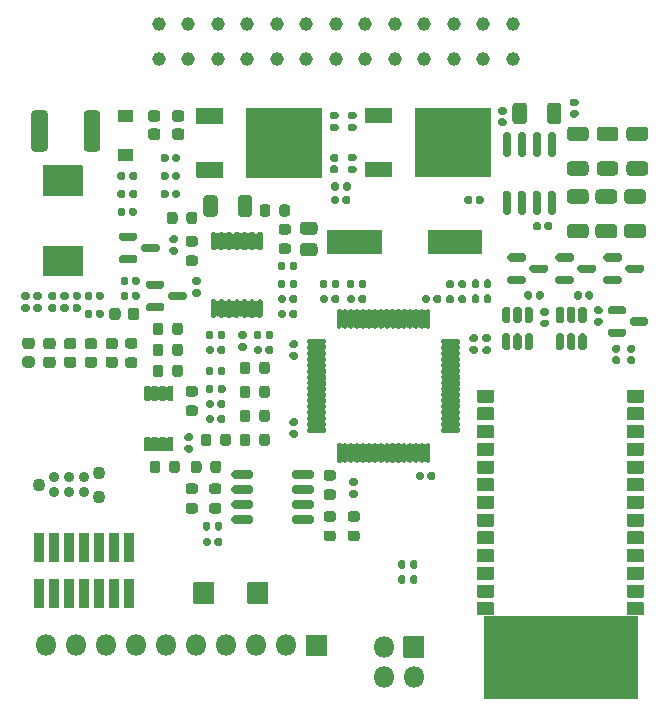
<source format=gts>
G04 #@! TF.GenerationSoftware,KiCad,Pcbnew,(6.0.1)*
G04 #@! TF.CreationDate,2022-08-31T18:15:56+03:00*
G04 #@! TF.ProjectId,wideband_controller,77696465-6261-46e6-945f-636f6e74726f,rev?*
G04 #@! TF.SameCoordinates,PX5d42830PY713e7a8*
G04 #@! TF.FileFunction,Soldermask,Top*
G04 #@! TF.FilePolarity,Negative*
%FSLAX46Y46*%
G04 Gerber Fmt 4.6, Leading zero omitted, Abs format (unit mm)*
G04 Created by KiCad (PCBNEW (6.0.1)) date 2022-08-31 18:15:56*
%MOMM*%
%LPD*%
G01*
G04 APERTURE LIST*
%ADD10C,0.120000*%
%ADD11O,1.798000X1.798000*%
%ADD12C,1.148000*%
%ADD13C,1.089000*%
%ADD14C,0.885000*%
G04 APERTURE END LIST*
D10*
G04 #@! TO.C,U9*
X41731941Y2136268D02*
X41731941Y9136268D01*
X41731941Y9136268D02*
X54731941Y9136268D01*
X54731941Y9136268D02*
X54731941Y2136268D01*
X54731941Y2136268D02*
X41731941Y2136268D01*
G36*
X54731941Y2136268D02*
G01*
X41731941Y2136268D01*
X41731941Y9136268D01*
X54731941Y9136268D01*
X54731941Y2136268D01*
G37*
X54731941Y2136268D02*
X41731941Y2136268D01*
X41731941Y9136268D01*
X54731941Y9136268D01*
X54731941Y2136268D01*
X41731941Y2136268D02*
X41731941Y9136268D01*
X41731941Y9136268D02*
X54731941Y9136268D01*
X54731941Y9136268D02*
X54731941Y2136268D01*
X54731941Y2136268D02*
X41731941Y2136268D01*
G36*
X54731941Y2136268D02*
G01*
X41731941Y2136268D01*
X41731941Y9136268D01*
X54731941Y9136268D01*
X54731941Y2136268D01*
G37*
X54731941Y2136268D02*
X41731941Y2136268D01*
X41731941Y9136268D01*
X54731941Y9136268D01*
X54731941Y2136268D01*
G04 #@! TD*
G04 #@! TO.C,R9*
G36*
G01*
X23943000Y33078000D02*
X23943000Y32708000D01*
G75*
G02*
X23759000Y32524000I-184000J0D01*
G01*
X23489000Y32524000D01*
G75*
G02*
X23305000Y32708000I0J184000D01*
G01*
X23305000Y33078000D01*
G75*
G02*
X23489000Y33262000I184000J0D01*
G01*
X23759000Y33262000D01*
G75*
G02*
X23943000Y33078000I0J-184000D01*
G01*
G37*
G36*
G01*
X22923000Y33078000D02*
X22923000Y32708000D01*
G75*
G02*
X22739000Y32524000I-184000J0D01*
G01*
X22469000Y32524000D01*
G75*
G02*
X22285000Y32708000I0J184000D01*
G01*
X22285000Y33078000D01*
G75*
G02*
X22469000Y33262000I184000J0D01*
G01*
X22739000Y33262000D01*
G75*
G02*
X22923000Y33078000I0J-184000D01*
G01*
G37*
G04 #@! TD*
G04 #@! TO.C,C8*
G36*
G01*
X27893000Y35771000D02*
X27893000Y36111000D01*
G75*
G02*
X28082000Y36300000I189000J0D01*
G01*
X28362000Y36300000D01*
G75*
G02*
X28551000Y36111000I0J-189000D01*
G01*
X28551000Y35771000D01*
G75*
G02*
X28362000Y35582000I-189000J0D01*
G01*
X28082000Y35582000D01*
G75*
G02*
X27893000Y35771000I0J189000D01*
G01*
G37*
G36*
G01*
X28853000Y35771000D02*
X28853000Y36111000D01*
G75*
G02*
X29042000Y36300000I189000J0D01*
G01*
X29322000Y36300000D01*
G75*
G02*
X29511000Y36111000I0J-189000D01*
G01*
X29511000Y35771000D01*
G75*
G02*
X29322000Y35582000I-189000J0D01*
G01*
X29042000Y35582000D01*
G75*
G02*
X28853000Y35771000I0J189000D01*
G01*
G37*
G04 #@! TD*
G04 #@! TO.C,C5*
G36*
G01*
X40724000Y32940000D02*
X41064000Y32940000D01*
G75*
G02*
X41253000Y32751000I0J-189000D01*
G01*
X41253000Y32471000D01*
G75*
G02*
X41064000Y32282000I-189000J0D01*
G01*
X40724000Y32282000D01*
G75*
G02*
X40535000Y32471000I0J189000D01*
G01*
X40535000Y32751000D01*
G75*
G02*
X40724000Y32940000I189000J0D01*
G01*
G37*
G36*
G01*
X40724000Y31980000D02*
X41064000Y31980000D01*
G75*
G02*
X41253000Y31791000I0J-189000D01*
G01*
X41253000Y31511000D01*
G75*
G02*
X41064000Y31322000I-189000J0D01*
G01*
X40724000Y31322000D01*
G75*
G02*
X40535000Y31511000I0J189000D01*
G01*
X40535000Y31791000D01*
G75*
G02*
X40724000Y31980000I189000J0D01*
G01*
G37*
G04 #@! TD*
G04 #@! TO.C,R29*
G36*
G01*
X4135000Y34858000D02*
X3765000Y34858000D01*
G75*
G02*
X3581000Y35042000I0J184000D01*
G01*
X3581000Y35312000D01*
G75*
G02*
X3765000Y35496000I184000J0D01*
G01*
X4135000Y35496000D01*
G75*
G02*
X4319000Y35312000I0J-184000D01*
G01*
X4319000Y35042000D01*
G75*
G02*
X4135000Y34858000I-184000J0D01*
G01*
G37*
G36*
G01*
X4135000Y35878000D02*
X3765000Y35878000D01*
G75*
G02*
X3581000Y36062000I0J184000D01*
G01*
X3581000Y36332000D01*
G75*
G02*
X3765000Y36516000I184000J0D01*
G01*
X4135000Y36516000D01*
G75*
G02*
X4319000Y36332000I0J-184000D01*
G01*
X4319000Y36062000D01*
G75*
G02*
X4135000Y35878000I-184000J0D01*
G01*
G37*
G04 #@! TD*
G04 #@! TO.C,C4*
G36*
G01*
X9572000Y36365000D02*
X9572000Y36025000D01*
G75*
G02*
X9383000Y35836000I-189000J0D01*
G01*
X9103000Y35836000D01*
G75*
G02*
X8914000Y36025000I0J189000D01*
G01*
X8914000Y36365000D01*
G75*
G02*
X9103000Y36554000I189000J0D01*
G01*
X9383000Y36554000D01*
G75*
G02*
X9572000Y36365000I0J-189000D01*
G01*
G37*
G36*
G01*
X8612000Y36365000D02*
X8612000Y36025000D01*
G75*
G02*
X8423000Y35836000I-189000J0D01*
G01*
X8143000Y35836000D01*
G75*
G02*
X7954000Y36025000I0J189000D01*
G01*
X7954000Y36365000D01*
G75*
G02*
X8143000Y36554000I189000J0D01*
G01*
X8423000Y36554000D01*
G75*
G02*
X8612000Y36365000I0J-189000D01*
G01*
G37*
G04 #@! TD*
G04 #@! TO.C,R33*
G36*
G01*
X51500000Y45224000D02*
X52750000Y45224000D01*
G75*
G02*
X53049000Y44925000I0J-299000D01*
G01*
X53049000Y44300000D01*
G75*
G02*
X52750000Y44001000I-299000J0D01*
G01*
X51500000Y44001000D01*
G75*
G02*
X51201000Y44300000I0J299000D01*
G01*
X51201000Y44925000D01*
G75*
G02*
X51500000Y45224000I299000J0D01*
G01*
G37*
G36*
G01*
X51500000Y42299000D02*
X52750000Y42299000D01*
G75*
G02*
X53049000Y42000000I0J-299000D01*
G01*
X53049000Y41375000D01*
G75*
G02*
X52750000Y41076000I-299000J0D01*
G01*
X51500000Y41076000D01*
G75*
G02*
X51201000Y41375000I0J299000D01*
G01*
X51201000Y42000000D01*
G75*
G02*
X51500000Y42299000I299000J0D01*
G01*
G37*
G04 #@! TD*
G04 #@! TO.C,D4*
G36*
G01*
X4397000Y44695000D02*
X4397000Y47195000D01*
G75*
G02*
X4446000Y47244000I49000J0D01*
G01*
X7746000Y47244000D01*
G75*
G02*
X7795000Y47195000I0J-49000D01*
G01*
X7795000Y44695000D01*
G75*
G02*
X7746000Y44646000I-49000J0D01*
G01*
X4446000Y44646000D01*
G75*
G02*
X4397000Y44695000I0J49000D01*
G01*
G37*
G36*
G01*
X4397000Y37895000D02*
X4397000Y40395000D01*
G75*
G02*
X4446000Y40444000I49000J0D01*
G01*
X7746000Y40444000D01*
G75*
G02*
X7795000Y40395000I0J-49000D01*
G01*
X7795000Y37895000D01*
G75*
G02*
X7746000Y37846000I-49000J0D01*
G01*
X4446000Y37846000D01*
G75*
G02*
X4397000Y37895000I0J49000D01*
G01*
G37*
G04 #@! TD*
G04 #@! TO.C,D3*
G36*
G01*
X6468750Y32643000D02*
X6981250Y32643000D01*
G75*
G02*
X7249000Y32375250I0J-267750D01*
G01*
X7249000Y31937750D01*
G75*
G02*
X6981250Y31670000I-267750J0D01*
G01*
X6468750Y31670000D01*
G75*
G02*
X6201000Y31937750I0J267750D01*
G01*
X6201000Y32375250D01*
G75*
G02*
X6468750Y32643000I267750J0D01*
G01*
G37*
G36*
G01*
X6468750Y31068000D02*
X6981250Y31068000D01*
G75*
G02*
X7249000Y30800250I0J-267750D01*
G01*
X7249000Y30362750D01*
G75*
G02*
X6981250Y30095000I-267750J0D01*
G01*
X6468750Y30095000D01*
G75*
G02*
X6201000Y30362750I0J267750D01*
G01*
X6201000Y30800250D01*
G75*
G02*
X6468750Y31068000I267750J0D01*
G01*
G37*
G04 #@! TD*
G04 #@! TO.C,C22*
G36*
G01*
X16125000Y49386000D02*
X15625000Y49386000D01*
G75*
G02*
X15351000Y49660000I0J274000D01*
G01*
X15351000Y50110000D01*
G75*
G02*
X15625000Y50384000I274000J0D01*
G01*
X16125000Y50384000D01*
G75*
G02*
X16399000Y50110000I0J-274000D01*
G01*
X16399000Y49660000D01*
G75*
G02*
X16125000Y49386000I-274000J0D01*
G01*
G37*
G36*
G01*
X16125000Y50936000D02*
X15625000Y50936000D01*
G75*
G02*
X15351000Y51210000I0J274000D01*
G01*
X15351000Y51660000D01*
G75*
G02*
X15625000Y51934000I274000J0D01*
G01*
X16125000Y51934000D01*
G75*
G02*
X16399000Y51660000I0J-274000D01*
G01*
X16399000Y51210000D01*
G75*
G02*
X16125000Y50936000I-274000J0D01*
G01*
G37*
G04 #@! TD*
G04 #@! TO.C,R28*
G36*
G01*
X18740000Y20324000D02*
X19290000Y20324000D01*
G75*
G02*
X19539000Y20075000I0J-249000D01*
G01*
X19539000Y19675000D01*
G75*
G02*
X19290000Y19426000I-249000J0D01*
G01*
X18740000Y19426000D01*
G75*
G02*
X18491000Y19675000I0J249000D01*
G01*
X18491000Y20075000D01*
G75*
G02*
X18740000Y20324000I249000J0D01*
G01*
G37*
G36*
G01*
X18740000Y18674000D02*
X19290000Y18674000D01*
G75*
G02*
X19539000Y18425000I0J-249000D01*
G01*
X19539000Y18025000D01*
G75*
G02*
X19290000Y17776000I-249000J0D01*
G01*
X18740000Y17776000D01*
G75*
G02*
X18491000Y18025000I0J249000D01*
G01*
X18491000Y18425000D01*
G75*
G02*
X18740000Y18674000I249000J0D01*
G01*
G37*
G04 #@! TD*
G04 #@! TO.C,C15*
G36*
G01*
X53129000Y30433000D02*
X52789000Y30433000D01*
G75*
G02*
X52600000Y30622000I0J189000D01*
G01*
X52600000Y30902000D01*
G75*
G02*
X52789000Y31091000I189000J0D01*
G01*
X53129000Y31091000D01*
G75*
G02*
X53318000Y30902000I0J-189000D01*
G01*
X53318000Y30622000D01*
G75*
G02*
X53129000Y30433000I-189000J0D01*
G01*
G37*
G36*
G01*
X53129000Y31393000D02*
X52789000Y31393000D01*
G75*
G02*
X52600000Y31582000I0J189000D01*
G01*
X52600000Y31862000D01*
G75*
G02*
X52789000Y32051000I189000J0D01*
G01*
X53129000Y32051000D01*
G75*
G02*
X53318000Y31862000I0J-189000D01*
G01*
X53318000Y31582000D01*
G75*
G02*
X53129000Y31393000I-189000J0D01*
G01*
G37*
G04 #@! TD*
G04 #@! TO.C,R16*
G36*
G01*
X28427000Y17974000D02*
X28977000Y17974000D01*
G75*
G02*
X29226000Y17725000I0J-249000D01*
G01*
X29226000Y17325000D01*
G75*
G02*
X28977000Y17076000I-249000J0D01*
G01*
X28427000Y17076000D01*
G75*
G02*
X28178000Y17325000I0J249000D01*
G01*
X28178000Y17725000D01*
G75*
G02*
X28427000Y17974000I249000J0D01*
G01*
G37*
G36*
G01*
X28427000Y16324000D02*
X28977000Y16324000D01*
G75*
G02*
X29226000Y16075000I0J-249000D01*
G01*
X29226000Y15675000D01*
G75*
G02*
X28977000Y15426000I-249000J0D01*
G01*
X28427000Y15426000D01*
G75*
G02*
X28178000Y15675000I0J249000D01*
G01*
X28178000Y16075000D01*
G75*
G02*
X28427000Y16324000I249000J0D01*
G01*
G37*
G04 #@! TD*
G04 #@! TO.C,R13*
G36*
G01*
X16743000Y28579000D02*
X17293000Y28579000D01*
G75*
G02*
X17542000Y28330000I0J-249000D01*
G01*
X17542000Y27930000D01*
G75*
G02*
X17293000Y27681000I-249000J0D01*
G01*
X16743000Y27681000D01*
G75*
G02*
X16494000Y27930000I0J249000D01*
G01*
X16494000Y28330000D01*
G75*
G02*
X16743000Y28579000I249000J0D01*
G01*
G37*
G36*
G01*
X16743000Y26929000D02*
X17293000Y26929000D01*
G75*
G02*
X17542000Y26680000I0J-249000D01*
G01*
X17542000Y26280000D01*
G75*
G02*
X17293000Y26031000I-249000J0D01*
G01*
X16743000Y26031000D01*
G75*
G02*
X16494000Y26280000I0J249000D01*
G01*
X16494000Y26680000D01*
G75*
G02*
X16743000Y26929000I249000J0D01*
G01*
G37*
G04 #@! TD*
G04 #@! TO.C,U4*
G36*
G01*
X17384000Y50829000D02*
X17384000Y52029000D01*
G75*
G02*
X17433000Y52078000I49000J0D01*
G01*
X19633000Y52078000D01*
G75*
G02*
X19682000Y52029000I0J-49000D01*
G01*
X19682000Y50829000D01*
G75*
G02*
X19633000Y50780000I-49000J0D01*
G01*
X17433000Y50780000D01*
G75*
G02*
X17384000Y50829000I0J49000D01*
G01*
G37*
G36*
G01*
X21584000Y46249000D02*
X21584000Y52049000D01*
G75*
G02*
X21633000Y52098000I49000J0D01*
G01*
X28033000Y52098000D01*
G75*
G02*
X28082000Y52049000I0J-49000D01*
G01*
X28082000Y46249000D01*
G75*
G02*
X28033000Y46200000I-49000J0D01*
G01*
X21633000Y46200000D01*
G75*
G02*
X21584000Y46249000I0J49000D01*
G01*
G37*
G36*
G01*
X17384000Y46269000D02*
X17384000Y47469000D01*
G75*
G02*
X17433000Y47518000I49000J0D01*
G01*
X19633000Y47518000D01*
G75*
G02*
X19682000Y47469000I0J-49000D01*
G01*
X19682000Y46269000D01*
G75*
G02*
X19633000Y46220000I-49000J0D01*
G01*
X17433000Y46220000D01*
G75*
G02*
X17384000Y46269000I0J49000D01*
G01*
G37*
G04 #@! TD*
G04 #@! TO.C,C2*
G36*
G01*
X10748000Y43137000D02*
X10748000Y43477000D01*
G75*
G02*
X10937000Y43666000I189000J0D01*
G01*
X11217000Y43666000D01*
G75*
G02*
X11406000Y43477000I0J-189000D01*
G01*
X11406000Y43137000D01*
G75*
G02*
X11217000Y42948000I-189000J0D01*
G01*
X10937000Y42948000D01*
G75*
G02*
X10748000Y43137000I0J189000D01*
G01*
G37*
G36*
G01*
X11708000Y43137000D02*
X11708000Y43477000D01*
G75*
G02*
X11897000Y43666000I189000J0D01*
G01*
X12177000Y43666000D01*
G75*
G02*
X12366000Y43477000I0J-189000D01*
G01*
X12366000Y43137000D01*
G75*
G02*
X12177000Y42948000I-189000J0D01*
G01*
X11897000Y42948000D01*
G75*
G02*
X11708000Y43137000I0J189000D01*
G01*
G37*
G04 #@! TD*
G04 #@! TO.C,J3*
G36*
G01*
X34969000Y7381000D02*
X36669000Y7381000D01*
G75*
G02*
X36718000Y7332000I0J-49000D01*
G01*
X36718000Y5632000D01*
G75*
G02*
X36669000Y5583000I-49000J0D01*
G01*
X34969000Y5583000D01*
G75*
G02*
X34920000Y5632000I0J49000D01*
G01*
X34920000Y7332000D01*
G75*
G02*
X34969000Y7381000I49000J0D01*
G01*
G37*
D11*
X35819000Y3942000D03*
X33279000Y6482000D03*
X33279000Y3942000D03*
G04 #@! TD*
G04 #@! TO.C,U3*
G36*
G01*
X14999000Y28530000D02*
X15399000Y28530000D01*
G75*
G02*
X15448000Y28481000I0J-49000D01*
G01*
X15448000Y27381000D01*
G75*
G02*
X15399000Y27332000I-49000J0D01*
G01*
X14999000Y27332000D01*
G75*
G02*
X14950000Y27381000I0J49000D01*
G01*
X14950000Y28481000D01*
G75*
G02*
X14999000Y28530000I49000J0D01*
G01*
G37*
G36*
G01*
X14349000Y28530000D02*
X14749000Y28530000D01*
G75*
G02*
X14798000Y28481000I0J-49000D01*
G01*
X14798000Y27381000D01*
G75*
G02*
X14749000Y27332000I-49000J0D01*
G01*
X14349000Y27332000D01*
G75*
G02*
X14300000Y27381000I0J49000D01*
G01*
X14300000Y28481000D01*
G75*
G02*
X14349000Y28530000I49000J0D01*
G01*
G37*
G36*
G01*
X13699000Y28530000D02*
X14099000Y28530000D01*
G75*
G02*
X14148000Y28481000I0J-49000D01*
G01*
X14148000Y27381000D01*
G75*
G02*
X14099000Y27332000I-49000J0D01*
G01*
X13699000Y27332000D01*
G75*
G02*
X13650000Y27381000I0J49000D01*
G01*
X13650000Y28481000D01*
G75*
G02*
X13699000Y28530000I49000J0D01*
G01*
G37*
G36*
G01*
X13049000Y28530000D02*
X13449000Y28530000D01*
G75*
G02*
X13498000Y28481000I0J-49000D01*
G01*
X13498000Y27381000D01*
G75*
G02*
X13449000Y27332000I-49000J0D01*
G01*
X13049000Y27332000D01*
G75*
G02*
X13000000Y27381000I0J49000D01*
G01*
X13000000Y28481000D01*
G75*
G02*
X13049000Y28530000I49000J0D01*
G01*
G37*
G36*
G01*
X13049000Y24230000D02*
X13449000Y24230000D01*
G75*
G02*
X13498000Y24181000I0J-49000D01*
G01*
X13498000Y23081000D01*
G75*
G02*
X13449000Y23032000I-49000J0D01*
G01*
X13049000Y23032000D01*
G75*
G02*
X13000000Y23081000I0J49000D01*
G01*
X13000000Y24181000D01*
G75*
G02*
X13049000Y24230000I49000J0D01*
G01*
G37*
G36*
G01*
X13699000Y24230000D02*
X14099000Y24230000D01*
G75*
G02*
X14148000Y24181000I0J-49000D01*
G01*
X14148000Y23081000D01*
G75*
G02*
X14099000Y23032000I-49000J0D01*
G01*
X13699000Y23032000D01*
G75*
G02*
X13650000Y23081000I0J49000D01*
G01*
X13650000Y24181000D01*
G75*
G02*
X13699000Y24230000I49000J0D01*
G01*
G37*
G36*
G01*
X14349000Y24230000D02*
X14749000Y24230000D01*
G75*
G02*
X14798000Y24181000I0J-49000D01*
G01*
X14798000Y23081000D01*
G75*
G02*
X14749000Y23032000I-49000J0D01*
G01*
X14349000Y23032000D01*
G75*
G02*
X14300000Y23081000I0J49000D01*
G01*
X14300000Y24181000D01*
G75*
G02*
X14349000Y24230000I49000J0D01*
G01*
G37*
G36*
G01*
X14999000Y24230000D02*
X15399000Y24230000D01*
G75*
G02*
X15448000Y24181000I0J-49000D01*
G01*
X15448000Y23081000D01*
G75*
G02*
X15399000Y23032000I-49000J0D01*
G01*
X14999000Y23032000D01*
G75*
G02*
X14950000Y23081000I0J49000D01*
G01*
X14950000Y24181000D01*
G75*
G02*
X14999000Y24230000I49000J0D01*
G01*
G37*
G04 #@! TD*
G04 #@! TO.C,R39*
G36*
G01*
X40229000Y36115000D02*
X40229000Y35745000D01*
G75*
G02*
X40045000Y35561000I-184000J0D01*
G01*
X39775000Y35561000D01*
G75*
G02*
X39591000Y35745000I0J184000D01*
G01*
X39591000Y36115000D01*
G75*
G02*
X39775000Y36299000I184000J0D01*
G01*
X40045000Y36299000D01*
G75*
G02*
X40229000Y36115000I0J-184000D01*
G01*
G37*
G36*
G01*
X39209000Y36115000D02*
X39209000Y35745000D01*
G75*
G02*
X39025000Y35561000I-184000J0D01*
G01*
X38755000Y35561000D01*
G75*
G02*
X38571000Y35745000I0J184000D01*
G01*
X38571000Y36115000D01*
G75*
G02*
X38755000Y36299000I184000J0D01*
G01*
X39025000Y36299000D01*
G75*
G02*
X39209000Y36115000I0J-184000D01*
G01*
G37*
G04 #@! TD*
G04 #@! TO.C,U2*
G36*
G01*
X36949000Y35074000D02*
X37099000Y35074000D01*
G75*
G02*
X37223000Y34950000I0J-124000D01*
G01*
X37223000Y33550000D01*
G75*
G02*
X37099000Y33426000I-124000J0D01*
G01*
X36949000Y33426000D01*
G75*
G02*
X36825000Y33550000I0J124000D01*
G01*
X36825000Y34950000D01*
G75*
G02*
X36949000Y35074000I124000J0D01*
G01*
G37*
G36*
G01*
X36449000Y35074000D02*
X36599000Y35074000D01*
G75*
G02*
X36723000Y34950000I0J-124000D01*
G01*
X36723000Y33550000D01*
G75*
G02*
X36599000Y33426000I-124000J0D01*
G01*
X36449000Y33426000D01*
G75*
G02*
X36325000Y33550000I0J124000D01*
G01*
X36325000Y34950000D01*
G75*
G02*
X36449000Y35074000I124000J0D01*
G01*
G37*
G36*
G01*
X35949000Y35074000D02*
X36099000Y35074000D01*
G75*
G02*
X36223000Y34950000I0J-124000D01*
G01*
X36223000Y33550000D01*
G75*
G02*
X36099000Y33426000I-124000J0D01*
G01*
X35949000Y33426000D01*
G75*
G02*
X35825000Y33550000I0J124000D01*
G01*
X35825000Y34950000D01*
G75*
G02*
X35949000Y35074000I124000J0D01*
G01*
G37*
G36*
G01*
X35449000Y35074000D02*
X35599000Y35074000D01*
G75*
G02*
X35723000Y34950000I0J-124000D01*
G01*
X35723000Y33550000D01*
G75*
G02*
X35599000Y33426000I-124000J0D01*
G01*
X35449000Y33426000D01*
G75*
G02*
X35325000Y33550000I0J124000D01*
G01*
X35325000Y34950000D01*
G75*
G02*
X35449000Y35074000I124000J0D01*
G01*
G37*
G36*
G01*
X34949000Y35074000D02*
X35099000Y35074000D01*
G75*
G02*
X35223000Y34950000I0J-124000D01*
G01*
X35223000Y33550000D01*
G75*
G02*
X35099000Y33426000I-124000J0D01*
G01*
X34949000Y33426000D01*
G75*
G02*
X34825000Y33550000I0J124000D01*
G01*
X34825000Y34950000D01*
G75*
G02*
X34949000Y35074000I124000J0D01*
G01*
G37*
G36*
G01*
X34449000Y35074000D02*
X34599000Y35074000D01*
G75*
G02*
X34723000Y34950000I0J-124000D01*
G01*
X34723000Y33550000D01*
G75*
G02*
X34599000Y33426000I-124000J0D01*
G01*
X34449000Y33426000D01*
G75*
G02*
X34325000Y33550000I0J124000D01*
G01*
X34325000Y34950000D01*
G75*
G02*
X34449000Y35074000I124000J0D01*
G01*
G37*
G36*
G01*
X33949000Y35074000D02*
X34099000Y35074000D01*
G75*
G02*
X34223000Y34950000I0J-124000D01*
G01*
X34223000Y33550000D01*
G75*
G02*
X34099000Y33426000I-124000J0D01*
G01*
X33949000Y33426000D01*
G75*
G02*
X33825000Y33550000I0J124000D01*
G01*
X33825000Y34950000D01*
G75*
G02*
X33949000Y35074000I124000J0D01*
G01*
G37*
G36*
G01*
X33449000Y35074000D02*
X33599000Y35074000D01*
G75*
G02*
X33723000Y34950000I0J-124000D01*
G01*
X33723000Y33550000D01*
G75*
G02*
X33599000Y33426000I-124000J0D01*
G01*
X33449000Y33426000D01*
G75*
G02*
X33325000Y33550000I0J124000D01*
G01*
X33325000Y34950000D01*
G75*
G02*
X33449000Y35074000I124000J0D01*
G01*
G37*
G36*
G01*
X32949000Y35074000D02*
X33099000Y35074000D01*
G75*
G02*
X33223000Y34950000I0J-124000D01*
G01*
X33223000Y33550000D01*
G75*
G02*
X33099000Y33426000I-124000J0D01*
G01*
X32949000Y33426000D01*
G75*
G02*
X32825000Y33550000I0J124000D01*
G01*
X32825000Y34950000D01*
G75*
G02*
X32949000Y35074000I124000J0D01*
G01*
G37*
G36*
G01*
X32449000Y35074000D02*
X32599000Y35074000D01*
G75*
G02*
X32723000Y34950000I0J-124000D01*
G01*
X32723000Y33550000D01*
G75*
G02*
X32599000Y33426000I-124000J0D01*
G01*
X32449000Y33426000D01*
G75*
G02*
X32325000Y33550000I0J124000D01*
G01*
X32325000Y34950000D01*
G75*
G02*
X32449000Y35074000I124000J0D01*
G01*
G37*
G36*
G01*
X31949000Y35074000D02*
X32099000Y35074000D01*
G75*
G02*
X32223000Y34950000I0J-124000D01*
G01*
X32223000Y33550000D01*
G75*
G02*
X32099000Y33426000I-124000J0D01*
G01*
X31949000Y33426000D01*
G75*
G02*
X31825000Y33550000I0J124000D01*
G01*
X31825000Y34950000D01*
G75*
G02*
X31949000Y35074000I124000J0D01*
G01*
G37*
G36*
G01*
X31449000Y35074000D02*
X31599000Y35074000D01*
G75*
G02*
X31723000Y34950000I0J-124000D01*
G01*
X31723000Y33550000D01*
G75*
G02*
X31599000Y33426000I-124000J0D01*
G01*
X31449000Y33426000D01*
G75*
G02*
X31325000Y33550000I0J124000D01*
G01*
X31325000Y34950000D01*
G75*
G02*
X31449000Y35074000I124000J0D01*
G01*
G37*
G36*
G01*
X30949000Y35074000D02*
X31099000Y35074000D01*
G75*
G02*
X31223000Y34950000I0J-124000D01*
G01*
X31223000Y33550000D01*
G75*
G02*
X31099000Y33426000I-124000J0D01*
G01*
X30949000Y33426000D01*
G75*
G02*
X30825000Y33550000I0J124000D01*
G01*
X30825000Y34950000D01*
G75*
G02*
X30949000Y35074000I124000J0D01*
G01*
G37*
G36*
G01*
X30449000Y35074000D02*
X30599000Y35074000D01*
G75*
G02*
X30723000Y34950000I0J-124000D01*
G01*
X30723000Y33550000D01*
G75*
G02*
X30599000Y33426000I-124000J0D01*
G01*
X30449000Y33426000D01*
G75*
G02*
X30325000Y33550000I0J124000D01*
G01*
X30325000Y34950000D01*
G75*
G02*
X30449000Y35074000I124000J0D01*
G01*
G37*
G36*
G01*
X29949000Y35074000D02*
X30099000Y35074000D01*
G75*
G02*
X30223000Y34950000I0J-124000D01*
G01*
X30223000Y33550000D01*
G75*
G02*
X30099000Y33426000I-124000J0D01*
G01*
X29949000Y33426000D01*
G75*
G02*
X29825000Y33550000I0J124000D01*
G01*
X29825000Y34950000D01*
G75*
G02*
X29949000Y35074000I124000J0D01*
G01*
G37*
G36*
G01*
X29449000Y35074000D02*
X29599000Y35074000D01*
G75*
G02*
X29723000Y34950000I0J-124000D01*
G01*
X29723000Y33550000D01*
G75*
G02*
X29599000Y33426000I-124000J0D01*
G01*
X29449000Y33426000D01*
G75*
G02*
X29325000Y33550000I0J124000D01*
G01*
X29325000Y34950000D01*
G75*
G02*
X29449000Y35074000I124000J0D01*
G01*
G37*
G36*
G01*
X26899000Y32524000D02*
X28299000Y32524000D01*
G75*
G02*
X28423000Y32400000I0J-124000D01*
G01*
X28423000Y32250000D01*
G75*
G02*
X28299000Y32126000I-124000J0D01*
G01*
X26899000Y32126000D01*
G75*
G02*
X26775000Y32250000I0J124000D01*
G01*
X26775000Y32400000D01*
G75*
G02*
X26899000Y32524000I124000J0D01*
G01*
G37*
G36*
G01*
X26899000Y32024000D02*
X28299000Y32024000D01*
G75*
G02*
X28423000Y31900000I0J-124000D01*
G01*
X28423000Y31750000D01*
G75*
G02*
X28299000Y31626000I-124000J0D01*
G01*
X26899000Y31626000D01*
G75*
G02*
X26775000Y31750000I0J124000D01*
G01*
X26775000Y31900000D01*
G75*
G02*
X26899000Y32024000I124000J0D01*
G01*
G37*
G36*
G01*
X26899000Y31524000D02*
X28299000Y31524000D01*
G75*
G02*
X28423000Y31400000I0J-124000D01*
G01*
X28423000Y31250000D01*
G75*
G02*
X28299000Y31126000I-124000J0D01*
G01*
X26899000Y31126000D01*
G75*
G02*
X26775000Y31250000I0J124000D01*
G01*
X26775000Y31400000D01*
G75*
G02*
X26899000Y31524000I124000J0D01*
G01*
G37*
G36*
G01*
X26899000Y31024000D02*
X28299000Y31024000D01*
G75*
G02*
X28423000Y30900000I0J-124000D01*
G01*
X28423000Y30750000D01*
G75*
G02*
X28299000Y30626000I-124000J0D01*
G01*
X26899000Y30626000D01*
G75*
G02*
X26775000Y30750000I0J124000D01*
G01*
X26775000Y30900000D01*
G75*
G02*
X26899000Y31024000I124000J0D01*
G01*
G37*
G36*
G01*
X26899000Y30524000D02*
X28299000Y30524000D01*
G75*
G02*
X28423000Y30400000I0J-124000D01*
G01*
X28423000Y30250000D01*
G75*
G02*
X28299000Y30126000I-124000J0D01*
G01*
X26899000Y30126000D01*
G75*
G02*
X26775000Y30250000I0J124000D01*
G01*
X26775000Y30400000D01*
G75*
G02*
X26899000Y30524000I124000J0D01*
G01*
G37*
G36*
G01*
X26899000Y30024000D02*
X28299000Y30024000D01*
G75*
G02*
X28423000Y29900000I0J-124000D01*
G01*
X28423000Y29750000D01*
G75*
G02*
X28299000Y29626000I-124000J0D01*
G01*
X26899000Y29626000D01*
G75*
G02*
X26775000Y29750000I0J124000D01*
G01*
X26775000Y29900000D01*
G75*
G02*
X26899000Y30024000I124000J0D01*
G01*
G37*
G36*
G01*
X26899000Y29524000D02*
X28299000Y29524000D01*
G75*
G02*
X28423000Y29400000I0J-124000D01*
G01*
X28423000Y29250000D01*
G75*
G02*
X28299000Y29126000I-124000J0D01*
G01*
X26899000Y29126000D01*
G75*
G02*
X26775000Y29250000I0J124000D01*
G01*
X26775000Y29400000D01*
G75*
G02*
X26899000Y29524000I124000J0D01*
G01*
G37*
G36*
G01*
X26899000Y29024000D02*
X28299000Y29024000D01*
G75*
G02*
X28423000Y28900000I0J-124000D01*
G01*
X28423000Y28750000D01*
G75*
G02*
X28299000Y28626000I-124000J0D01*
G01*
X26899000Y28626000D01*
G75*
G02*
X26775000Y28750000I0J124000D01*
G01*
X26775000Y28900000D01*
G75*
G02*
X26899000Y29024000I124000J0D01*
G01*
G37*
G36*
G01*
X26899000Y28524000D02*
X28299000Y28524000D01*
G75*
G02*
X28423000Y28400000I0J-124000D01*
G01*
X28423000Y28250000D01*
G75*
G02*
X28299000Y28126000I-124000J0D01*
G01*
X26899000Y28126000D01*
G75*
G02*
X26775000Y28250000I0J124000D01*
G01*
X26775000Y28400000D01*
G75*
G02*
X26899000Y28524000I124000J0D01*
G01*
G37*
G36*
G01*
X26899000Y28024000D02*
X28299000Y28024000D01*
G75*
G02*
X28423000Y27900000I0J-124000D01*
G01*
X28423000Y27750000D01*
G75*
G02*
X28299000Y27626000I-124000J0D01*
G01*
X26899000Y27626000D01*
G75*
G02*
X26775000Y27750000I0J124000D01*
G01*
X26775000Y27900000D01*
G75*
G02*
X26899000Y28024000I124000J0D01*
G01*
G37*
G36*
G01*
X26899000Y27524000D02*
X28299000Y27524000D01*
G75*
G02*
X28423000Y27400000I0J-124000D01*
G01*
X28423000Y27250000D01*
G75*
G02*
X28299000Y27126000I-124000J0D01*
G01*
X26899000Y27126000D01*
G75*
G02*
X26775000Y27250000I0J124000D01*
G01*
X26775000Y27400000D01*
G75*
G02*
X26899000Y27524000I124000J0D01*
G01*
G37*
G36*
G01*
X26899000Y27024000D02*
X28299000Y27024000D01*
G75*
G02*
X28423000Y26900000I0J-124000D01*
G01*
X28423000Y26750000D01*
G75*
G02*
X28299000Y26626000I-124000J0D01*
G01*
X26899000Y26626000D01*
G75*
G02*
X26775000Y26750000I0J124000D01*
G01*
X26775000Y26900000D01*
G75*
G02*
X26899000Y27024000I124000J0D01*
G01*
G37*
G36*
G01*
X26899000Y26524000D02*
X28299000Y26524000D01*
G75*
G02*
X28423000Y26400000I0J-124000D01*
G01*
X28423000Y26250000D01*
G75*
G02*
X28299000Y26126000I-124000J0D01*
G01*
X26899000Y26126000D01*
G75*
G02*
X26775000Y26250000I0J124000D01*
G01*
X26775000Y26400000D01*
G75*
G02*
X26899000Y26524000I124000J0D01*
G01*
G37*
G36*
G01*
X26899000Y26024000D02*
X28299000Y26024000D01*
G75*
G02*
X28423000Y25900000I0J-124000D01*
G01*
X28423000Y25750000D01*
G75*
G02*
X28299000Y25626000I-124000J0D01*
G01*
X26899000Y25626000D01*
G75*
G02*
X26775000Y25750000I0J124000D01*
G01*
X26775000Y25900000D01*
G75*
G02*
X26899000Y26024000I124000J0D01*
G01*
G37*
G36*
G01*
X26899000Y25524000D02*
X28299000Y25524000D01*
G75*
G02*
X28423000Y25400000I0J-124000D01*
G01*
X28423000Y25250000D01*
G75*
G02*
X28299000Y25126000I-124000J0D01*
G01*
X26899000Y25126000D01*
G75*
G02*
X26775000Y25250000I0J124000D01*
G01*
X26775000Y25400000D01*
G75*
G02*
X26899000Y25524000I124000J0D01*
G01*
G37*
G36*
G01*
X26899000Y25024000D02*
X28299000Y25024000D01*
G75*
G02*
X28423000Y24900000I0J-124000D01*
G01*
X28423000Y24750000D01*
G75*
G02*
X28299000Y24626000I-124000J0D01*
G01*
X26899000Y24626000D01*
G75*
G02*
X26775000Y24750000I0J124000D01*
G01*
X26775000Y24900000D01*
G75*
G02*
X26899000Y25024000I124000J0D01*
G01*
G37*
G36*
G01*
X29449000Y23724000D02*
X29599000Y23724000D01*
G75*
G02*
X29723000Y23600000I0J-124000D01*
G01*
X29723000Y22200000D01*
G75*
G02*
X29599000Y22076000I-124000J0D01*
G01*
X29449000Y22076000D01*
G75*
G02*
X29325000Y22200000I0J124000D01*
G01*
X29325000Y23600000D01*
G75*
G02*
X29449000Y23724000I124000J0D01*
G01*
G37*
G36*
G01*
X29949000Y23724000D02*
X30099000Y23724000D01*
G75*
G02*
X30223000Y23600000I0J-124000D01*
G01*
X30223000Y22200000D01*
G75*
G02*
X30099000Y22076000I-124000J0D01*
G01*
X29949000Y22076000D01*
G75*
G02*
X29825000Y22200000I0J124000D01*
G01*
X29825000Y23600000D01*
G75*
G02*
X29949000Y23724000I124000J0D01*
G01*
G37*
G36*
G01*
X30449000Y23724000D02*
X30599000Y23724000D01*
G75*
G02*
X30723000Y23600000I0J-124000D01*
G01*
X30723000Y22200000D01*
G75*
G02*
X30599000Y22076000I-124000J0D01*
G01*
X30449000Y22076000D01*
G75*
G02*
X30325000Y22200000I0J124000D01*
G01*
X30325000Y23600000D01*
G75*
G02*
X30449000Y23724000I124000J0D01*
G01*
G37*
G36*
G01*
X30949000Y23724000D02*
X31099000Y23724000D01*
G75*
G02*
X31223000Y23600000I0J-124000D01*
G01*
X31223000Y22200000D01*
G75*
G02*
X31099000Y22076000I-124000J0D01*
G01*
X30949000Y22076000D01*
G75*
G02*
X30825000Y22200000I0J124000D01*
G01*
X30825000Y23600000D01*
G75*
G02*
X30949000Y23724000I124000J0D01*
G01*
G37*
G36*
G01*
X31449000Y23724000D02*
X31599000Y23724000D01*
G75*
G02*
X31723000Y23600000I0J-124000D01*
G01*
X31723000Y22200000D01*
G75*
G02*
X31599000Y22076000I-124000J0D01*
G01*
X31449000Y22076000D01*
G75*
G02*
X31325000Y22200000I0J124000D01*
G01*
X31325000Y23600000D01*
G75*
G02*
X31449000Y23724000I124000J0D01*
G01*
G37*
G36*
G01*
X31949000Y23724000D02*
X32099000Y23724000D01*
G75*
G02*
X32223000Y23600000I0J-124000D01*
G01*
X32223000Y22200000D01*
G75*
G02*
X32099000Y22076000I-124000J0D01*
G01*
X31949000Y22076000D01*
G75*
G02*
X31825000Y22200000I0J124000D01*
G01*
X31825000Y23600000D01*
G75*
G02*
X31949000Y23724000I124000J0D01*
G01*
G37*
G36*
G01*
X32449000Y23724000D02*
X32599000Y23724000D01*
G75*
G02*
X32723000Y23600000I0J-124000D01*
G01*
X32723000Y22200000D01*
G75*
G02*
X32599000Y22076000I-124000J0D01*
G01*
X32449000Y22076000D01*
G75*
G02*
X32325000Y22200000I0J124000D01*
G01*
X32325000Y23600000D01*
G75*
G02*
X32449000Y23724000I124000J0D01*
G01*
G37*
G36*
G01*
X32949000Y23724000D02*
X33099000Y23724000D01*
G75*
G02*
X33223000Y23600000I0J-124000D01*
G01*
X33223000Y22200000D01*
G75*
G02*
X33099000Y22076000I-124000J0D01*
G01*
X32949000Y22076000D01*
G75*
G02*
X32825000Y22200000I0J124000D01*
G01*
X32825000Y23600000D01*
G75*
G02*
X32949000Y23724000I124000J0D01*
G01*
G37*
G36*
G01*
X33449000Y23724000D02*
X33599000Y23724000D01*
G75*
G02*
X33723000Y23600000I0J-124000D01*
G01*
X33723000Y22200000D01*
G75*
G02*
X33599000Y22076000I-124000J0D01*
G01*
X33449000Y22076000D01*
G75*
G02*
X33325000Y22200000I0J124000D01*
G01*
X33325000Y23600000D01*
G75*
G02*
X33449000Y23724000I124000J0D01*
G01*
G37*
G36*
G01*
X33949000Y23724000D02*
X34099000Y23724000D01*
G75*
G02*
X34223000Y23600000I0J-124000D01*
G01*
X34223000Y22200000D01*
G75*
G02*
X34099000Y22076000I-124000J0D01*
G01*
X33949000Y22076000D01*
G75*
G02*
X33825000Y22200000I0J124000D01*
G01*
X33825000Y23600000D01*
G75*
G02*
X33949000Y23724000I124000J0D01*
G01*
G37*
G36*
G01*
X34449000Y23724000D02*
X34599000Y23724000D01*
G75*
G02*
X34723000Y23600000I0J-124000D01*
G01*
X34723000Y22200000D01*
G75*
G02*
X34599000Y22076000I-124000J0D01*
G01*
X34449000Y22076000D01*
G75*
G02*
X34325000Y22200000I0J124000D01*
G01*
X34325000Y23600000D01*
G75*
G02*
X34449000Y23724000I124000J0D01*
G01*
G37*
G36*
G01*
X34949000Y23724000D02*
X35099000Y23724000D01*
G75*
G02*
X35223000Y23600000I0J-124000D01*
G01*
X35223000Y22200000D01*
G75*
G02*
X35099000Y22076000I-124000J0D01*
G01*
X34949000Y22076000D01*
G75*
G02*
X34825000Y22200000I0J124000D01*
G01*
X34825000Y23600000D01*
G75*
G02*
X34949000Y23724000I124000J0D01*
G01*
G37*
G36*
G01*
X35449000Y23724000D02*
X35599000Y23724000D01*
G75*
G02*
X35723000Y23600000I0J-124000D01*
G01*
X35723000Y22200000D01*
G75*
G02*
X35599000Y22076000I-124000J0D01*
G01*
X35449000Y22076000D01*
G75*
G02*
X35325000Y22200000I0J124000D01*
G01*
X35325000Y23600000D01*
G75*
G02*
X35449000Y23724000I124000J0D01*
G01*
G37*
G36*
G01*
X35949000Y23724000D02*
X36099000Y23724000D01*
G75*
G02*
X36223000Y23600000I0J-124000D01*
G01*
X36223000Y22200000D01*
G75*
G02*
X36099000Y22076000I-124000J0D01*
G01*
X35949000Y22076000D01*
G75*
G02*
X35825000Y22200000I0J124000D01*
G01*
X35825000Y23600000D01*
G75*
G02*
X35949000Y23724000I124000J0D01*
G01*
G37*
G36*
G01*
X36449000Y23724000D02*
X36599000Y23724000D01*
G75*
G02*
X36723000Y23600000I0J-124000D01*
G01*
X36723000Y22200000D01*
G75*
G02*
X36599000Y22076000I-124000J0D01*
G01*
X36449000Y22076000D01*
G75*
G02*
X36325000Y22200000I0J124000D01*
G01*
X36325000Y23600000D01*
G75*
G02*
X36449000Y23724000I124000J0D01*
G01*
G37*
G36*
G01*
X36949000Y23724000D02*
X37099000Y23724000D01*
G75*
G02*
X37223000Y23600000I0J-124000D01*
G01*
X37223000Y22200000D01*
G75*
G02*
X37099000Y22076000I-124000J0D01*
G01*
X36949000Y22076000D01*
G75*
G02*
X36825000Y22200000I0J124000D01*
G01*
X36825000Y23600000D01*
G75*
G02*
X36949000Y23724000I124000J0D01*
G01*
G37*
G36*
G01*
X38249000Y25024000D02*
X39649000Y25024000D01*
G75*
G02*
X39773000Y24900000I0J-124000D01*
G01*
X39773000Y24750000D01*
G75*
G02*
X39649000Y24626000I-124000J0D01*
G01*
X38249000Y24626000D01*
G75*
G02*
X38125000Y24750000I0J124000D01*
G01*
X38125000Y24900000D01*
G75*
G02*
X38249000Y25024000I124000J0D01*
G01*
G37*
G36*
G01*
X38249000Y25524000D02*
X39649000Y25524000D01*
G75*
G02*
X39773000Y25400000I0J-124000D01*
G01*
X39773000Y25250000D01*
G75*
G02*
X39649000Y25126000I-124000J0D01*
G01*
X38249000Y25126000D01*
G75*
G02*
X38125000Y25250000I0J124000D01*
G01*
X38125000Y25400000D01*
G75*
G02*
X38249000Y25524000I124000J0D01*
G01*
G37*
G36*
G01*
X38249000Y26024000D02*
X39649000Y26024000D01*
G75*
G02*
X39773000Y25900000I0J-124000D01*
G01*
X39773000Y25750000D01*
G75*
G02*
X39649000Y25626000I-124000J0D01*
G01*
X38249000Y25626000D01*
G75*
G02*
X38125000Y25750000I0J124000D01*
G01*
X38125000Y25900000D01*
G75*
G02*
X38249000Y26024000I124000J0D01*
G01*
G37*
G36*
G01*
X38249000Y26524000D02*
X39649000Y26524000D01*
G75*
G02*
X39773000Y26400000I0J-124000D01*
G01*
X39773000Y26250000D01*
G75*
G02*
X39649000Y26126000I-124000J0D01*
G01*
X38249000Y26126000D01*
G75*
G02*
X38125000Y26250000I0J124000D01*
G01*
X38125000Y26400000D01*
G75*
G02*
X38249000Y26524000I124000J0D01*
G01*
G37*
G36*
G01*
X38249000Y27024000D02*
X39649000Y27024000D01*
G75*
G02*
X39773000Y26900000I0J-124000D01*
G01*
X39773000Y26750000D01*
G75*
G02*
X39649000Y26626000I-124000J0D01*
G01*
X38249000Y26626000D01*
G75*
G02*
X38125000Y26750000I0J124000D01*
G01*
X38125000Y26900000D01*
G75*
G02*
X38249000Y27024000I124000J0D01*
G01*
G37*
G36*
G01*
X38249000Y27524000D02*
X39649000Y27524000D01*
G75*
G02*
X39773000Y27400000I0J-124000D01*
G01*
X39773000Y27250000D01*
G75*
G02*
X39649000Y27126000I-124000J0D01*
G01*
X38249000Y27126000D01*
G75*
G02*
X38125000Y27250000I0J124000D01*
G01*
X38125000Y27400000D01*
G75*
G02*
X38249000Y27524000I124000J0D01*
G01*
G37*
G36*
G01*
X38249000Y28024000D02*
X39649000Y28024000D01*
G75*
G02*
X39773000Y27900000I0J-124000D01*
G01*
X39773000Y27750000D01*
G75*
G02*
X39649000Y27626000I-124000J0D01*
G01*
X38249000Y27626000D01*
G75*
G02*
X38125000Y27750000I0J124000D01*
G01*
X38125000Y27900000D01*
G75*
G02*
X38249000Y28024000I124000J0D01*
G01*
G37*
G36*
G01*
X38249000Y28524000D02*
X39649000Y28524000D01*
G75*
G02*
X39773000Y28400000I0J-124000D01*
G01*
X39773000Y28250000D01*
G75*
G02*
X39649000Y28126000I-124000J0D01*
G01*
X38249000Y28126000D01*
G75*
G02*
X38125000Y28250000I0J124000D01*
G01*
X38125000Y28400000D01*
G75*
G02*
X38249000Y28524000I124000J0D01*
G01*
G37*
G36*
G01*
X38249000Y29024000D02*
X39649000Y29024000D01*
G75*
G02*
X39773000Y28900000I0J-124000D01*
G01*
X39773000Y28750000D01*
G75*
G02*
X39649000Y28626000I-124000J0D01*
G01*
X38249000Y28626000D01*
G75*
G02*
X38125000Y28750000I0J124000D01*
G01*
X38125000Y28900000D01*
G75*
G02*
X38249000Y29024000I124000J0D01*
G01*
G37*
G36*
G01*
X38249000Y29524000D02*
X39649000Y29524000D01*
G75*
G02*
X39773000Y29400000I0J-124000D01*
G01*
X39773000Y29250000D01*
G75*
G02*
X39649000Y29126000I-124000J0D01*
G01*
X38249000Y29126000D01*
G75*
G02*
X38125000Y29250000I0J124000D01*
G01*
X38125000Y29400000D01*
G75*
G02*
X38249000Y29524000I124000J0D01*
G01*
G37*
G36*
G01*
X38249000Y30024000D02*
X39649000Y30024000D01*
G75*
G02*
X39773000Y29900000I0J-124000D01*
G01*
X39773000Y29750000D01*
G75*
G02*
X39649000Y29626000I-124000J0D01*
G01*
X38249000Y29626000D01*
G75*
G02*
X38125000Y29750000I0J124000D01*
G01*
X38125000Y29900000D01*
G75*
G02*
X38249000Y30024000I124000J0D01*
G01*
G37*
G36*
G01*
X38249000Y30524000D02*
X39649000Y30524000D01*
G75*
G02*
X39773000Y30400000I0J-124000D01*
G01*
X39773000Y30250000D01*
G75*
G02*
X39649000Y30126000I-124000J0D01*
G01*
X38249000Y30126000D01*
G75*
G02*
X38125000Y30250000I0J124000D01*
G01*
X38125000Y30400000D01*
G75*
G02*
X38249000Y30524000I124000J0D01*
G01*
G37*
G36*
G01*
X38249000Y31024000D02*
X39649000Y31024000D01*
G75*
G02*
X39773000Y30900000I0J-124000D01*
G01*
X39773000Y30750000D01*
G75*
G02*
X39649000Y30626000I-124000J0D01*
G01*
X38249000Y30626000D01*
G75*
G02*
X38125000Y30750000I0J124000D01*
G01*
X38125000Y30900000D01*
G75*
G02*
X38249000Y31024000I124000J0D01*
G01*
G37*
G36*
G01*
X38249000Y31524000D02*
X39649000Y31524000D01*
G75*
G02*
X39773000Y31400000I0J-124000D01*
G01*
X39773000Y31250000D01*
G75*
G02*
X39649000Y31126000I-124000J0D01*
G01*
X38249000Y31126000D01*
G75*
G02*
X38125000Y31250000I0J124000D01*
G01*
X38125000Y31400000D01*
G75*
G02*
X38249000Y31524000I124000J0D01*
G01*
G37*
G36*
G01*
X38249000Y32024000D02*
X39649000Y32024000D01*
G75*
G02*
X39773000Y31900000I0J-124000D01*
G01*
X39773000Y31750000D01*
G75*
G02*
X39649000Y31626000I-124000J0D01*
G01*
X38249000Y31626000D01*
G75*
G02*
X38125000Y31750000I0J124000D01*
G01*
X38125000Y31900000D01*
G75*
G02*
X38249000Y32024000I124000J0D01*
G01*
G37*
G36*
G01*
X38249000Y32524000D02*
X39649000Y32524000D01*
G75*
G02*
X39773000Y32400000I0J-124000D01*
G01*
X39773000Y32250000D01*
G75*
G02*
X39649000Y32126000I-124000J0D01*
G01*
X38249000Y32126000D01*
G75*
G02*
X38125000Y32250000I0J124000D01*
G01*
X38125000Y32400000D01*
G75*
G02*
X38249000Y32524000I124000J0D01*
G01*
G37*
G04 #@! TD*
G04 #@! TO.C,R47*
G36*
G01*
X31817000Y37396000D02*
X31817000Y37026000D01*
G75*
G02*
X31633000Y36842000I-184000J0D01*
G01*
X31363000Y36842000D01*
G75*
G02*
X31179000Y37026000I0J184000D01*
G01*
X31179000Y37396000D01*
G75*
G02*
X31363000Y37580000I184000J0D01*
G01*
X31633000Y37580000D01*
G75*
G02*
X31817000Y37396000I0J-184000D01*
G01*
G37*
G36*
G01*
X30797000Y37396000D02*
X30797000Y37026000D01*
G75*
G02*
X30613000Y36842000I-184000J0D01*
G01*
X30343000Y36842000D01*
G75*
G02*
X30159000Y37026000I0J184000D01*
G01*
X30159000Y37396000D01*
G75*
G02*
X30343000Y37580000I184000J0D01*
G01*
X30613000Y37580000D01*
G75*
G02*
X30797000Y37396000I0J-184000D01*
G01*
G37*
G04 #@! TD*
G04 #@! TO.C,C12*
G36*
G01*
X16934000Y22940000D02*
X16594000Y22940000D01*
G75*
G02*
X16405000Y23129000I0J189000D01*
G01*
X16405000Y23409000D01*
G75*
G02*
X16594000Y23598000I189000J0D01*
G01*
X16934000Y23598000D01*
G75*
G02*
X17123000Y23409000I0J-189000D01*
G01*
X17123000Y23129000D01*
G75*
G02*
X16934000Y22940000I-189000J0D01*
G01*
G37*
G36*
G01*
X16934000Y23900000D02*
X16594000Y23900000D01*
G75*
G02*
X16405000Y24089000I0J189000D01*
G01*
X16405000Y24369000D01*
G75*
G02*
X16594000Y24558000I189000J0D01*
G01*
X16934000Y24558000D01*
G75*
G02*
X17123000Y24369000I0J-189000D01*
G01*
X17123000Y24089000D01*
G75*
G02*
X16934000Y23900000I-189000J0D01*
G01*
G37*
G04 #@! TD*
G04 #@! TO.C,Y1*
G36*
G01*
X28503000Y39767000D02*
X28503000Y41767000D01*
G75*
G02*
X28552000Y41816000I49000J0D01*
G01*
X33052000Y41816000D01*
G75*
G02*
X33101000Y41767000I0J-49000D01*
G01*
X33101000Y39767000D01*
G75*
G02*
X33052000Y39718000I-49000J0D01*
G01*
X28552000Y39718000D01*
G75*
G02*
X28503000Y39767000I0J49000D01*
G01*
G37*
G36*
G01*
X37003000Y39767000D02*
X37003000Y41767000D01*
G75*
G02*
X37052000Y41816000I49000J0D01*
G01*
X41552000Y41816000D01*
G75*
G02*
X41601000Y41767000I0J-49000D01*
G01*
X41601000Y39767000D01*
G75*
G02*
X41552000Y39718000I-49000J0D01*
G01*
X37052000Y39718000D01*
G75*
G02*
X37003000Y39767000I0J49000D01*
G01*
G37*
G04 #@! TD*
G04 #@! TO.C,R26*
G36*
G01*
X30426000Y51806000D02*
X30796000Y51806000D01*
G75*
G02*
X30980000Y51622000I0J-184000D01*
G01*
X30980000Y51352000D01*
G75*
G02*
X30796000Y51168000I-184000J0D01*
G01*
X30426000Y51168000D01*
G75*
G02*
X30242000Y51352000I0J184000D01*
G01*
X30242000Y51622000D01*
G75*
G02*
X30426000Y51806000I184000J0D01*
G01*
G37*
G36*
G01*
X30426000Y50786000D02*
X30796000Y50786000D01*
G75*
G02*
X30980000Y50602000I0J-184000D01*
G01*
X30980000Y50332000D01*
G75*
G02*
X30796000Y50148000I-184000J0D01*
G01*
X30426000Y50148000D01*
G75*
G02*
X30242000Y50332000I0J184000D01*
G01*
X30242000Y50602000D01*
G75*
G02*
X30426000Y50786000I184000J0D01*
G01*
G37*
G04 #@! TD*
G04 #@! TO.C,D2*
G36*
G01*
X9993750Y32643000D02*
X10506250Y32643000D01*
G75*
G02*
X10774000Y32375250I0J-267750D01*
G01*
X10774000Y31937750D01*
G75*
G02*
X10506250Y31670000I-267750J0D01*
G01*
X9993750Y31670000D01*
G75*
G02*
X9726000Y31937750I0J267750D01*
G01*
X9726000Y32375250D01*
G75*
G02*
X9993750Y32643000I267750J0D01*
G01*
G37*
G36*
G01*
X9993750Y31068000D02*
X10506250Y31068000D01*
G75*
G02*
X10774000Y30800250I0J-267750D01*
G01*
X10774000Y30362750D01*
G75*
G02*
X10506250Y30095000I-267750J0D01*
G01*
X9993750Y30095000D01*
G75*
G02*
X9726000Y30362750I0J267750D01*
G01*
X9726000Y30800250D01*
G75*
G02*
X9993750Y31068000I267750J0D01*
G01*
G37*
G04 #@! TD*
G04 #@! TO.C,C26*
G36*
G01*
X14403000Y46185000D02*
X14403000Y46525000D01*
G75*
G02*
X14592000Y46714000I189000J0D01*
G01*
X14872000Y46714000D01*
G75*
G02*
X15061000Y46525000I0J-189000D01*
G01*
X15061000Y46185000D01*
G75*
G02*
X14872000Y45996000I-189000J0D01*
G01*
X14592000Y45996000D01*
G75*
G02*
X14403000Y46185000I0J189000D01*
G01*
G37*
G36*
G01*
X15363000Y46185000D02*
X15363000Y46525000D01*
G75*
G02*
X15552000Y46714000I189000J0D01*
G01*
X15832000Y46714000D01*
G75*
G02*
X16021000Y46525000I0J-189000D01*
G01*
X16021000Y46185000D01*
G75*
G02*
X15832000Y45996000I-189000J0D01*
G01*
X15552000Y45996000D01*
G75*
G02*
X15363000Y46185000I0J189000D01*
G01*
G37*
G04 #@! TD*
G04 #@! TO.C,C1*
G36*
G01*
X9572000Y34841000D02*
X9572000Y34501000D01*
G75*
G02*
X9383000Y34312000I-189000J0D01*
G01*
X9103000Y34312000D01*
G75*
G02*
X8914000Y34501000I0J189000D01*
G01*
X8914000Y34841000D01*
G75*
G02*
X9103000Y35030000I189000J0D01*
G01*
X9383000Y35030000D01*
G75*
G02*
X9572000Y34841000I0J-189000D01*
G01*
G37*
G36*
G01*
X8612000Y34841000D02*
X8612000Y34501000D01*
G75*
G02*
X8423000Y34312000I-189000J0D01*
G01*
X8143000Y34312000D01*
G75*
G02*
X7954000Y34501000I0J189000D01*
G01*
X7954000Y34841000D01*
G75*
G02*
X8143000Y35030000I189000J0D01*
G01*
X8423000Y35030000D01*
G75*
G02*
X8612000Y34841000I0J-189000D01*
G01*
G37*
G04 #@! TD*
G04 #@! TO.C,R1*
G36*
G01*
X13458000Y21442000D02*
X13458000Y21992000D01*
G75*
G02*
X13707000Y22241000I249000J0D01*
G01*
X14107000Y22241000D01*
G75*
G02*
X14356000Y21992000I0J-249000D01*
G01*
X14356000Y21442000D01*
G75*
G02*
X14107000Y21193000I-249000J0D01*
G01*
X13707000Y21193000D01*
G75*
G02*
X13458000Y21442000I0J249000D01*
G01*
G37*
G36*
G01*
X15108000Y21442000D02*
X15108000Y21992000D01*
G75*
G02*
X15357000Y22241000I249000J0D01*
G01*
X15757000Y22241000D01*
G75*
G02*
X16006000Y21992000I0J-249000D01*
G01*
X16006000Y21442000D01*
G75*
G02*
X15757000Y21193000I-249000J0D01*
G01*
X15357000Y21193000D01*
G75*
G02*
X15108000Y21442000I0J249000D01*
G01*
G37*
G04 #@! TD*
G04 #@! TO.C,C44*
G36*
G01*
X43144000Y52185000D02*
X43484000Y52185000D01*
G75*
G02*
X43673000Y51996000I0J-189000D01*
G01*
X43673000Y51716000D01*
G75*
G02*
X43484000Y51527000I-189000J0D01*
G01*
X43144000Y51527000D01*
G75*
G02*
X42955000Y51716000I0J189000D01*
G01*
X42955000Y51996000D01*
G75*
G02*
X43144000Y52185000I189000J0D01*
G01*
G37*
G36*
G01*
X43144000Y51225000D02*
X43484000Y51225000D01*
G75*
G02*
X43673000Y51036000I0J-189000D01*
G01*
X43673000Y50756000D01*
G75*
G02*
X43484000Y50567000I-189000J0D01*
G01*
X43144000Y50567000D01*
G75*
G02*
X42955000Y50756000I0J189000D01*
G01*
X42955000Y51036000D01*
G75*
G02*
X43144000Y51225000I189000J0D01*
G01*
G37*
G04 #@! TD*
G04 #@! TO.C,D1*
G36*
G01*
X8231250Y32643000D02*
X8743750Y32643000D01*
G75*
G02*
X9011500Y32375250I0J-267750D01*
G01*
X9011500Y31937750D01*
G75*
G02*
X8743750Y31670000I-267750J0D01*
G01*
X8231250Y31670000D01*
G75*
G02*
X7963500Y31937750I0J267750D01*
G01*
X7963500Y32375250D01*
G75*
G02*
X8231250Y32643000I267750J0D01*
G01*
G37*
G36*
G01*
X8231250Y31068000D02*
X8743750Y31068000D01*
G75*
G02*
X9011500Y30800250I0J-267750D01*
G01*
X9011500Y30362750D01*
G75*
G02*
X8743750Y30095000I-267750J0D01*
G01*
X8231250Y30095000D01*
G75*
G02*
X7963500Y30362750I0J267750D01*
G01*
X7963500Y30800250D01*
G75*
G02*
X8231250Y31068000I267750J0D01*
G01*
G37*
G04 #@! TD*
G04 #@! TO.C,U8*
G36*
G01*
X43845000Y43051000D02*
X43545000Y43051000D01*
G75*
G02*
X43346000Y43250000I0J199000D01*
G01*
X43346000Y44900000D01*
G75*
G02*
X43545000Y45099000I199000J0D01*
G01*
X43845000Y45099000D01*
G75*
G02*
X44044000Y44900000I0J-199000D01*
G01*
X44044000Y43250000D01*
G75*
G02*
X43845000Y43051000I-199000J0D01*
G01*
G37*
G36*
G01*
X45115000Y43051000D02*
X44815000Y43051000D01*
G75*
G02*
X44616000Y43250000I0J199000D01*
G01*
X44616000Y44900000D01*
G75*
G02*
X44815000Y45099000I199000J0D01*
G01*
X45115000Y45099000D01*
G75*
G02*
X45314000Y44900000I0J-199000D01*
G01*
X45314000Y43250000D01*
G75*
G02*
X45115000Y43051000I-199000J0D01*
G01*
G37*
G36*
G01*
X46385000Y43051000D02*
X46085000Y43051000D01*
G75*
G02*
X45886000Y43250000I0J199000D01*
G01*
X45886000Y44900000D01*
G75*
G02*
X46085000Y45099000I199000J0D01*
G01*
X46385000Y45099000D01*
G75*
G02*
X46584000Y44900000I0J-199000D01*
G01*
X46584000Y43250000D01*
G75*
G02*
X46385000Y43051000I-199000J0D01*
G01*
G37*
G36*
G01*
X47655000Y43051000D02*
X47355000Y43051000D01*
G75*
G02*
X47156000Y43250000I0J199000D01*
G01*
X47156000Y44900000D01*
G75*
G02*
X47355000Y45099000I199000J0D01*
G01*
X47655000Y45099000D01*
G75*
G02*
X47854000Y44900000I0J-199000D01*
G01*
X47854000Y43250000D01*
G75*
G02*
X47655000Y43051000I-199000J0D01*
G01*
G37*
G36*
G01*
X47655000Y48001000D02*
X47355000Y48001000D01*
G75*
G02*
X47156000Y48200000I0J199000D01*
G01*
X47156000Y49850000D01*
G75*
G02*
X47355000Y50049000I199000J0D01*
G01*
X47655000Y50049000D01*
G75*
G02*
X47854000Y49850000I0J-199000D01*
G01*
X47854000Y48200000D01*
G75*
G02*
X47655000Y48001000I-199000J0D01*
G01*
G37*
G36*
G01*
X46385000Y48001000D02*
X46085000Y48001000D01*
G75*
G02*
X45886000Y48200000I0J199000D01*
G01*
X45886000Y49850000D01*
G75*
G02*
X46085000Y50049000I199000J0D01*
G01*
X46385000Y50049000D01*
G75*
G02*
X46584000Y49850000I0J-199000D01*
G01*
X46584000Y48200000D01*
G75*
G02*
X46385000Y48001000I-199000J0D01*
G01*
G37*
G36*
G01*
X45115000Y48001000D02*
X44815000Y48001000D01*
G75*
G02*
X44616000Y48200000I0J199000D01*
G01*
X44616000Y49850000D01*
G75*
G02*
X44815000Y50049000I199000J0D01*
G01*
X45115000Y50049000D01*
G75*
G02*
X45314000Y49850000I0J-199000D01*
G01*
X45314000Y48200000D01*
G75*
G02*
X45115000Y48001000I-199000J0D01*
G01*
G37*
G36*
G01*
X43845000Y48001000D02*
X43545000Y48001000D01*
G75*
G02*
X43346000Y48200000I0J199000D01*
G01*
X43346000Y49850000D01*
G75*
G02*
X43545000Y50049000I199000J0D01*
G01*
X43845000Y50049000D01*
G75*
G02*
X44044000Y49850000I0J-199000D01*
G01*
X44044000Y48200000D01*
G75*
G02*
X43845000Y48001000I-199000J0D01*
G01*
G37*
G04 #@! TD*
G04 #@! TO.C,R59*
G36*
G01*
X49075000Y50524000D02*
X50325000Y50524000D01*
G75*
G02*
X50624000Y50225000I0J-299000D01*
G01*
X50624000Y49600000D01*
G75*
G02*
X50325000Y49301000I-299000J0D01*
G01*
X49075000Y49301000D01*
G75*
G02*
X48776000Y49600000I0J299000D01*
G01*
X48776000Y50225000D01*
G75*
G02*
X49075000Y50524000I299000J0D01*
G01*
G37*
G36*
G01*
X49075000Y47599000D02*
X50325000Y47599000D01*
G75*
G02*
X50624000Y47300000I0J-299000D01*
G01*
X50624000Y46675000D01*
G75*
G02*
X50325000Y46376000I-299000J0D01*
G01*
X49075000Y46376000D01*
G75*
G02*
X48776000Y46675000I0J299000D01*
G01*
X48776000Y47300000D01*
G75*
G02*
X49075000Y47599000I299000J0D01*
G01*
G37*
G04 #@! TD*
G04 #@! TO.C,C9*
G36*
G01*
X23923000Y31793000D02*
X23923000Y31453000D01*
G75*
G02*
X23734000Y31264000I-189000J0D01*
G01*
X23454000Y31264000D01*
G75*
G02*
X23265000Y31453000I0J189000D01*
G01*
X23265000Y31793000D01*
G75*
G02*
X23454000Y31982000I189000J0D01*
G01*
X23734000Y31982000D01*
G75*
G02*
X23923000Y31793000I0J-189000D01*
G01*
G37*
G36*
G01*
X22963000Y31793000D02*
X22963000Y31453000D01*
G75*
G02*
X22774000Y31264000I-189000J0D01*
G01*
X22494000Y31264000D01*
G75*
G02*
X22305000Y31453000I0J189000D01*
G01*
X22305000Y31793000D01*
G75*
G02*
X22494000Y31982000I189000J0D01*
G01*
X22774000Y31982000D01*
G75*
G02*
X22963000Y31793000I0J-189000D01*
G01*
G37*
G04 #@! TD*
G04 #@! TO.C,C16*
G36*
G01*
X54399000Y30433000D02*
X54059000Y30433000D01*
G75*
G02*
X53870000Y30622000I0J189000D01*
G01*
X53870000Y30902000D01*
G75*
G02*
X54059000Y31091000I189000J0D01*
G01*
X54399000Y31091000D01*
G75*
G02*
X54588000Y30902000I0J-189000D01*
G01*
X54588000Y30622000D01*
G75*
G02*
X54399000Y30433000I-189000J0D01*
G01*
G37*
G36*
G01*
X54399000Y31393000D02*
X54059000Y31393000D01*
G75*
G02*
X53870000Y31582000I0J189000D01*
G01*
X53870000Y31862000D01*
G75*
G02*
X54059000Y32051000I189000J0D01*
G01*
X54399000Y32051000D01*
G75*
G02*
X54588000Y31862000I0J-189000D01*
G01*
X54588000Y31582000D01*
G75*
G02*
X54399000Y31393000I-189000J0D01*
G01*
G37*
G04 #@! TD*
G04 #@! TO.C,R41*
G36*
G01*
X25975000Y37396000D02*
X25975000Y37026000D01*
G75*
G02*
X25791000Y36842000I-184000J0D01*
G01*
X25521000Y36842000D01*
G75*
G02*
X25337000Y37026000I0J184000D01*
G01*
X25337000Y37396000D01*
G75*
G02*
X25521000Y37580000I184000J0D01*
G01*
X25791000Y37580000D01*
G75*
G02*
X25975000Y37396000I0J-184000D01*
G01*
G37*
G36*
G01*
X24955000Y37396000D02*
X24955000Y37026000D01*
G75*
G02*
X24771000Y36842000I-184000J0D01*
G01*
X24501000Y36842000D01*
G75*
G02*
X24317000Y37026000I0J184000D01*
G01*
X24317000Y37396000D01*
G75*
G02*
X24501000Y37580000I184000J0D01*
G01*
X24771000Y37580000D01*
G75*
G02*
X24955000Y37396000I0J-184000D01*
G01*
G37*
G04 #@! TD*
G04 #@! TO.C,R22*
G36*
G01*
X21078000Y25760000D02*
X21078000Y26310000D01*
G75*
G02*
X21327000Y26559000I249000J0D01*
G01*
X21727000Y26559000D01*
G75*
G02*
X21976000Y26310000I0J-249000D01*
G01*
X21976000Y25760000D01*
G75*
G02*
X21727000Y25511000I-249000J0D01*
G01*
X21327000Y25511000D01*
G75*
G02*
X21078000Y25760000I0J249000D01*
G01*
G37*
G36*
G01*
X22728000Y25760000D02*
X22728000Y26310000D01*
G75*
G02*
X22977000Y26559000I249000J0D01*
G01*
X23377000Y26559000D01*
G75*
G02*
X23626000Y26310000I0J-249000D01*
G01*
X23626000Y25760000D01*
G75*
G02*
X23377000Y25511000I-249000J0D01*
G01*
X22977000Y25511000D01*
G75*
G02*
X22728000Y25760000I0J249000D01*
G01*
G37*
G04 #@! TD*
G04 #@! TO.C,R48*
G36*
G01*
X44176000Y51025000D02*
X44176000Y52275000D01*
G75*
G02*
X44475000Y52574000I299000J0D01*
G01*
X45100000Y52574000D01*
G75*
G02*
X45399000Y52275000I0J-299000D01*
G01*
X45399000Y51025000D01*
G75*
G02*
X45100000Y50726000I-299000J0D01*
G01*
X44475000Y50726000D01*
G75*
G02*
X44176000Y51025000I0J299000D01*
G01*
G37*
G36*
G01*
X47101000Y51025000D02*
X47101000Y52275000D01*
G75*
G02*
X47400000Y52574000I299000J0D01*
G01*
X48025000Y52574000D01*
G75*
G02*
X48324000Y52275000I0J-299000D01*
G01*
X48324000Y51025000D01*
G75*
G02*
X48025000Y50726000I-299000J0D01*
G01*
X47400000Y50726000D01*
G75*
G02*
X47101000Y51025000I0J299000D01*
G01*
G37*
G04 #@! TD*
G04 #@! TO.C,R19*
G36*
G01*
X27374000Y39547000D02*
X26474000Y39547000D01*
G75*
G02*
X26175000Y39846000I0J299000D01*
G01*
X26175000Y40371000D01*
G75*
G02*
X26474000Y40670000I299000J0D01*
G01*
X27374000Y40670000D01*
G75*
G02*
X27673000Y40371000I0J-299000D01*
G01*
X27673000Y39846000D01*
G75*
G02*
X27374000Y39547000I-299000J0D01*
G01*
G37*
G36*
G01*
X27374000Y41372000D02*
X26474000Y41372000D01*
G75*
G02*
X26175000Y41671000I0J299000D01*
G01*
X26175000Y42196000D01*
G75*
G02*
X26474000Y42495000I299000J0D01*
G01*
X27374000Y42495000D01*
G75*
G02*
X27673000Y42196000I0J-299000D01*
G01*
X27673000Y41671000D01*
G75*
G02*
X27374000Y41372000I-299000J0D01*
G01*
G37*
G04 #@! TD*
G04 #@! TO.C,J4*
G36*
G01*
X26704000Y7503000D02*
X28404000Y7503000D01*
G75*
G02*
X28453000Y7454000I0J-49000D01*
G01*
X28453000Y5754000D01*
G75*
G02*
X28404000Y5705000I-49000J0D01*
G01*
X26704000Y5705000D01*
G75*
G02*
X26655000Y5754000I0J49000D01*
G01*
X26655000Y7454000D01*
G75*
G02*
X26704000Y7503000I49000J0D01*
G01*
G37*
X25014000Y6604000D03*
X22474000Y6604000D03*
X19934000Y6604000D03*
X17394000Y6604000D03*
X14854000Y6604000D03*
X12314000Y6604000D03*
X9774000Y6604000D03*
X7234000Y6604000D03*
X4694000Y6604000D03*
G04 #@! TD*
G04 #@! TO.C,C42*
G36*
G01*
X45921000Y41935000D02*
X45921000Y42275000D01*
G75*
G02*
X46110000Y42464000I189000J0D01*
G01*
X46390000Y42464000D01*
G75*
G02*
X46579000Y42275000I0J-189000D01*
G01*
X46579000Y41935000D01*
G75*
G02*
X46390000Y41746000I-189000J0D01*
G01*
X46110000Y41746000D01*
G75*
G02*
X45921000Y41935000I0J189000D01*
G01*
G37*
G36*
G01*
X46881000Y41935000D02*
X46881000Y42275000D01*
G75*
G02*
X47070000Y42464000I189000J0D01*
G01*
X47350000Y42464000D01*
G75*
G02*
X47539000Y42275000I0J-189000D01*
G01*
X47539000Y41935000D01*
G75*
G02*
X47350000Y41746000I-189000J0D01*
G01*
X47070000Y41746000D01*
G75*
G02*
X46881000Y41935000I0J189000D01*
G01*
G37*
G04 #@! TD*
G04 #@! TO.C,U7*
G36*
G01*
X27375000Y17422000D02*
X27375000Y17122000D01*
G75*
G02*
X27176000Y16923000I-199000J0D01*
G01*
X25726000Y16923000D01*
G75*
G02*
X25527000Y17122000I0J199000D01*
G01*
X25527000Y17422000D01*
G75*
G02*
X25726000Y17621000I199000J0D01*
G01*
X27176000Y17621000D01*
G75*
G02*
X27375000Y17422000I0J-199000D01*
G01*
G37*
G36*
G01*
X27375000Y18692000D02*
X27375000Y18392000D01*
G75*
G02*
X27176000Y18193000I-199000J0D01*
G01*
X25726000Y18193000D01*
G75*
G02*
X25527000Y18392000I0J199000D01*
G01*
X25527000Y18692000D01*
G75*
G02*
X25726000Y18891000I199000J0D01*
G01*
X27176000Y18891000D01*
G75*
G02*
X27375000Y18692000I0J-199000D01*
G01*
G37*
G36*
G01*
X27375000Y19962000D02*
X27375000Y19662000D01*
G75*
G02*
X27176000Y19463000I-199000J0D01*
G01*
X25726000Y19463000D01*
G75*
G02*
X25527000Y19662000I0J199000D01*
G01*
X25527000Y19962000D01*
G75*
G02*
X25726000Y20161000I199000J0D01*
G01*
X27176000Y20161000D01*
G75*
G02*
X27375000Y19962000I0J-199000D01*
G01*
G37*
G36*
G01*
X27375000Y21232000D02*
X27375000Y20932000D01*
G75*
G02*
X27176000Y20733000I-199000J0D01*
G01*
X25726000Y20733000D01*
G75*
G02*
X25527000Y20932000I0J199000D01*
G01*
X25527000Y21232000D01*
G75*
G02*
X25726000Y21431000I199000J0D01*
G01*
X27176000Y21431000D01*
G75*
G02*
X27375000Y21232000I0J-199000D01*
G01*
G37*
G36*
G01*
X22225000Y21232000D02*
X22225000Y20932000D01*
G75*
G02*
X22026000Y20733000I-199000J0D01*
G01*
X20576000Y20733000D01*
G75*
G02*
X20377000Y20932000I0J199000D01*
G01*
X20377000Y21232000D01*
G75*
G02*
X20576000Y21431000I199000J0D01*
G01*
X22026000Y21431000D01*
G75*
G02*
X22225000Y21232000I0J-199000D01*
G01*
G37*
G36*
G01*
X22225000Y19962000D02*
X22225000Y19662000D01*
G75*
G02*
X22026000Y19463000I-199000J0D01*
G01*
X20576000Y19463000D01*
G75*
G02*
X20377000Y19662000I0J199000D01*
G01*
X20377000Y19962000D01*
G75*
G02*
X20576000Y20161000I199000J0D01*
G01*
X22026000Y20161000D01*
G75*
G02*
X22225000Y19962000I0J-199000D01*
G01*
G37*
G36*
G01*
X22225000Y18692000D02*
X22225000Y18392000D01*
G75*
G02*
X22026000Y18193000I-199000J0D01*
G01*
X20576000Y18193000D01*
G75*
G02*
X20377000Y18392000I0J199000D01*
G01*
X20377000Y18692000D01*
G75*
G02*
X20576000Y18891000I199000J0D01*
G01*
X22026000Y18891000D01*
G75*
G02*
X22225000Y18692000I0J-199000D01*
G01*
G37*
G36*
G01*
X22225000Y17422000D02*
X22225000Y17122000D01*
G75*
G02*
X22026000Y16923000I-199000J0D01*
G01*
X20576000Y16923000D01*
G75*
G02*
X20377000Y17122000I0J199000D01*
G01*
X20377000Y17422000D01*
G75*
G02*
X20576000Y17621000I199000J0D01*
G01*
X22026000Y17621000D01*
G75*
G02*
X22225000Y17422000I0J-199000D01*
G01*
G37*
G04 #@! TD*
G04 #@! TO.C,R46*
G36*
G01*
X27873000Y37026000D02*
X27873000Y37396000D01*
G75*
G02*
X28057000Y37580000I184000J0D01*
G01*
X28327000Y37580000D01*
G75*
G02*
X28511000Y37396000I0J-184000D01*
G01*
X28511000Y37026000D01*
G75*
G02*
X28327000Y36842000I-184000J0D01*
G01*
X28057000Y36842000D01*
G75*
G02*
X27873000Y37026000I0J184000D01*
G01*
G37*
G36*
G01*
X28893000Y37026000D02*
X28893000Y37396000D01*
G75*
G02*
X29077000Y37580000I184000J0D01*
G01*
X29347000Y37580000D01*
G75*
G02*
X29531000Y37396000I0J-184000D01*
G01*
X29531000Y37026000D01*
G75*
G02*
X29347000Y36842000I-184000J0D01*
G01*
X29077000Y36842000D01*
G75*
G02*
X28893000Y37026000I0J184000D01*
G01*
G37*
G04 #@! TD*
G04 #@! TO.C,C18*
G36*
G01*
X19859000Y27221000D02*
X19859000Y26881000D01*
G75*
G02*
X19670000Y26692000I-189000J0D01*
G01*
X19390000Y26692000D01*
G75*
G02*
X19201000Y26881000I0J189000D01*
G01*
X19201000Y27221000D01*
G75*
G02*
X19390000Y27410000I189000J0D01*
G01*
X19670000Y27410000D01*
G75*
G02*
X19859000Y27221000I0J-189000D01*
G01*
G37*
G36*
G01*
X18899000Y27221000D02*
X18899000Y26881000D01*
G75*
G02*
X18710000Y26692000I-189000J0D01*
G01*
X18430000Y26692000D01*
G75*
G02*
X18241000Y26881000I0J189000D01*
G01*
X18241000Y27221000D01*
G75*
G02*
X18430000Y27410000I189000J0D01*
G01*
X18710000Y27410000D01*
G75*
G02*
X18899000Y27221000I0J-189000D01*
G01*
G37*
G04 #@! TD*
G04 #@! TO.C,C27*
G36*
G01*
X11002000Y36025000D02*
X11002000Y36365000D01*
G75*
G02*
X11191000Y36554000I189000J0D01*
G01*
X11471000Y36554000D01*
G75*
G02*
X11660000Y36365000I0J-189000D01*
G01*
X11660000Y36025000D01*
G75*
G02*
X11471000Y35836000I-189000J0D01*
G01*
X11191000Y35836000D01*
G75*
G02*
X11002000Y36025000I0J189000D01*
G01*
G37*
G36*
G01*
X11962000Y36025000D02*
X11962000Y36365000D01*
G75*
G02*
X12151000Y36554000I189000J0D01*
G01*
X12431000Y36554000D01*
G75*
G02*
X12620000Y36365000I0J-189000D01*
G01*
X12620000Y36025000D01*
G75*
G02*
X12431000Y35836000I-189000J0D01*
G01*
X12151000Y35836000D01*
G75*
G02*
X11962000Y36025000I0J189000D01*
G01*
G37*
G04 #@! TD*
G04 #@! TO.C,U12*
G36*
G01*
X49950000Y35299000D02*
X50250000Y35299000D01*
G75*
G02*
X50449000Y35100000I0J-199000D01*
G01*
X50449000Y34075000D01*
G75*
G02*
X50250000Y33876000I-199000J0D01*
G01*
X49950000Y33876000D01*
G75*
G02*
X49751000Y34075000I0J199000D01*
G01*
X49751000Y35100000D01*
G75*
G02*
X49950000Y35299000I199000J0D01*
G01*
G37*
G36*
G01*
X49000000Y35299000D02*
X49300000Y35299000D01*
G75*
G02*
X49499000Y35100000I0J-199000D01*
G01*
X49499000Y34075000D01*
G75*
G02*
X49300000Y33876000I-199000J0D01*
G01*
X49000000Y33876000D01*
G75*
G02*
X48801000Y34075000I0J199000D01*
G01*
X48801000Y35100000D01*
G75*
G02*
X49000000Y35299000I199000J0D01*
G01*
G37*
G36*
G01*
X48050000Y35299000D02*
X48350000Y35299000D01*
G75*
G02*
X48549000Y35100000I0J-199000D01*
G01*
X48549000Y34075000D01*
G75*
G02*
X48350000Y33876000I-199000J0D01*
G01*
X48050000Y33876000D01*
G75*
G02*
X47851000Y34075000I0J199000D01*
G01*
X47851000Y35100000D01*
G75*
G02*
X48050000Y35299000I199000J0D01*
G01*
G37*
G36*
G01*
X48050000Y33024000D02*
X48350000Y33024000D01*
G75*
G02*
X48549000Y32825000I0J-199000D01*
G01*
X48549000Y31800000D01*
G75*
G02*
X48350000Y31601000I-199000J0D01*
G01*
X48050000Y31601000D01*
G75*
G02*
X47851000Y31800000I0J199000D01*
G01*
X47851000Y32825000D01*
G75*
G02*
X48050000Y33024000I199000J0D01*
G01*
G37*
G36*
G01*
X49000000Y33024000D02*
X49300000Y33024000D01*
G75*
G02*
X49499000Y32825000I0J-199000D01*
G01*
X49499000Y31800000D01*
G75*
G02*
X49300000Y31601000I-199000J0D01*
G01*
X49000000Y31601000D01*
G75*
G02*
X48801000Y31800000I0J199000D01*
G01*
X48801000Y32825000D01*
G75*
G02*
X49000000Y33024000I199000J0D01*
G01*
G37*
G36*
G01*
X49950000Y33024000D02*
X50250000Y33024000D01*
G75*
G02*
X50449000Y32825000I0J-199000D01*
G01*
X50449000Y31800000D01*
G75*
G02*
X50250000Y31601000I-199000J0D01*
G01*
X49950000Y31601000D01*
G75*
G02*
X49751000Y31800000I0J199000D01*
G01*
X49751000Y32825000D01*
G75*
G02*
X49950000Y33024000I199000J0D01*
G01*
G37*
G04 #@! TD*
G04 #@! TO.C,C28*
G36*
G01*
X11002000Y37295000D02*
X11002000Y37635000D01*
G75*
G02*
X11191000Y37824000I189000J0D01*
G01*
X11471000Y37824000D01*
G75*
G02*
X11660000Y37635000I0J-189000D01*
G01*
X11660000Y37295000D01*
G75*
G02*
X11471000Y37106000I-189000J0D01*
G01*
X11191000Y37106000D01*
G75*
G02*
X11002000Y37295000I0J189000D01*
G01*
G37*
G36*
G01*
X11962000Y37295000D02*
X11962000Y37635000D01*
G75*
G02*
X12151000Y37824000I189000J0D01*
G01*
X12431000Y37824000D01*
G75*
G02*
X12620000Y37635000I0J-189000D01*
G01*
X12620000Y37295000D01*
G75*
G02*
X12431000Y37106000I-189000J0D01*
G01*
X12151000Y37106000D01*
G75*
G02*
X11962000Y37295000I0J189000D01*
G01*
G37*
G04 #@! TD*
G04 #@! TO.C,U9*
G36*
G01*
X55280941Y10211268D02*
X55280941Y9211268D01*
G75*
G02*
X55231941Y9162268I-49000J0D01*
G01*
X53931941Y9162268D01*
G75*
G02*
X53882941Y9211268I0J49000D01*
G01*
X53882941Y10211268D01*
G75*
G02*
X53931941Y10260268I49000J0D01*
G01*
X55231941Y10260268D01*
G75*
G02*
X55280941Y10211268I0J-49000D01*
G01*
G37*
G36*
G01*
X55280941Y11711268D02*
X55280941Y10711268D01*
G75*
G02*
X55231941Y10662268I-49000J0D01*
G01*
X53931941Y10662268D01*
G75*
G02*
X53882941Y10711268I0J49000D01*
G01*
X53882941Y11711268D01*
G75*
G02*
X53931941Y11760268I49000J0D01*
G01*
X55231941Y11760268D01*
G75*
G02*
X55280941Y11711268I0J-49000D01*
G01*
G37*
G36*
G01*
X55280941Y13211268D02*
X55280941Y12211268D01*
G75*
G02*
X55231941Y12162268I-49000J0D01*
G01*
X53931941Y12162268D01*
G75*
G02*
X53882941Y12211268I0J49000D01*
G01*
X53882941Y13211268D01*
G75*
G02*
X53931941Y13260268I49000J0D01*
G01*
X55231941Y13260268D01*
G75*
G02*
X55280941Y13211268I0J-49000D01*
G01*
G37*
G36*
G01*
X55280941Y14711268D02*
X55280941Y13711268D01*
G75*
G02*
X55231941Y13662268I-49000J0D01*
G01*
X53931941Y13662268D01*
G75*
G02*
X53882941Y13711268I0J49000D01*
G01*
X53882941Y14711268D01*
G75*
G02*
X53931941Y14760268I49000J0D01*
G01*
X55231941Y14760268D01*
G75*
G02*
X55280941Y14711268I0J-49000D01*
G01*
G37*
G36*
G01*
X55280941Y16211268D02*
X55280941Y15211268D01*
G75*
G02*
X55231941Y15162268I-49000J0D01*
G01*
X53931941Y15162268D01*
G75*
G02*
X53882941Y15211268I0J49000D01*
G01*
X53882941Y16211268D01*
G75*
G02*
X53931941Y16260268I49000J0D01*
G01*
X55231941Y16260268D01*
G75*
G02*
X55280941Y16211268I0J-49000D01*
G01*
G37*
G36*
G01*
X55280941Y17711268D02*
X55280941Y16711268D01*
G75*
G02*
X55231941Y16662268I-49000J0D01*
G01*
X53931941Y16662268D01*
G75*
G02*
X53882941Y16711268I0J49000D01*
G01*
X53882941Y17711268D01*
G75*
G02*
X53931941Y17760268I49000J0D01*
G01*
X55231941Y17760268D01*
G75*
G02*
X55280941Y17711268I0J-49000D01*
G01*
G37*
G36*
G01*
X55280941Y19211268D02*
X55280941Y18211268D01*
G75*
G02*
X55231941Y18162268I-49000J0D01*
G01*
X53931941Y18162268D01*
G75*
G02*
X53882941Y18211268I0J49000D01*
G01*
X53882941Y19211268D01*
G75*
G02*
X53931941Y19260268I49000J0D01*
G01*
X55231941Y19260268D01*
G75*
G02*
X55280941Y19211268I0J-49000D01*
G01*
G37*
G36*
G01*
X55280941Y20711268D02*
X55280941Y19711268D01*
G75*
G02*
X55231941Y19662268I-49000J0D01*
G01*
X53931941Y19662268D01*
G75*
G02*
X53882941Y19711268I0J49000D01*
G01*
X53882941Y20711268D01*
G75*
G02*
X53931941Y20760268I49000J0D01*
G01*
X55231941Y20760268D01*
G75*
G02*
X55280941Y20711268I0J-49000D01*
G01*
G37*
G36*
G01*
X55280941Y22211268D02*
X55280941Y21211268D01*
G75*
G02*
X55231941Y21162268I-49000J0D01*
G01*
X53931941Y21162268D01*
G75*
G02*
X53882941Y21211268I0J49000D01*
G01*
X53882941Y22211268D01*
G75*
G02*
X53931941Y22260268I49000J0D01*
G01*
X55231941Y22260268D01*
G75*
G02*
X55280941Y22211268I0J-49000D01*
G01*
G37*
G36*
G01*
X55280941Y23711268D02*
X55280941Y22711268D01*
G75*
G02*
X55231941Y22662268I-49000J0D01*
G01*
X53931941Y22662268D01*
G75*
G02*
X53882941Y22711268I0J49000D01*
G01*
X53882941Y23711268D01*
G75*
G02*
X53931941Y23760268I49000J0D01*
G01*
X55231941Y23760268D01*
G75*
G02*
X55280941Y23711268I0J-49000D01*
G01*
G37*
G36*
G01*
X55280941Y25211268D02*
X55280941Y24211268D01*
G75*
G02*
X55231941Y24162268I-49000J0D01*
G01*
X53931941Y24162268D01*
G75*
G02*
X53882941Y24211268I0J49000D01*
G01*
X53882941Y25211268D01*
G75*
G02*
X53931941Y25260268I49000J0D01*
G01*
X55231941Y25260268D01*
G75*
G02*
X55280941Y25211268I0J-49000D01*
G01*
G37*
G36*
G01*
X55280941Y26711268D02*
X55280941Y25711268D01*
G75*
G02*
X55231941Y25662268I-49000J0D01*
G01*
X53931941Y25662268D01*
G75*
G02*
X53882941Y25711268I0J49000D01*
G01*
X53882941Y26711268D01*
G75*
G02*
X53931941Y26760268I49000J0D01*
G01*
X55231941Y26760268D01*
G75*
G02*
X55280941Y26711268I0J-49000D01*
G01*
G37*
G36*
G01*
X55280941Y28211268D02*
X55280941Y27211268D01*
G75*
G02*
X55231941Y27162268I-49000J0D01*
G01*
X53931941Y27162268D01*
G75*
G02*
X53882941Y27211268I0J49000D01*
G01*
X53882941Y28211268D01*
G75*
G02*
X53931941Y28260268I49000J0D01*
G01*
X55231941Y28260268D01*
G75*
G02*
X55280941Y28211268I0J-49000D01*
G01*
G37*
G36*
G01*
X41182941Y27211268D02*
X41182941Y28211268D01*
G75*
G02*
X41231941Y28260268I49000J0D01*
G01*
X42531941Y28260268D01*
G75*
G02*
X42580941Y28211268I0J-49000D01*
G01*
X42580941Y27211268D01*
G75*
G02*
X42531941Y27162268I-49000J0D01*
G01*
X41231941Y27162268D01*
G75*
G02*
X41182941Y27211268I0J49000D01*
G01*
G37*
G36*
G01*
X41182941Y25711268D02*
X41182941Y26711268D01*
G75*
G02*
X41231941Y26760268I49000J0D01*
G01*
X42531941Y26760268D01*
G75*
G02*
X42580941Y26711268I0J-49000D01*
G01*
X42580941Y25711268D01*
G75*
G02*
X42531941Y25662268I-49000J0D01*
G01*
X41231941Y25662268D01*
G75*
G02*
X41182941Y25711268I0J49000D01*
G01*
G37*
G36*
G01*
X41182941Y24211268D02*
X41182941Y25211268D01*
G75*
G02*
X41231941Y25260268I49000J0D01*
G01*
X42531941Y25260268D01*
G75*
G02*
X42580941Y25211268I0J-49000D01*
G01*
X42580941Y24211268D01*
G75*
G02*
X42531941Y24162268I-49000J0D01*
G01*
X41231941Y24162268D01*
G75*
G02*
X41182941Y24211268I0J49000D01*
G01*
G37*
G36*
G01*
X41182941Y22711268D02*
X41182941Y23711268D01*
G75*
G02*
X41231941Y23760268I49000J0D01*
G01*
X42531941Y23760268D01*
G75*
G02*
X42580941Y23711268I0J-49000D01*
G01*
X42580941Y22711268D01*
G75*
G02*
X42531941Y22662268I-49000J0D01*
G01*
X41231941Y22662268D01*
G75*
G02*
X41182941Y22711268I0J49000D01*
G01*
G37*
G36*
G01*
X41182941Y21211268D02*
X41182941Y22211268D01*
G75*
G02*
X41231941Y22260268I49000J0D01*
G01*
X42531941Y22260268D01*
G75*
G02*
X42580941Y22211268I0J-49000D01*
G01*
X42580941Y21211268D01*
G75*
G02*
X42531941Y21162268I-49000J0D01*
G01*
X41231941Y21162268D01*
G75*
G02*
X41182941Y21211268I0J49000D01*
G01*
G37*
G36*
G01*
X41182941Y19711268D02*
X41182941Y20711268D01*
G75*
G02*
X41231941Y20760268I49000J0D01*
G01*
X42531941Y20760268D01*
G75*
G02*
X42580941Y20711268I0J-49000D01*
G01*
X42580941Y19711268D01*
G75*
G02*
X42531941Y19662268I-49000J0D01*
G01*
X41231941Y19662268D01*
G75*
G02*
X41182941Y19711268I0J49000D01*
G01*
G37*
G36*
G01*
X41182941Y18211268D02*
X41182941Y19211268D01*
G75*
G02*
X41231941Y19260268I49000J0D01*
G01*
X42531941Y19260268D01*
G75*
G02*
X42580941Y19211268I0J-49000D01*
G01*
X42580941Y18211268D01*
G75*
G02*
X42531941Y18162268I-49000J0D01*
G01*
X41231941Y18162268D01*
G75*
G02*
X41182941Y18211268I0J49000D01*
G01*
G37*
G36*
G01*
X41182941Y16711268D02*
X41182941Y17711268D01*
G75*
G02*
X41231941Y17760268I49000J0D01*
G01*
X42531941Y17760268D01*
G75*
G02*
X42580941Y17711268I0J-49000D01*
G01*
X42580941Y16711268D01*
G75*
G02*
X42531941Y16662268I-49000J0D01*
G01*
X41231941Y16662268D01*
G75*
G02*
X41182941Y16711268I0J49000D01*
G01*
G37*
G36*
G01*
X41182941Y15211268D02*
X41182941Y16211268D01*
G75*
G02*
X41231941Y16260268I49000J0D01*
G01*
X42531941Y16260268D01*
G75*
G02*
X42580941Y16211268I0J-49000D01*
G01*
X42580941Y15211268D01*
G75*
G02*
X42531941Y15162268I-49000J0D01*
G01*
X41231941Y15162268D01*
G75*
G02*
X41182941Y15211268I0J49000D01*
G01*
G37*
G36*
G01*
X41182941Y13711268D02*
X41182941Y14711268D01*
G75*
G02*
X41231941Y14760268I49000J0D01*
G01*
X42531941Y14760268D01*
G75*
G02*
X42580941Y14711268I0J-49000D01*
G01*
X42580941Y13711268D01*
G75*
G02*
X42531941Y13662268I-49000J0D01*
G01*
X41231941Y13662268D01*
G75*
G02*
X41182941Y13711268I0J49000D01*
G01*
G37*
G36*
G01*
X41182941Y12211268D02*
X41182941Y13211268D01*
G75*
G02*
X41231941Y13260268I49000J0D01*
G01*
X42531941Y13260268D01*
G75*
G02*
X42580941Y13211268I0J-49000D01*
G01*
X42580941Y12211268D01*
G75*
G02*
X42531941Y12162268I-49000J0D01*
G01*
X41231941Y12162268D01*
G75*
G02*
X41182941Y12211268I0J49000D01*
G01*
G37*
G36*
G01*
X41182941Y10711268D02*
X41182941Y11711268D01*
G75*
G02*
X41231941Y11760268I49000J0D01*
G01*
X42531941Y11760268D01*
G75*
G02*
X42580941Y11711268I0J-49000D01*
G01*
X42580941Y10711268D01*
G75*
G02*
X42531941Y10662268I-49000J0D01*
G01*
X41231941Y10662268D01*
G75*
G02*
X41182941Y10711268I0J49000D01*
G01*
G37*
G36*
G01*
X41182941Y9211268D02*
X41182941Y10211268D01*
G75*
G02*
X41231941Y10260268I49000J0D01*
G01*
X42531941Y10260268D01*
G75*
G02*
X42580941Y10211268I0J-49000D01*
G01*
X42580941Y9211268D01*
G75*
G02*
X42531941Y9162268I-49000J0D01*
G01*
X41231941Y9162268D01*
G75*
G02*
X41182941Y9211268I0J49000D01*
G01*
G37*
G04 #@! TD*
G04 #@! TO.C,R10*
G36*
G01*
X7115000Y36516000D02*
X7485000Y36516000D01*
G75*
G02*
X7669000Y36332000I0J-184000D01*
G01*
X7669000Y36062000D01*
G75*
G02*
X7485000Y35878000I-184000J0D01*
G01*
X7115000Y35878000D01*
G75*
G02*
X6931000Y36062000I0J184000D01*
G01*
X6931000Y36332000D01*
G75*
G02*
X7115000Y36516000I184000J0D01*
G01*
G37*
G36*
G01*
X7115000Y35496000D02*
X7485000Y35496000D01*
G75*
G02*
X7669000Y35312000I0J-184000D01*
G01*
X7669000Y35042000D01*
G75*
G02*
X7485000Y34858000I-184000J0D01*
G01*
X7115000Y34858000D01*
G75*
G02*
X6931000Y35042000I0J184000D01*
G01*
X6931000Y35312000D01*
G75*
G02*
X7115000Y35496000I184000J0D01*
G01*
G37*
G04 #@! TD*
G04 #@! TO.C,R24*
G36*
G01*
X20324000Y24278000D02*
X20324000Y23728000D01*
G75*
G02*
X20075000Y23479000I-249000J0D01*
G01*
X19675000Y23479000D01*
G75*
G02*
X19426000Y23728000I0J249000D01*
G01*
X19426000Y24278000D01*
G75*
G02*
X19675000Y24527000I249000J0D01*
G01*
X20075000Y24527000D01*
G75*
G02*
X20324000Y24278000I0J-249000D01*
G01*
G37*
G36*
G01*
X18674000Y24278000D02*
X18674000Y23728000D01*
G75*
G02*
X18425000Y23479000I-249000J0D01*
G01*
X18025000Y23479000D01*
G75*
G02*
X17776000Y23728000I0J249000D01*
G01*
X17776000Y24278000D01*
G75*
G02*
X18025000Y24527000I249000J0D01*
G01*
X18425000Y24527000D01*
G75*
G02*
X18674000Y24278000I0J-249000D01*
G01*
G37*
G04 #@! TD*
G04 #@! TO.C,L1*
G36*
G01*
X10029000Y34414750D02*
X10029000Y34927250D01*
G75*
G02*
X10296750Y35195000I267750J0D01*
G01*
X10734250Y35195000D01*
G75*
G02*
X11002000Y34927250I0J-267750D01*
G01*
X11002000Y34414750D01*
G75*
G02*
X10734250Y34147000I-267750J0D01*
G01*
X10296750Y34147000D01*
G75*
G02*
X10029000Y34414750I0J267750D01*
G01*
G37*
G36*
G01*
X11604000Y34414750D02*
X11604000Y34927250D01*
G75*
G02*
X11871750Y35195000I267750J0D01*
G01*
X12309250Y35195000D01*
G75*
G02*
X12577000Y34927250I0J-267750D01*
G01*
X12577000Y34414750D01*
G75*
G02*
X12309250Y34147000I-267750J0D01*
G01*
X11871750Y34147000D01*
G75*
G02*
X11604000Y34414750I0J267750D01*
G01*
G37*
G04 #@! TD*
G04 #@! TO.C,R32*
G36*
G01*
X51600000Y50524000D02*
X52850000Y50524000D01*
G75*
G02*
X53149000Y50225000I0J-299000D01*
G01*
X53149000Y49600000D01*
G75*
G02*
X52850000Y49301000I-299000J0D01*
G01*
X51600000Y49301000D01*
G75*
G02*
X51301000Y49600000I0J299000D01*
G01*
X51301000Y50225000D01*
G75*
G02*
X51600000Y50524000I299000J0D01*
G01*
G37*
G36*
G01*
X51600000Y47599000D02*
X52850000Y47599000D01*
G75*
G02*
X53149000Y47300000I0J-299000D01*
G01*
X53149000Y46675000D01*
G75*
G02*
X52850000Y46376000I-299000J0D01*
G01*
X51600000Y46376000D01*
G75*
G02*
X51301000Y46675000I0J299000D01*
G01*
X51301000Y47300000D01*
G75*
G02*
X51600000Y47599000I299000J0D01*
G01*
G37*
G04 #@! TD*
G04 #@! TO.C,R18*
G36*
G01*
X19881000Y28506000D02*
X19881000Y28136000D01*
G75*
G02*
X19697000Y27952000I-184000J0D01*
G01*
X19427000Y27952000D01*
G75*
G02*
X19243000Y28136000I0J184000D01*
G01*
X19243000Y28506000D01*
G75*
G02*
X19427000Y28690000I184000J0D01*
G01*
X19697000Y28690000D01*
G75*
G02*
X19881000Y28506000I0J-184000D01*
G01*
G37*
G36*
G01*
X18861000Y28506000D02*
X18861000Y28136000D01*
G75*
G02*
X18677000Y27952000I-184000J0D01*
G01*
X18407000Y27952000D01*
G75*
G02*
X18223000Y28136000I0J184000D01*
G01*
X18223000Y28506000D01*
G75*
G02*
X18407000Y28690000I184000J0D01*
G01*
X18677000Y28690000D01*
G75*
G02*
X18861000Y28506000I0J-184000D01*
G01*
G37*
G04 #@! TD*
G04 #@! TO.C,R57*
G36*
G01*
X34477000Y12007000D02*
X34477000Y12377000D01*
G75*
G02*
X34661000Y12561000I184000J0D01*
G01*
X34931000Y12561000D01*
G75*
G02*
X35115000Y12377000I0J-184000D01*
G01*
X35115000Y12007000D01*
G75*
G02*
X34931000Y11823000I-184000J0D01*
G01*
X34661000Y11823000D01*
G75*
G02*
X34477000Y12007000I0J184000D01*
G01*
G37*
G36*
G01*
X35497000Y12007000D02*
X35497000Y12377000D01*
G75*
G02*
X35681000Y12561000I184000J0D01*
G01*
X35951000Y12561000D01*
G75*
G02*
X36135000Y12377000I0J-184000D01*
G01*
X36135000Y12007000D01*
G75*
G02*
X35951000Y11823000I-184000J0D01*
G01*
X35681000Y11823000D01*
G75*
G02*
X35497000Y12007000I0J184000D01*
G01*
G37*
G04 #@! TD*
G04 #@! TO.C,C3*
G36*
G01*
X30179000Y35771000D02*
X30179000Y36111000D01*
G75*
G02*
X30368000Y36300000I189000J0D01*
G01*
X30648000Y36300000D01*
G75*
G02*
X30837000Y36111000I0J-189000D01*
G01*
X30837000Y35771000D01*
G75*
G02*
X30648000Y35582000I-189000J0D01*
G01*
X30368000Y35582000D01*
G75*
G02*
X30179000Y35771000I0J189000D01*
G01*
G37*
G36*
G01*
X31139000Y35771000D02*
X31139000Y36111000D01*
G75*
G02*
X31328000Y36300000I189000J0D01*
G01*
X31608000Y36300000D01*
G75*
G02*
X31797000Y36111000I0J-189000D01*
G01*
X31797000Y35771000D01*
G75*
G02*
X31608000Y35582000I-189000J0D01*
G01*
X31328000Y35582000D01*
G75*
G02*
X31139000Y35771000I0J189000D01*
G01*
G37*
G04 #@! TD*
G04 #@! TO.C,C30*
G36*
G01*
X46809000Y36420000D02*
X46809000Y36080000D01*
G75*
G02*
X46620000Y35891000I-189000J0D01*
G01*
X46340000Y35891000D01*
G75*
G02*
X46151000Y36080000I0J189000D01*
G01*
X46151000Y36420000D01*
G75*
G02*
X46340000Y36609000I189000J0D01*
G01*
X46620000Y36609000D01*
G75*
G02*
X46809000Y36420000I0J-189000D01*
G01*
G37*
G36*
G01*
X45849000Y36420000D02*
X45849000Y36080000D01*
G75*
G02*
X45660000Y35891000I-189000J0D01*
G01*
X45380000Y35891000D01*
G75*
G02*
X45191000Y36080000I0J189000D01*
G01*
X45191000Y36420000D01*
G75*
G02*
X45380000Y36609000I189000J0D01*
G01*
X45660000Y36609000D01*
G75*
G02*
X45849000Y36420000I0J-189000D01*
G01*
G37*
G04 #@! TD*
G04 #@! TO.C,C21*
G36*
G01*
X14093000Y49386000D02*
X13593000Y49386000D01*
G75*
G02*
X13319000Y49660000I0J274000D01*
G01*
X13319000Y50110000D01*
G75*
G02*
X13593000Y50384000I274000J0D01*
G01*
X14093000Y50384000D01*
G75*
G02*
X14367000Y50110000I0J-274000D01*
G01*
X14367000Y49660000D01*
G75*
G02*
X14093000Y49386000I-274000J0D01*
G01*
G37*
G36*
G01*
X14093000Y50936000D02*
X13593000Y50936000D01*
G75*
G02*
X13319000Y51210000I0J274000D01*
G01*
X13319000Y51660000D01*
G75*
G02*
X13593000Y51934000I274000J0D01*
G01*
X14093000Y51934000D01*
G75*
G02*
X14367000Y51660000I0J-274000D01*
G01*
X14367000Y51210000D01*
G75*
G02*
X14093000Y50936000I-274000J0D01*
G01*
G37*
G04 #@! TD*
G04 #@! TO.C,R3*
G36*
G01*
X13712000Y31348000D02*
X13712000Y31898000D01*
G75*
G02*
X13961000Y32147000I249000J0D01*
G01*
X14361000Y32147000D01*
G75*
G02*
X14610000Y31898000I0J-249000D01*
G01*
X14610000Y31348000D01*
G75*
G02*
X14361000Y31099000I-249000J0D01*
G01*
X13961000Y31099000D01*
G75*
G02*
X13712000Y31348000I0J249000D01*
G01*
G37*
G36*
G01*
X15362000Y31348000D02*
X15362000Y31898000D01*
G75*
G02*
X15611000Y32147000I249000J0D01*
G01*
X16011000Y32147000D01*
G75*
G02*
X16260000Y31898000I0J-249000D01*
G01*
X16260000Y31348000D01*
G75*
G02*
X16011000Y31099000I-249000J0D01*
G01*
X15611000Y31099000D01*
G75*
G02*
X15362000Y31348000I0J249000D01*
G01*
G37*
G04 #@! TD*
G04 #@! TO.C,R56*
G36*
G01*
X34477000Y13277000D02*
X34477000Y13647000D01*
G75*
G02*
X34661000Y13831000I184000J0D01*
G01*
X34931000Y13831000D01*
G75*
G02*
X35115000Y13647000I0J-184000D01*
G01*
X35115000Y13277000D01*
G75*
G02*
X34931000Y13093000I-184000J0D01*
G01*
X34661000Y13093000D01*
G75*
G02*
X34477000Y13277000I0J184000D01*
G01*
G37*
G36*
G01*
X35497000Y13277000D02*
X35497000Y13647000D01*
G75*
G02*
X35681000Y13831000I184000J0D01*
G01*
X35951000Y13831000D01*
G75*
G02*
X36135000Y13647000I0J-184000D01*
G01*
X36135000Y13277000D01*
G75*
G02*
X35951000Y13093000I-184000J0D01*
G01*
X35681000Y13093000D01*
G75*
G02*
X35497000Y13277000I0J184000D01*
G01*
G37*
G04 #@! TD*
G04 #@! TO.C,R52*
G36*
G01*
X30426000Y48252000D02*
X30796000Y48252000D01*
G75*
G02*
X30980000Y48068000I0J-184000D01*
G01*
X30980000Y47798000D01*
G75*
G02*
X30796000Y47614000I-184000J0D01*
G01*
X30426000Y47614000D01*
G75*
G02*
X30242000Y47798000I0J184000D01*
G01*
X30242000Y48068000D01*
G75*
G02*
X30426000Y48252000I184000J0D01*
G01*
G37*
G36*
G01*
X30426000Y47232000D02*
X30796000Y47232000D01*
G75*
G02*
X30980000Y47048000I0J-184000D01*
G01*
X30980000Y46778000D01*
G75*
G02*
X30796000Y46594000I-184000J0D01*
G01*
X30426000Y46594000D01*
G75*
G02*
X30242000Y46778000I0J184000D01*
G01*
X30242000Y47048000D01*
G75*
G02*
X30426000Y47232000I184000J0D01*
G01*
G37*
G04 #@! TD*
G04 #@! TO.C,R25*
G36*
G01*
X17214000Y37786000D02*
X17584000Y37786000D01*
G75*
G02*
X17768000Y37602000I0J-184000D01*
G01*
X17768000Y37332000D01*
G75*
G02*
X17584000Y37148000I-184000J0D01*
G01*
X17214000Y37148000D01*
G75*
G02*
X17030000Y37332000I0J184000D01*
G01*
X17030000Y37602000D01*
G75*
G02*
X17214000Y37786000I184000J0D01*
G01*
G37*
G36*
G01*
X17214000Y36766000D02*
X17584000Y36766000D01*
G75*
G02*
X17768000Y36582000I0J-184000D01*
G01*
X17768000Y36312000D01*
G75*
G02*
X17584000Y36128000I-184000J0D01*
G01*
X17214000Y36128000D01*
G75*
G02*
X17030000Y36312000I0J184000D01*
G01*
X17030000Y36582000D01*
G75*
G02*
X17214000Y36766000I184000J0D01*
G01*
G37*
G04 #@! TD*
G04 #@! TO.C,C13*
G36*
G01*
X30439000Y44493000D02*
X30439000Y44153000D01*
G75*
G02*
X30250000Y43964000I-189000J0D01*
G01*
X29970000Y43964000D01*
G75*
G02*
X29781000Y44153000I0J189000D01*
G01*
X29781000Y44493000D01*
G75*
G02*
X29970000Y44682000I189000J0D01*
G01*
X30250000Y44682000D01*
G75*
G02*
X30439000Y44493000I0J-189000D01*
G01*
G37*
G36*
G01*
X29479000Y44493000D02*
X29479000Y44153000D01*
G75*
G02*
X29290000Y43964000I-189000J0D01*
G01*
X29010000Y43964000D01*
G75*
G02*
X28821000Y44153000I0J189000D01*
G01*
X28821000Y44493000D01*
G75*
G02*
X29010000Y44682000I189000J0D01*
G01*
X29290000Y44682000D01*
G75*
G02*
X29479000Y44493000I0J-189000D01*
G01*
G37*
G04 #@! TD*
D12*
G04 #@! TO.C,J2*
X14215402Y56257490D03*
X14215402Y59257490D03*
X16715402Y56257490D03*
X16715402Y59257490D03*
X19215402Y56257490D03*
X19215402Y59257490D03*
X21715402Y56257490D03*
X21715402Y59257490D03*
X24215402Y56257490D03*
X24215402Y59257490D03*
X26715402Y56257490D03*
X26715402Y59257490D03*
X29215402Y56257490D03*
X29215402Y59257490D03*
X31715402Y56257490D03*
X31715402Y59257490D03*
X34215402Y56257490D03*
X34215402Y59257490D03*
X36715402Y56257490D03*
X36715402Y59257490D03*
X39215402Y56257490D03*
X39215402Y59257490D03*
X41715402Y56257490D03*
X41715402Y59257490D03*
X44215402Y56257490D03*
X44215402Y59257490D03*
G04 #@! TD*
G04 #@! TO.C,R2*
G36*
G01*
X17293000Y38731000D02*
X16743000Y38731000D01*
G75*
G02*
X16494000Y38980000I0J249000D01*
G01*
X16494000Y39380000D01*
G75*
G02*
X16743000Y39629000I249000J0D01*
G01*
X17293000Y39629000D01*
G75*
G02*
X17542000Y39380000I0J-249000D01*
G01*
X17542000Y38980000D01*
G75*
G02*
X17293000Y38731000I-249000J0D01*
G01*
G37*
G36*
G01*
X17293000Y40381000D02*
X16743000Y40381000D01*
G75*
G02*
X16494000Y40630000I0J249000D01*
G01*
X16494000Y41030000D01*
G75*
G02*
X16743000Y41279000I249000J0D01*
G01*
X17293000Y41279000D01*
G75*
G02*
X17542000Y41030000I0J-249000D01*
G01*
X17542000Y40630000D01*
G75*
G02*
X17293000Y40381000I-249000J0D01*
G01*
G37*
G04 #@! TD*
G04 #@! TO.C,C10*
G36*
G01*
X29257000Y46584000D02*
X28917000Y46584000D01*
G75*
G02*
X28728000Y46773000I0J189000D01*
G01*
X28728000Y47053000D01*
G75*
G02*
X28917000Y47242000I189000J0D01*
G01*
X29257000Y47242000D01*
G75*
G02*
X29446000Y47053000I0J-189000D01*
G01*
X29446000Y46773000D01*
G75*
G02*
X29257000Y46584000I-189000J0D01*
G01*
G37*
G36*
G01*
X29257000Y47544000D02*
X28917000Y47544000D01*
G75*
G02*
X28728000Y47733000I0J189000D01*
G01*
X28728000Y48013000D01*
G75*
G02*
X28917000Y48202000I189000J0D01*
G01*
X29257000Y48202000D01*
G75*
G02*
X29446000Y48013000I0J-189000D01*
G01*
X29446000Y47733000D01*
G75*
G02*
X29257000Y47544000I-189000J0D01*
G01*
G37*
G04 #@! TD*
G04 #@! TO.C,C19*
G36*
G01*
X25824000Y30814000D02*
X25484000Y30814000D01*
G75*
G02*
X25295000Y31003000I0J189000D01*
G01*
X25295000Y31283000D01*
G75*
G02*
X25484000Y31472000I189000J0D01*
G01*
X25824000Y31472000D01*
G75*
G02*
X26013000Y31283000I0J-189000D01*
G01*
X26013000Y31003000D01*
G75*
G02*
X25824000Y30814000I-189000J0D01*
G01*
G37*
G36*
G01*
X25824000Y31774000D02*
X25484000Y31774000D01*
G75*
G02*
X25295000Y31963000I0J189000D01*
G01*
X25295000Y32243000D01*
G75*
G02*
X25484000Y32432000I189000J0D01*
G01*
X25824000Y32432000D01*
G75*
G02*
X26013000Y32243000I0J-189000D01*
G01*
X26013000Y31963000D01*
G75*
G02*
X25824000Y31774000I-189000J0D01*
G01*
G37*
G04 #@! TD*
G04 #@! TO.C,R17*
G36*
G01*
X13712000Y29570000D02*
X13712000Y30120000D01*
G75*
G02*
X13961000Y30369000I249000J0D01*
G01*
X14361000Y30369000D01*
G75*
G02*
X14610000Y30120000I0J-249000D01*
G01*
X14610000Y29570000D01*
G75*
G02*
X14361000Y29321000I-249000J0D01*
G01*
X13961000Y29321000D01*
G75*
G02*
X13712000Y29570000I0J249000D01*
G01*
G37*
G36*
G01*
X15362000Y29570000D02*
X15362000Y30120000D01*
G75*
G02*
X15611000Y30369000I249000J0D01*
G01*
X16011000Y30369000D01*
G75*
G02*
X16260000Y30120000I0J-249000D01*
G01*
X16260000Y29570000D01*
G75*
G02*
X16011000Y29321000I-249000J0D01*
G01*
X15611000Y29321000D01*
G75*
G02*
X15362000Y29570000I0J249000D01*
G01*
G37*
G04 #@! TD*
G04 #@! TO.C,D9*
G36*
G01*
X43742000Y39304250D02*
X43742000Y39604250D01*
G75*
G02*
X43941000Y39803250I199000J0D01*
G01*
X45116000Y39803250D01*
G75*
G02*
X45315000Y39604250I0J-199000D01*
G01*
X45315000Y39304250D01*
G75*
G02*
X45116000Y39105250I-199000J0D01*
G01*
X43941000Y39105250D01*
G75*
G02*
X43742000Y39304250I0J199000D01*
G01*
G37*
G36*
G01*
X43742000Y37404250D02*
X43742000Y37704250D01*
G75*
G02*
X43941000Y37903250I199000J0D01*
G01*
X45116000Y37903250D01*
G75*
G02*
X45315000Y37704250I0J-199000D01*
G01*
X45315000Y37404250D01*
G75*
G02*
X45116000Y37205250I-199000J0D01*
G01*
X43941000Y37205250D01*
G75*
G02*
X43742000Y37404250I0J199000D01*
G01*
G37*
G36*
G01*
X45617000Y38354250D02*
X45617000Y38654250D01*
G75*
G02*
X45816000Y38853250I199000J0D01*
G01*
X46991000Y38853250D01*
G75*
G02*
X47190000Y38654250I0J-199000D01*
G01*
X47190000Y38354250D01*
G75*
G02*
X46991000Y38155250I-199000J0D01*
G01*
X45816000Y38155250D01*
G75*
G02*
X45617000Y38354250I0J199000D01*
G01*
G37*
G04 #@! TD*
G04 #@! TO.C,R53*
G36*
G01*
X30479000Y45635000D02*
X30479000Y45265000D01*
G75*
G02*
X30295000Y45081000I-184000J0D01*
G01*
X30025000Y45081000D01*
G75*
G02*
X29841000Y45265000I0J184000D01*
G01*
X29841000Y45635000D01*
G75*
G02*
X30025000Y45819000I184000J0D01*
G01*
X30295000Y45819000D01*
G75*
G02*
X30479000Y45635000I0J-184000D01*
G01*
G37*
G36*
G01*
X29459000Y45635000D02*
X29459000Y45265000D01*
G75*
G02*
X29275000Y45081000I-184000J0D01*
G01*
X29005000Y45081000D01*
G75*
G02*
X28821000Y45265000I0J184000D01*
G01*
X28821000Y45635000D01*
G75*
G02*
X29005000Y45819000I184000J0D01*
G01*
X29275000Y45819000D01*
G75*
G02*
X29459000Y45635000I0J-184000D01*
G01*
G37*
G04 #@! TD*
G04 #@! TO.C,C32*
G36*
G01*
X14403000Y44661000D02*
X14403000Y45001000D01*
G75*
G02*
X14592000Y45190000I189000J0D01*
G01*
X14872000Y45190000D01*
G75*
G02*
X15061000Y45001000I0J-189000D01*
G01*
X15061000Y44661000D01*
G75*
G02*
X14872000Y44472000I-189000J0D01*
G01*
X14592000Y44472000D01*
G75*
G02*
X14403000Y44661000I0J189000D01*
G01*
G37*
G36*
G01*
X15363000Y44661000D02*
X15363000Y45001000D01*
G75*
G02*
X15552000Y45190000I189000J0D01*
G01*
X15832000Y45190000D01*
G75*
G02*
X16021000Y45001000I0J-189000D01*
G01*
X16021000Y44661000D01*
G75*
G02*
X15832000Y44472000I-189000J0D01*
G01*
X15552000Y44472000D01*
G75*
G02*
X15363000Y44661000I0J189000D01*
G01*
G37*
G04 #@! TD*
G04 #@! TO.C,U5*
G36*
G01*
X10849000Y41059000D02*
X10849000Y41359000D01*
G75*
G02*
X11048000Y41558000I199000J0D01*
G01*
X12223000Y41558000D01*
G75*
G02*
X12422000Y41359000I0J-199000D01*
G01*
X12422000Y41059000D01*
G75*
G02*
X12223000Y40860000I-199000J0D01*
G01*
X11048000Y40860000D01*
G75*
G02*
X10849000Y41059000I0J199000D01*
G01*
G37*
G36*
G01*
X10849000Y39159000D02*
X10849000Y39459000D01*
G75*
G02*
X11048000Y39658000I199000J0D01*
G01*
X12223000Y39658000D01*
G75*
G02*
X12422000Y39459000I0J-199000D01*
G01*
X12422000Y39159000D01*
G75*
G02*
X12223000Y38960000I-199000J0D01*
G01*
X11048000Y38960000D01*
G75*
G02*
X10849000Y39159000I0J199000D01*
G01*
G37*
G36*
G01*
X12724000Y40109000D02*
X12724000Y40409000D01*
G75*
G02*
X12923000Y40608000I199000J0D01*
G01*
X14098000Y40608000D01*
G75*
G02*
X14297000Y40409000I0J-199000D01*
G01*
X14297000Y40109000D01*
G75*
G02*
X14098000Y39910000I-199000J0D01*
G01*
X12923000Y39910000D01*
G75*
G02*
X12724000Y40109000I0J199000D01*
G01*
G37*
G04 #@! TD*
G04 #@! TO.C,R8*
G36*
G01*
X6065000Y36516000D02*
X6435000Y36516000D01*
G75*
G02*
X6619000Y36332000I0J-184000D01*
G01*
X6619000Y36062000D01*
G75*
G02*
X6435000Y35878000I-184000J0D01*
G01*
X6065000Y35878000D01*
G75*
G02*
X5881000Y36062000I0J184000D01*
G01*
X5881000Y36332000D01*
G75*
G02*
X6065000Y36516000I184000J0D01*
G01*
G37*
G36*
G01*
X6065000Y35496000D02*
X6435000Y35496000D01*
G75*
G02*
X6619000Y35312000I0J-184000D01*
G01*
X6619000Y35042000D01*
G75*
G02*
X6435000Y34858000I-184000J0D01*
G01*
X6065000Y34858000D01*
G75*
G02*
X5881000Y35042000I0J184000D01*
G01*
X5881000Y35312000D01*
G75*
G02*
X6065000Y35496000I184000J0D01*
G01*
G37*
G04 #@! TD*
G04 #@! TO.C,D11*
G36*
G01*
X47806000Y39304250D02*
X47806000Y39604250D01*
G75*
G02*
X48005000Y39803250I199000J0D01*
G01*
X49180000Y39803250D01*
G75*
G02*
X49379000Y39604250I0J-199000D01*
G01*
X49379000Y39304250D01*
G75*
G02*
X49180000Y39105250I-199000J0D01*
G01*
X48005000Y39105250D01*
G75*
G02*
X47806000Y39304250I0J199000D01*
G01*
G37*
G36*
G01*
X47806000Y37404250D02*
X47806000Y37704250D01*
G75*
G02*
X48005000Y37903250I199000J0D01*
G01*
X49180000Y37903250D01*
G75*
G02*
X49379000Y37704250I0J-199000D01*
G01*
X49379000Y37404250D01*
G75*
G02*
X49180000Y37205250I-199000J0D01*
G01*
X48005000Y37205250D01*
G75*
G02*
X47806000Y37404250I0J199000D01*
G01*
G37*
G36*
G01*
X49681000Y38354250D02*
X49681000Y38654250D01*
G75*
G02*
X49880000Y38853250I199000J0D01*
G01*
X51055000Y38853250D01*
G75*
G02*
X51254000Y38654250I0J-199000D01*
G01*
X51254000Y38354250D01*
G75*
G02*
X51055000Y38155250I-199000J0D01*
G01*
X49880000Y38155250D01*
G75*
G02*
X49681000Y38354250I0J199000D01*
G01*
G37*
G04 #@! TD*
G04 #@! TO.C,TP1*
G36*
G01*
X21707000Y10199000D02*
X21707000Y11899000D01*
G75*
G02*
X21756000Y11948000I49000J0D01*
G01*
X23456000Y11948000D01*
G75*
G02*
X23505000Y11899000I0J-49000D01*
G01*
X23505000Y10199000D01*
G75*
G02*
X23456000Y10150000I-49000J0D01*
G01*
X21756000Y10150000D01*
G75*
G02*
X21707000Y10199000I0J49000D01*
G01*
G37*
G04 #@! TD*
G04 #@! TO.C,D6*
G36*
G01*
X10830000Y51934000D02*
X12030000Y51934000D01*
G75*
G02*
X12079000Y51885000I0J-49000D01*
G01*
X12079000Y50985000D01*
G75*
G02*
X12030000Y50936000I-49000J0D01*
G01*
X10830000Y50936000D01*
G75*
G02*
X10781000Y50985000I0J49000D01*
G01*
X10781000Y51885000D01*
G75*
G02*
X10830000Y51934000I49000J0D01*
G01*
G37*
G36*
G01*
X10830000Y48634000D02*
X12030000Y48634000D01*
G75*
G02*
X12079000Y48585000I0J-49000D01*
G01*
X12079000Y47685000D01*
G75*
G02*
X12030000Y47636000I-49000J0D01*
G01*
X10830000Y47636000D01*
G75*
G02*
X10781000Y47685000I0J49000D01*
G01*
X10781000Y48585000D01*
G75*
G02*
X10830000Y48634000I49000J0D01*
G01*
G37*
G04 #@! TD*
G04 #@! TO.C,U11*
G36*
G01*
X45400000Y35299000D02*
X45700000Y35299000D01*
G75*
G02*
X45899000Y35100000I0J-199000D01*
G01*
X45899000Y34075000D01*
G75*
G02*
X45700000Y33876000I-199000J0D01*
G01*
X45400000Y33876000D01*
G75*
G02*
X45201000Y34075000I0J199000D01*
G01*
X45201000Y35100000D01*
G75*
G02*
X45400000Y35299000I199000J0D01*
G01*
G37*
G36*
G01*
X44450000Y35299000D02*
X44750000Y35299000D01*
G75*
G02*
X44949000Y35100000I0J-199000D01*
G01*
X44949000Y34075000D01*
G75*
G02*
X44750000Y33876000I-199000J0D01*
G01*
X44450000Y33876000D01*
G75*
G02*
X44251000Y34075000I0J199000D01*
G01*
X44251000Y35100000D01*
G75*
G02*
X44450000Y35299000I199000J0D01*
G01*
G37*
G36*
G01*
X43500000Y35299000D02*
X43800000Y35299000D01*
G75*
G02*
X43999000Y35100000I0J-199000D01*
G01*
X43999000Y34075000D01*
G75*
G02*
X43800000Y33876000I-199000J0D01*
G01*
X43500000Y33876000D01*
G75*
G02*
X43301000Y34075000I0J199000D01*
G01*
X43301000Y35100000D01*
G75*
G02*
X43500000Y35299000I199000J0D01*
G01*
G37*
G36*
G01*
X43500000Y33024000D02*
X43800000Y33024000D01*
G75*
G02*
X43999000Y32825000I0J-199000D01*
G01*
X43999000Y31800000D01*
G75*
G02*
X43800000Y31601000I-199000J0D01*
G01*
X43500000Y31601000D01*
G75*
G02*
X43301000Y31800000I0J199000D01*
G01*
X43301000Y32825000D01*
G75*
G02*
X43500000Y33024000I199000J0D01*
G01*
G37*
G36*
G01*
X44450000Y33024000D02*
X44750000Y33024000D01*
G75*
G02*
X44949000Y32825000I0J-199000D01*
G01*
X44949000Y31800000D01*
G75*
G02*
X44750000Y31601000I-199000J0D01*
G01*
X44450000Y31601000D01*
G75*
G02*
X44251000Y31800000I0J199000D01*
G01*
X44251000Y32825000D01*
G75*
G02*
X44450000Y33024000I199000J0D01*
G01*
G37*
G36*
G01*
X45400000Y33024000D02*
X45700000Y33024000D01*
G75*
G02*
X45899000Y32825000I0J-199000D01*
G01*
X45899000Y31800000D01*
G75*
G02*
X45700000Y31601000I-199000J0D01*
G01*
X45400000Y31601000D01*
G75*
G02*
X45201000Y31800000I0J199000D01*
G01*
X45201000Y32825000D01*
G75*
G02*
X45400000Y33024000I199000J0D01*
G01*
G37*
G04 #@! TD*
G04 #@! TO.C,R38*
G36*
G01*
X53925000Y45224000D02*
X55175000Y45224000D01*
G75*
G02*
X55474000Y44925000I0J-299000D01*
G01*
X55474000Y44300000D01*
G75*
G02*
X55175000Y44001000I-299000J0D01*
G01*
X53925000Y44001000D01*
G75*
G02*
X53626000Y44300000I0J299000D01*
G01*
X53626000Y44925000D01*
G75*
G02*
X53925000Y45224000I299000J0D01*
G01*
G37*
G36*
G01*
X53925000Y42299000D02*
X55175000Y42299000D01*
G75*
G02*
X55474000Y42000000I0J-299000D01*
G01*
X55474000Y41375000D01*
G75*
G02*
X55175000Y41076000I-299000J0D01*
G01*
X53925000Y41076000D01*
G75*
G02*
X53626000Y41375000I0J299000D01*
G01*
X53626000Y42000000D01*
G75*
G02*
X53925000Y42299000I299000J0D01*
G01*
G37*
G04 #@! TD*
G04 #@! TO.C,C14*
G36*
G01*
X40113000Y44153000D02*
X40113000Y44493000D01*
G75*
G02*
X40302000Y44682000I189000J0D01*
G01*
X40582000Y44682000D01*
G75*
G02*
X40771000Y44493000I0J-189000D01*
G01*
X40771000Y44153000D01*
G75*
G02*
X40582000Y43964000I-189000J0D01*
G01*
X40302000Y43964000D01*
G75*
G02*
X40113000Y44153000I0J189000D01*
G01*
G37*
G36*
G01*
X41073000Y44153000D02*
X41073000Y44493000D01*
G75*
G02*
X41262000Y44682000I189000J0D01*
G01*
X41542000Y44682000D01*
G75*
G02*
X41731000Y44493000I0J-189000D01*
G01*
X41731000Y44153000D01*
G75*
G02*
X41542000Y43964000I-189000J0D01*
G01*
X41262000Y43964000D01*
G75*
G02*
X41073000Y44153000I0J189000D01*
G01*
G37*
G04 #@! TD*
G04 #@! TO.C,R11*
G36*
G01*
X21521000Y31556000D02*
X21151000Y31556000D01*
G75*
G02*
X20967000Y31740000I0J184000D01*
G01*
X20967000Y32010000D01*
G75*
G02*
X21151000Y32194000I184000J0D01*
G01*
X21521000Y32194000D01*
G75*
G02*
X21705000Y32010000I0J-184000D01*
G01*
X21705000Y31740000D01*
G75*
G02*
X21521000Y31556000I-184000J0D01*
G01*
G37*
G36*
G01*
X21521000Y32576000D02*
X21151000Y32576000D01*
G75*
G02*
X20967000Y32760000I0J184000D01*
G01*
X20967000Y33030000D01*
G75*
G02*
X21151000Y33214000I184000J0D01*
G01*
X21521000Y33214000D01*
G75*
G02*
X21705000Y33030000I0J-184000D01*
G01*
X21705000Y32760000D01*
G75*
G02*
X21521000Y32576000I-184000J0D01*
G01*
G37*
G04 #@! TD*
G04 #@! TO.C,C34*
G36*
G01*
X19605000Y15537000D02*
X19605000Y15197000D01*
G75*
G02*
X19416000Y15008000I-189000J0D01*
G01*
X19136000Y15008000D01*
G75*
G02*
X18947000Y15197000I0J189000D01*
G01*
X18947000Y15537000D01*
G75*
G02*
X19136000Y15726000I189000J0D01*
G01*
X19416000Y15726000D01*
G75*
G02*
X19605000Y15537000I0J-189000D01*
G01*
G37*
G36*
G01*
X18645000Y15537000D02*
X18645000Y15197000D01*
G75*
G02*
X18456000Y15008000I-189000J0D01*
G01*
X18176000Y15008000D01*
G75*
G02*
X17987000Y15197000I0J189000D01*
G01*
X17987000Y15537000D01*
G75*
G02*
X18176000Y15726000I189000J0D01*
G01*
X18456000Y15726000D01*
G75*
G02*
X18645000Y15537000I0J-189000D01*
G01*
G37*
G04 #@! TD*
G04 #@! TO.C,C6*
G36*
G01*
X37639000Y21125000D02*
X37639000Y20785000D01*
G75*
G02*
X37450000Y20596000I-189000J0D01*
G01*
X37170000Y20596000D01*
G75*
G02*
X36981000Y20785000I0J189000D01*
G01*
X36981000Y21125000D01*
G75*
G02*
X37170000Y21314000I189000J0D01*
G01*
X37450000Y21314000D01*
G75*
G02*
X37639000Y21125000I0J-189000D01*
G01*
G37*
G36*
G01*
X36679000Y21125000D02*
X36679000Y20785000D01*
G75*
G02*
X36490000Y20596000I-189000J0D01*
G01*
X36210000Y20596000D01*
G75*
G02*
X36021000Y20785000I0J189000D01*
G01*
X36021000Y21125000D01*
G75*
G02*
X36210000Y21314000I189000J0D01*
G01*
X36490000Y21314000D01*
G75*
G02*
X36679000Y21125000I0J-189000D01*
G01*
G37*
G04 #@! TD*
G04 #@! TO.C,R45*
G36*
G01*
X21078000Y23728000D02*
X21078000Y24278000D01*
G75*
G02*
X21327000Y24527000I249000J0D01*
G01*
X21727000Y24527000D01*
G75*
G02*
X21976000Y24278000I0J-249000D01*
G01*
X21976000Y23728000D01*
G75*
G02*
X21727000Y23479000I-249000J0D01*
G01*
X21327000Y23479000D01*
G75*
G02*
X21078000Y23728000I0J249000D01*
G01*
G37*
G36*
G01*
X22728000Y23728000D02*
X22728000Y24278000D01*
G75*
G02*
X22977000Y24527000I249000J0D01*
G01*
X23377000Y24527000D01*
G75*
G02*
X23626000Y24278000I0J-249000D01*
G01*
X23626000Y23728000D01*
G75*
G02*
X23377000Y23479000I-249000J0D01*
G01*
X22977000Y23479000D01*
G75*
G02*
X22728000Y23728000I0J249000D01*
G01*
G37*
G04 #@! TD*
G04 #@! TO.C,R6*
G36*
G01*
X17467000Y43074000D02*
X17467000Y42524000D01*
G75*
G02*
X17218000Y42275000I-249000J0D01*
G01*
X16818000Y42275000D01*
G75*
G02*
X16569000Y42524000I0J249000D01*
G01*
X16569000Y43074000D01*
G75*
G02*
X16818000Y43323000I249000J0D01*
G01*
X17218000Y43323000D01*
G75*
G02*
X17467000Y43074000I0J-249000D01*
G01*
G37*
G36*
G01*
X15817000Y43074000D02*
X15817000Y42524000D01*
G75*
G02*
X15568000Y42275000I-249000J0D01*
G01*
X15168000Y42275000D01*
G75*
G02*
X14919000Y42524000I0J249000D01*
G01*
X14919000Y43074000D01*
G75*
G02*
X15168000Y43323000I249000J0D01*
G01*
X15568000Y43323000D01*
G75*
G02*
X15817000Y43074000I0J-249000D01*
G01*
G37*
G04 #@! TD*
G04 #@! TO.C,R44*
G36*
G01*
X10728000Y44646000D02*
X10728000Y45016000D01*
G75*
G02*
X10912000Y45200000I184000J0D01*
G01*
X11182000Y45200000D01*
G75*
G02*
X11366000Y45016000I0J-184000D01*
G01*
X11366000Y44646000D01*
G75*
G02*
X11182000Y44462000I-184000J0D01*
G01*
X10912000Y44462000D01*
G75*
G02*
X10728000Y44646000I0J184000D01*
G01*
G37*
G36*
G01*
X11748000Y44646000D02*
X11748000Y45016000D01*
G75*
G02*
X11932000Y45200000I184000J0D01*
G01*
X12202000Y45200000D01*
G75*
G02*
X12386000Y45016000I0J-184000D01*
G01*
X12386000Y44646000D01*
G75*
G02*
X12202000Y44462000I-184000J0D01*
G01*
X11932000Y44462000D01*
G75*
G02*
X11748000Y44646000I0J184000D01*
G01*
G37*
G04 #@! TD*
G04 #@! TO.C,R40*
G36*
G01*
X40229000Y37385000D02*
X40229000Y37015000D01*
G75*
G02*
X40045000Y36831000I-184000J0D01*
G01*
X39775000Y36831000D01*
G75*
G02*
X39591000Y37015000I0J184000D01*
G01*
X39591000Y37385000D01*
G75*
G02*
X39775000Y37569000I184000J0D01*
G01*
X40045000Y37569000D01*
G75*
G02*
X40229000Y37385000I0J-184000D01*
G01*
G37*
G36*
G01*
X39209000Y37385000D02*
X39209000Y37015000D01*
G75*
G02*
X39025000Y36831000I-184000J0D01*
G01*
X38755000Y36831000D01*
G75*
G02*
X38571000Y37015000I0J184000D01*
G01*
X38571000Y37385000D01*
G75*
G02*
X38755000Y37569000I184000J0D01*
G01*
X39025000Y37569000D01*
G75*
G02*
X39209000Y37385000I0J-184000D01*
G01*
G37*
G04 #@! TD*
G04 #@! TO.C,R60*
G36*
G01*
X49075000Y45224000D02*
X50325000Y45224000D01*
G75*
G02*
X50624000Y44925000I0J-299000D01*
G01*
X50624000Y44300000D01*
G75*
G02*
X50325000Y44001000I-299000J0D01*
G01*
X49075000Y44001000D01*
G75*
G02*
X48776000Y44300000I0J299000D01*
G01*
X48776000Y44925000D01*
G75*
G02*
X49075000Y45224000I299000J0D01*
G01*
G37*
G36*
G01*
X49075000Y42299000D02*
X50325000Y42299000D01*
G75*
G02*
X50624000Y42000000I0J-299000D01*
G01*
X50624000Y41375000D01*
G75*
G02*
X50325000Y41076000I-299000J0D01*
G01*
X49075000Y41076000D01*
G75*
G02*
X48776000Y41375000I0J299000D01*
G01*
X48776000Y42000000D01*
G75*
G02*
X49075000Y42299000I299000J0D01*
G01*
G37*
G04 #@! TD*
G04 #@! TO.C,R43*
G36*
G01*
X10730000Y46170000D02*
X10730000Y46540000D01*
G75*
G02*
X10914000Y46724000I184000J0D01*
G01*
X11184000Y46724000D01*
G75*
G02*
X11368000Y46540000I0J-184000D01*
G01*
X11368000Y46170000D01*
G75*
G02*
X11184000Y45986000I-184000J0D01*
G01*
X10914000Y45986000D01*
G75*
G02*
X10730000Y46170000I0J184000D01*
G01*
G37*
G36*
G01*
X11750000Y46170000D02*
X11750000Y46540000D01*
G75*
G02*
X11934000Y46724000I184000J0D01*
G01*
X12204000Y46724000D01*
G75*
G02*
X12388000Y46540000I0J-184000D01*
G01*
X12388000Y46170000D01*
G75*
G02*
X12204000Y45986000I-184000J0D01*
G01*
X11934000Y45986000D01*
G75*
G02*
X11750000Y46170000I0J184000D01*
G01*
G37*
G04 #@! TD*
G04 #@! TO.C,R7*
G36*
G01*
X11625000Y32643000D02*
X12175000Y32643000D01*
G75*
G02*
X12424000Y32394000I0J-249000D01*
G01*
X12424000Y31994000D01*
G75*
G02*
X12175000Y31745000I-249000J0D01*
G01*
X11625000Y31745000D01*
G75*
G02*
X11376000Y31994000I0J249000D01*
G01*
X11376000Y32394000D01*
G75*
G02*
X11625000Y32643000I249000J0D01*
G01*
G37*
G36*
G01*
X11625000Y30993000D02*
X12175000Y30993000D01*
G75*
G02*
X12424000Y30744000I0J-249000D01*
G01*
X12424000Y30344000D01*
G75*
G02*
X12175000Y30095000I-249000J0D01*
G01*
X11625000Y30095000D01*
G75*
G02*
X11376000Y30344000I0J249000D01*
G01*
X11376000Y30744000D01*
G75*
G02*
X11625000Y30993000I249000J0D01*
G01*
G37*
G04 #@! TD*
G04 #@! TO.C,C11*
G36*
G01*
X19859000Y31793000D02*
X19859000Y31453000D01*
G75*
G02*
X19670000Y31264000I-189000J0D01*
G01*
X19390000Y31264000D01*
G75*
G02*
X19201000Y31453000I0J189000D01*
G01*
X19201000Y31793000D01*
G75*
G02*
X19390000Y31982000I189000J0D01*
G01*
X19670000Y31982000D01*
G75*
G02*
X19859000Y31793000I0J-189000D01*
G01*
G37*
G36*
G01*
X18899000Y31793000D02*
X18899000Y31453000D01*
G75*
G02*
X18710000Y31264000I-189000J0D01*
G01*
X18430000Y31264000D01*
G75*
G02*
X18241000Y31453000I0J189000D01*
G01*
X18241000Y31793000D01*
G75*
G02*
X18430000Y31982000I189000J0D01*
G01*
X18710000Y31982000D01*
G75*
G02*
X18899000Y31793000I0J-189000D01*
G01*
G37*
G04 #@! TD*
D13*
G04 #@! TO.C,J5*
X9144000Y19177000D03*
X4064000Y20193000D03*
X9144000Y21209000D03*
D14*
X5334000Y19558000D03*
X5334000Y20828000D03*
X6604000Y19558000D03*
X6604000Y20828000D03*
X7874000Y19558000D03*
X7874000Y20828000D03*
G04 #@! TD*
G04 #@! TO.C,R31*
G36*
G01*
X16743000Y20324000D02*
X17293000Y20324000D01*
G75*
G02*
X17542000Y20075000I0J-249000D01*
G01*
X17542000Y19675000D01*
G75*
G02*
X17293000Y19426000I-249000J0D01*
G01*
X16743000Y19426000D01*
G75*
G02*
X16494000Y19675000I0J249000D01*
G01*
X16494000Y20075000D01*
G75*
G02*
X16743000Y20324000I249000J0D01*
G01*
G37*
G36*
G01*
X16743000Y18674000D02*
X17293000Y18674000D01*
G75*
G02*
X17542000Y18425000I0J-249000D01*
G01*
X17542000Y18025000D01*
G75*
G02*
X17293000Y17776000I-249000J0D01*
G01*
X16743000Y17776000D01*
G75*
G02*
X16494000Y18025000I0J249000D01*
G01*
X16494000Y18425000D01*
G75*
G02*
X16743000Y18674000I249000J0D01*
G01*
G37*
G04 #@! TD*
G04 #@! TO.C,R14*
G36*
G01*
X21078000Y29824000D02*
X21078000Y30374000D01*
G75*
G02*
X21327000Y30623000I249000J0D01*
G01*
X21727000Y30623000D01*
G75*
G02*
X21976000Y30374000I0J-249000D01*
G01*
X21976000Y29824000D01*
G75*
G02*
X21727000Y29575000I-249000J0D01*
G01*
X21327000Y29575000D01*
G75*
G02*
X21078000Y29824000I0J249000D01*
G01*
G37*
G36*
G01*
X22728000Y29824000D02*
X22728000Y30374000D01*
G75*
G02*
X22977000Y30623000I249000J0D01*
G01*
X23377000Y30623000D01*
G75*
G02*
X23626000Y30374000I0J-249000D01*
G01*
X23626000Y29824000D01*
G75*
G02*
X23377000Y29575000I-249000J0D01*
G01*
X22977000Y29575000D01*
G75*
G02*
X22728000Y29824000I0J249000D01*
G01*
G37*
G04 #@! TD*
G04 #@! TO.C,R36*
G36*
G01*
X30549000Y20768000D02*
X30919000Y20768000D01*
G75*
G02*
X31103000Y20584000I0J-184000D01*
G01*
X31103000Y20314000D01*
G75*
G02*
X30919000Y20130000I-184000J0D01*
G01*
X30549000Y20130000D01*
G75*
G02*
X30365000Y20314000I0J184000D01*
G01*
X30365000Y20584000D01*
G75*
G02*
X30549000Y20768000I184000J0D01*
G01*
G37*
G36*
G01*
X30549000Y19748000D02*
X30919000Y19748000D01*
G75*
G02*
X31103000Y19564000I0J-184000D01*
G01*
X31103000Y19294000D01*
G75*
G02*
X30919000Y19110000I-184000J0D01*
G01*
X30549000Y19110000D01*
G75*
G02*
X30365000Y19294000I0J184000D01*
G01*
X30365000Y19564000D01*
G75*
G02*
X30549000Y19748000I184000J0D01*
G01*
G37*
G04 #@! TD*
G04 #@! TO.C,C45*
G36*
G01*
X49580000Y51291000D02*
X49240000Y51291000D01*
G75*
G02*
X49051000Y51480000I0J189000D01*
G01*
X49051000Y51760000D01*
G75*
G02*
X49240000Y51949000I189000J0D01*
G01*
X49580000Y51949000D01*
G75*
G02*
X49769000Y51760000I0J-189000D01*
G01*
X49769000Y51480000D01*
G75*
G02*
X49580000Y51291000I-189000J0D01*
G01*
G37*
G36*
G01*
X49580000Y52251000D02*
X49240000Y52251000D01*
G75*
G02*
X49051000Y52440000I0J189000D01*
G01*
X49051000Y52720000D01*
G75*
G02*
X49240000Y52909000I189000J0D01*
G01*
X49580000Y52909000D01*
G75*
G02*
X49769000Y52720000I0J-189000D01*
G01*
X49769000Y52440000D01*
G75*
G02*
X49580000Y52251000I-189000J0D01*
G01*
G37*
G04 #@! TD*
G04 #@! TO.C,R34*
G36*
G01*
X28427000Y21467000D02*
X28977000Y21467000D01*
G75*
G02*
X29226000Y21218000I0J-249000D01*
G01*
X29226000Y20818000D01*
G75*
G02*
X28977000Y20569000I-249000J0D01*
G01*
X28427000Y20569000D01*
G75*
G02*
X28178000Y20818000I0J249000D01*
G01*
X28178000Y21218000D01*
G75*
G02*
X28427000Y21467000I249000J0D01*
G01*
G37*
G36*
G01*
X28427000Y19817000D02*
X28977000Y19817000D01*
G75*
G02*
X29226000Y19568000I0J-249000D01*
G01*
X29226000Y19168000D01*
G75*
G02*
X28977000Y18919000I-249000J0D01*
G01*
X28427000Y18919000D01*
G75*
G02*
X28178000Y19168000I0J249000D01*
G01*
X28178000Y19568000D01*
G75*
G02*
X28427000Y19817000I249000J0D01*
G01*
G37*
G04 #@! TD*
G04 #@! TO.C,R35*
G36*
G01*
X31009000Y15426000D02*
X30459000Y15426000D01*
G75*
G02*
X30210000Y15675000I0J249000D01*
G01*
X30210000Y16075000D01*
G75*
G02*
X30459000Y16324000I249000J0D01*
G01*
X31009000Y16324000D01*
G75*
G02*
X31258000Y16075000I0J-249000D01*
G01*
X31258000Y15675000D01*
G75*
G02*
X31009000Y15426000I-249000J0D01*
G01*
G37*
G36*
G01*
X31009000Y17076000D02*
X30459000Y17076000D01*
G75*
G02*
X30210000Y17325000I0J249000D01*
G01*
X30210000Y17725000D01*
G75*
G02*
X30459000Y17974000I249000J0D01*
G01*
X31009000Y17974000D01*
G75*
G02*
X31258000Y17725000I0J-249000D01*
G01*
X31258000Y17325000D01*
G75*
G02*
X31009000Y17076000I-249000J0D01*
G01*
G37*
G04 #@! TD*
G04 #@! TO.C,C25*
G36*
G01*
X14403000Y47709000D02*
X14403000Y48049000D01*
G75*
G02*
X14592000Y48238000I189000J0D01*
G01*
X14872000Y48238000D01*
G75*
G02*
X15061000Y48049000I0J-189000D01*
G01*
X15061000Y47709000D01*
G75*
G02*
X14872000Y47520000I-189000J0D01*
G01*
X14592000Y47520000D01*
G75*
G02*
X14403000Y47709000I0J189000D01*
G01*
G37*
G36*
G01*
X15363000Y47709000D02*
X15363000Y48049000D01*
G75*
G02*
X15552000Y48238000I189000J0D01*
G01*
X15832000Y48238000D01*
G75*
G02*
X16021000Y48049000I0J-189000D01*
G01*
X16021000Y47709000D01*
G75*
G02*
X15832000Y47520000I-189000J0D01*
G01*
X15552000Y47520000D01*
G75*
G02*
X15363000Y47709000I0J189000D01*
G01*
G37*
G04 #@! TD*
G04 #@! TO.C,C7*
G36*
G01*
X15324000Y41322000D02*
X15664000Y41322000D01*
G75*
G02*
X15853000Y41133000I0J-189000D01*
G01*
X15853000Y40853000D01*
G75*
G02*
X15664000Y40664000I-189000J0D01*
G01*
X15324000Y40664000D01*
G75*
G02*
X15135000Y40853000I0J189000D01*
G01*
X15135000Y41133000D01*
G75*
G02*
X15324000Y41322000I189000J0D01*
G01*
G37*
G36*
G01*
X15324000Y40362000D02*
X15664000Y40362000D01*
G75*
G02*
X15853000Y40173000I0J-189000D01*
G01*
X15853000Y39893000D01*
G75*
G02*
X15664000Y39704000I-189000J0D01*
G01*
X15324000Y39704000D01*
G75*
G02*
X15135000Y39893000I0J189000D01*
G01*
X15135000Y40173000D01*
G75*
G02*
X15324000Y40362000I189000J0D01*
G01*
G37*
G04 #@! TD*
G04 #@! TO.C,R23*
G36*
G01*
X2765000Y36516000D02*
X3135000Y36516000D01*
G75*
G02*
X3319000Y36332000I0J-184000D01*
G01*
X3319000Y36062000D01*
G75*
G02*
X3135000Y35878000I-184000J0D01*
G01*
X2765000Y35878000D01*
G75*
G02*
X2581000Y36062000I0J184000D01*
G01*
X2581000Y36332000D01*
G75*
G02*
X2765000Y36516000I184000J0D01*
G01*
G37*
G36*
G01*
X2765000Y35496000D02*
X3135000Y35496000D01*
G75*
G02*
X3319000Y35312000I0J-184000D01*
G01*
X3319000Y35042000D01*
G75*
G02*
X3135000Y34858000I-184000J0D01*
G01*
X2765000Y34858000D01*
G75*
G02*
X2581000Y35042000I0J184000D01*
G01*
X2581000Y35312000D01*
G75*
G02*
X2765000Y35496000I184000J0D01*
G01*
G37*
G04 #@! TD*
G04 #@! TO.C,U1*
G36*
G01*
X18978000Y34324000D02*
X18778000Y34324000D01*
G75*
G02*
X18629000Y34473000I0J149000D01*
G01*
X18629000Y35748000D01*
G75*
G02*
X18778000Y35897000I149000J0D01*
G01*
X18978000Y35897000D01*
G75*
G02*
X19127000Y35748000I0J-149000D01*
G01*
X19127000Y34473000D01*
G75*
G02*
X18978000Y34324000I-149000J0D01*
G01*
G37*
G36*
G01*
X19628000Y34324000D02*
X19428000Y34324000D01*
G75*
G02*
X19279000Y34473000I0J149000D01*
G01*
X19279000Y35748000D01*
G75*
G02*
X19428000Y35897000I149000J0D01*
G01*
X19628000Y35897000D01*
G75*
G02*
X19777000Y35748000I0J-149000D01*
G01*
X19777000Y34473000D01*
G75*
G02*
X19628000Y34324000I-149000J0D01*
G01*
G37*
G36*
G01*
X20278000Y34324000D02*
X20078000Y34324000D01*
G75*
G02*
X19929000Y34473000I0J149000D01*
G01*
X19929000Y35748000D01*
G75*
G02*
X20078000Y35897000I149000J0D01*
G01*
X20278000Y35897000D01*
G75*
G02*
X20427000Y35748000I0J-149000D01*
G01*
X20427000Y34473000D01*
G75*
G02*
X20278000Y34324000I-149000J0D01*
G01*
G37*
G36*
G01*
X20928000Y34324000D02*
X20728000Y34324000D01*
G75*
G02*
X20579000Y34473000I0J149000D01*
G01*
X20579000Y35748000D01*
G75*
G02*
X20728000Y35897000I149000J0D01*
G01*
X20928000Y35897000D01*
G75*
G02*
X21077000Y35748000I0J-149000D01*
G01*
X21077000Y34473000D01*
G75*
G02*
X20928000Y34324000I-149000J0D01*
G01*
G37*
G36*
G01*
X21578000Y34324000D02*
X21378000Y34324000D01*
G75*
G02*
X21229000Y34473000I0J149000D01*
G01*
X21229000Y35748000D01*
G75*
G02*
X21378000Y35897000I149000J0D01*
G01*
X21578000Y35897000D01*
G75*
G02*
X21727000Y35748000I0J-149000D01*
G01*
X21727000Y34473000D01*
G75*
G02*
X21578000Y34324000I-149000J0D01*
G01*
G37*
G36*
G01*
X22228000Y34324000D02*
X22028000Y34324000D01*
G75*
G02*
X21879000Y34473000I0J149000D01*
G01*
X21879000Y35748000D01*
G75*
G02*
X22028000Y35897000I149000J0D01*
G01*
X22228000Y35897000D01*
G75*
G02*
X22377000Y35748000I0J-149000D01*
G01*
X22377000Y34473000D01*
G75*
G02*
X22228000Y34324000I-149000J0D01*
G01*
G37*
G36*
G01*
X22878000Y34324000D02*
X22678000Y34324000D01*
G75*
G02*
X22529000Y34473000I0J149000D01*
G01*
X22529000Y35748000D01*
G75*
G02*
X22678000Y35897000I149000J0D01*
G01*
X22878000Y35897000D01*
G75*
G02*
X23027000Y35748000I0J-149000D01*
G01*
X23027000Y34473000D01*
G75*
G02*
X22878000Y34324000I-149000J0D01*
G01*
G37*
G36*
G01*
X22878000Y40049000D02*
X22678000Y40049000D01*
G75*
G02*
X22529000Y40198000I0J149000D01*
G01*
X22529000Y41473000D01*
G75*
G02*
X22678000Y41622000I149000J0D01*
G01*
X22878000Y41622000D01*
G75*
G02*
X23027000Y41473000I0J-149000D01*
G01*
X23027000Y40198000D01*
G75*
G02*
X22878000Y40049000I-149000J0D01*
G01*
G37*
G36*
G01*
X22228000Y40049000D02*
X22028000Y40049000D01*
G75*
G02*
X21879000Y40198000I0J149000D01*
G01*
X21879000Y41473000D01*
G75*
G02*
X22028000Y41622000I149000J0D01*
G01*
X22228000Y41622000D01*
G75*
G02*
X22377000Y41473000I0J-149000D01*
G01*
X22377000Y40198000D01*
G75*
G02*
X22228000Y40049000I-149000J0D01*
G01*
G37*
G36*
G01*
X21578000Y40049000D02*
X21378000Y40049000D01*
G75*
G02*
X21229000Y40198000I0J149000D01*
G01*
X21229000Y41473000D01*
G75*
G02*
X21378000Y41622000I149000J0D01*
G01*
X21578000Y41622000D01*
G75*
G02*
X21727000Y41473000I0J-149000D01*
G01*
X21727000Y40198000D01*
G75*
G02*
X21578000Y40049000I-149000J0D01*
G01*
G37*
G36*
G01*
X20928000Y40049000D02*
X20728000Y40049000D01*
G75*
G02*
X20579000Y40198000I0J149000D01*
G01*
X20579000Y41473000D01*
G75*
G02*
X20728000Y41622000I149000J0D01*
G01*
X20928000Y41622000D01*
G75*
G02*
X21077000Y41473000I0J-149000D01*
G01*
X21077000Y40198000D01*
G75*
G02*
X20928000Y40049000I-149000J0D01*
G01*
G37*
G36*
G01*
X20278000Y40049000D02*
X20078000Y40049000D01*
G75*
G02*
X19929000Y40198000I0J149000D01*
G01*
X19929000Y41473000D01*
G75*
G02*
X20078000Y41622000I149000J0D01*
G01*
X20278000Y41622000D01*
G75*
G02*
X20427000Y41473000I0J-149000D01*
G01*
X20427000Y40198000D01*
G75*
G02*
X20278000Y40049000I-149000J0D01*
G01*
G37*
G36*
G01*
X19628000Y40049000D02*
X19428000Y40049000D01*
G75*
G02*
X19279000Y40198000I0J149000D01*
G01*
X19279000Y41473000D01*
G75*
G02*
X19428000Y41622000I149000J0D01*
G01*
X19628000Y41622000D01*
G75*
G02*
X19777000Y41473000I0J-149000D01*
G01*
X19777000Y40198000D01*
G75*
G02*
X19628000Y40049000I-149000J0D01*
G01*
G37*
G36*
G01*
X18978000Y40049000D02*
X18778000Y40049000D01*
G75*
G02*
X18629000Y40198000I0J149000D01*
G01*
X18629000Y41473000D01*
G75*
G02*
X18778000Y41622000I149000J0D01*
G01*
X18978000Y41622000D01*
G75*
G02*
X19127000Y41473000I0J-149000D01*
G01*
X19127000Y40198000D01*
G75*
G02*
X18978000Y40049000I-149000J0D01*
G01*
G37*
G04 #@! TD*
G04 #@! TO.C,R30*
G36*
G01*
X28902000Y51806000D02*
X29272000Y51806000D01*
G75*
G02*
X29456000Y51622000I0J-184000D01*
G01*
X29456000Y51352000D01*
G75*
G02*
X29272000Y51168000I-184000J0D01*
G01*
X28902000Y51168000D01*
G75*
G02*
X28718000Y51352000I0J184000D01*
G01*
X28718000Y51622000D01*
G75*
G02*
X28902000Y51806000I184000J0D01*
G01*
G37*
G36*
G01*
X28902000Y50786000D02*
X29272000Y50786000D01*
G75*
G02*
X29456000Y50602000I0J-184000D01*
G01*
X29456000Y50332000D01*
G75*
G02*
X29272000Y50148000I-184000J0D01*
G01*
X28902000Y50148000D01*
G75*
G02*
X28718000Y50332000I0J184000D01*
G01*
X28718000Y50602000D01*
G75*
G02*
X28902000Y50786000I184000J0D01*
G01*
G37*
G04 #@! TD*
G04 #@! TO.C,C20*
G36*
G01*
X36529000Y35771000D02*
X36529000Y36111000D01*
G75*
G02*
X36718000Y36300000I189000J0D01*
G01*
X36998000Y36300000D01*
G75*
G02*
X37187000Y36111000I0J-189000D01*
G01*
X37187000Y35771000D01*
G75*
G02*
X36998000Y35582000I-189000J0D01*
G01*
X36718000Y35582000D01*
G75*
G02*
X36529000Y35771000I0J189000D01*
G01*
G37*
G36*
G01*
X37489000Y35771000D02*
X37489000Y36111000D01*
G75*
G02*
X37678000Y36300000I189000J0D01*
G01*
X37958000Y36300000D01*
G75*
G02*
X38147000Y36111000I0J-189000D01*
G01*
X38147000Y35771000D01*
G75*
G02*
X37958000Y35582000I-189000J0D01*
G01*
X37678000Y35582000D01*
G75*
G02*
X37489000Y35771000I0J189000D01*
G01*
G37*
G04 #@! TD*
G04 #@! TO.C,R12*
G36*
G01*
X24317000Y38550000D02*
X24317000Y38920000D01*
G75*
G02*
X24501000Y39104000I184000J0D01*
G01*
X24771000Y39104000D01*
G75*
G02*
X24955000Y38920000I0J-184000D01*
G01*
X24955000Y38550000D01*
G75*
G02*
X24771000Y38366000I-184000J0D01*
G01*
X24501000Y38366000D01*
G75*
G02*
X24317000Y38550000I0J184000D01*
G01*
G37*
G36*
G01*
X25337000Y38550000D02*
X25337000Y38920000D01*
G75*
G02*
X25521000Y39104000I184000J0D01*
G01*
X25791000Y39104000D01*
G75*
G02*
X25975000Y38920000I0J-184000D01*
G01*
X25975000Y38550000D01*
G75*
G02*
X25791000Y38366000I-184000J0D01*
G01*
X25521000Y38366000D01*
G75*
G02*
X25337000Y38550000I0J184000D01*
G01*
G37*
G04 #@! TD*
G04 #@! TO.C,R20*
G36*
G01*
X24617000Y42295000D02*
X25167000Y42295000D01*
G75*
G02*
X25416000Y42046000I0J-249000D01*
G01*
X25416000Y41646000D01*
G75*
G02*
X25167000Y41397000I-249000J0D01*
G01*
X24617000Y41397000D01*
G75*
G02*
X24368000Y41646000I0J249000D01*
G01*
X24368000Y42046000D01*
G75*
G02*
X24617000Y42295000I249000J0D01*
G01*
G37*
G36*
G01*
X24617000Y40645000D02*
X25167000Y40645000D01*
G75*
G02*
X25416000Y40396000I0J-249000D01*
G01*
X25416000Y39996000D01*
G75*
G02*
X25167000Y39747000I-249000J0D01*
G01*
X24617000Y39747000D01*
G75*
G02*
X24368000Y39996000I0J249000D01*
G01*
X24368000Y40396000D01*
G75*
G02*
X24617000Y40645000I249000J0D01*
G01*
G37*
G04 #@! TD*
G04 #@! TO.C,TP2*
G36*
G01*
X17135000Y10199000D02*
X17135000Y11899000D01*
G75*
G02*
X17184000Y11948000I49000J0D01*
G01*
X18884000Y11948000D01*
G75*
G02*
X18933000Y11899000I0J-49000D01*
G01*
X18933000Y10199000D01*
G75*
G02*
X18884000Y10150000I-49000J0D01*
G01*
X17184000Y10150000D01*
G75*
G02*
X17135000Y10199000I0J49000D01*
G01*
G37*
G04 #@! TD*
G04 #@! TO.C,C29*
G36*
G01*
X47070000Y33541000D02*
X46730000Y33541000D01*
G75*
G02*
X46541000Y33730000I0J189000D01*
G01*
X46541000Y34010000D01*
G75*
G02*
X46730000Y34199000I189000J0D01*
G01*
X47070000Y34199000D01*
G75*
G02*
X47259000Y34010000I0J-189000D01*
G01*
X47259000Y33730000D01*
G75*
G02*
X47070000Y33541000I-189000J0D01*
G01*
G37*
G36*
G01*
X47070000Y34501000D02*
X46730000Y34501000D01*
G75*
G02*
X46541000Y34690000I0J189000D01*
G01*
X46541000Y34970000D01*
G75*
G02*
X46730000Y35159000I189000J0D01*
G01*
X47070000Y35159000D01*
G75*
G02*
X47259000Y34970000I0J-189000D01*
G01*
X47259000Y34690000D01*
G75*
G02*
X47070000Y34501000I-189000J0D01*
G01*
G37*
G04 #@! TD*
G04 #@! TO.C,R55*
G36*
G01*
X5015000Y36516000D02*
X5385000Y36516000D01*
G75*
G02*
X5569000Y36332000I0J-184000D01*
G01*
X5569000Y36062000D01*
G75*
G02*
X5385000Y35878000I-184000J0D01*
G01*
X5015000Y35878000D01*
G75*
G02*
X4831000Y36062000I0J184000D01*
G01*
X4831000Y36332000D01*
G75*
G02*
X5015000Y36516000I184000J0D01*
G01*
G37*
G36*
G01*
X5015000Y35496000D02*
X5385000Y35496000D01*
G75*
G02*
X5569000Y35312000I0J-184000D01*
G01*
X5569000Y35042000D01*
G75*
G02*
X5385000Y34858000I-184000J0D01*
G01*
X5015000Y34858000D01*
G75*
G02*
X4831000Y35042000I0J184000D01*
G01*
X4831000Y35312000D01*
G75*
G02*
X5015000Y35496000I184000J0D01*
G01*
G37*
G04 #@! TD*
G04 #@! TO.C,C23*
G36*
G01*
X24337000Y34501000D02*
X24337000Y34841000D01*
G75*
G02*
X24526000Y35030000I189000J0D01*
G01*
X24806000Y35030000D01*
G75*
G02*
X24995000Y34841000I0J-189000D01*
G01*
X24995000Y34501000D01*
G75*
G02*
X24806000Y34312000I-189000J0D01*
G01*
X24526000Y34312000D01*
G75*
G02*
X24337000Y34501000I0J189000D01*
G01*
G37*
G36*
G01*
X25297000Y34501000D02*
X25297000Y34841000D01*
G75*
G02*
X25486000Y35030000I189000J0D01*
G01*
X25766000Y35030000D01*
G75*
G02*
X25955000Y34841000I0J-189000D01*
G01*
X25955000Y34501000D01*
G75*
G02*
X25766000Y34312000I-189000J0D01*
G01*
X25486000Y34312000D01*
G75*
G02*
X25297000Y34501000I0J189000D01*
G01*
G37*
G04 #@! TD*
G04 #@! TO.C,C31*
G36*
G01*
X18241000Y25611000D02*
X18241000Y25951000D01*
G75*
G02*
X18430000Y26140000I189000J0D01*
G01*
X18710000Y26140000D01*
G75*
G02*
X18899000Y25951000I0J-189000D01*
G01*
X18899000Y25611000D01*
G75*
G02*
X18710000Y25422000I-189000J0D01*
G01*
X18430000Y25422000D01*
G75*
G02*
X18241000Y25611000I0J189000D01*
G01*
G37*
G36*
G01*
X19201000Y25611000D02*
X19201000Y25951000D01*
G75*
G02*
X19390000Y26140000I189000J0D01*
G01*
X19670000Y26140000D01*
G75*
G02*
X19859000Y25951000I0J-189000D01*
G01*
X19859000Y25611000D01*
G75*
G02*
X19670000Y25422000I-189000J0D01*
G01*
X19390000Y25422000D01*
G75*
G02*
X19201000Y25611000I0J189000D01*
G01*
G37*
G04 #@! TD*
G04 #@! TO.C,R58*
G36*
G01*
X41815000Y32940000D02*
X42185000Y32940000D01*
G75*
G02*
X42369000Y32756000I0J-184000D01*
G01*
X42369000Y32486000D01*
G75*
G02*
X42185000Y32302000I-184000J0D01*
G01*
X41815000Y32302000D01*
G75*
G02*
X41631000Y32486000I0J184000D01*
G01*
X41631000Y32756000D01*
G75*
G02*
X41815000Y32940000I184000J0D01*
G01*
G37*
G36*
G01*
X41815000Y31920000D02*
X42185000Y31920000D01*
G75*
G02*
X42369000Y31736000I0J-184000D01*
G01*
X42369000Y31466000D01*
G75*
G02*
X42185000Y31282000I-184000J0D01*
G01*
X41815000Y31282000D01*
G75*
G02*
X41631000Y31466000I0J184000D01*
G01*
X41631000Y31736000D01*
G75*
G02*
X41815000Y31920000I184000J0D01*
G01*
G37*
G04 #@! TD*
G04 #@! TO.C,R49*
G36*
G01*
X40721000Y35765000D02*
X40721000Y36135000D01*
G75*
G02*
X40905000Y36319000I184000J0D01*
G01*
X41175000Y36319000D01*
G75*
G02*
X41359000Y36135000I0J-184000D01*
G01*
X41359000Y35765000D01*
G75*
G02*
X41175000Y35581000I-184000J0D01*
G01*
X40905000Y35581000D01*
G75*
G02*
X40721000Y35765000I0J184000D01*
G01*
G37*
G36*
G01*
X41741000Y35765000D02*
X41741000Y36135000D01*
G75*
G02*
X41925000Y36319000I184000J0D01*
G01*
X42195000Y36319000D01*
G75*
G02*
X42379000Y36135000I0J-184000D01*
G01*
X42379000Y35765000D01*
G75*
G02*
X42195000Y35581000I-184000J0D01*
G01*
X41925000Y35581000D01*
G75*
G02*
X41741000Y35765000I0J184000D01*
G01*
G37*
G04 #@! TD*
G04 #@! TO.C,C24*
G36*
G01*
X24337000Y35771000D02*
X24337000Y36111000D01*
G75*
G02*
X24526000Y36300000I189000J0D01*
G01*
X24806000Y36300000D01*
G75*
G02*
X24995000Y36111000I0J-189000D01*
G01*
X24995000Y35771000D01*
G75*
G02*
X24806000Y35582000I-189000J0D01*
G01*
X24526000Y35582000D01*
G75*
G02*
X24337000Y35771000I0J189000D01*
G01*
G37*
G36*
G01*
X25297000Y35771000D02*
X25297000Y36111000D01*
G75*
G02*
X25486000Y36300000I189000J0D01*
G01*
X25766000Y36300000D01*
G75*
G02*
X25955000Y36111000I0J-189000D01*
G01*
X25955000Y35771000D01*
G75*
G02*
X25766000Y35582000I-189000J0D01*
G01*
X25486000Y35582000D01*
G75*
G02*
X25297000Y35771000I0J189000D01*
G01*
G37*
G04 #@! TD*
G04 #@! TO.C,D5*
G36*
G01*
X2943750Y32674000D02*
X3456250Y32674000D01*
G75*
G02*
X3724000Y32406250I0J-267750D01*
G01*
X3724000Y31968750D01*
G75*
G02*
X3456250Y31701000I-267750J0D01*
G01*
X2943750Y31701000D01*
G75*
G02*
X2676000Y31968750I0J267750D01*
G01*
X2676000Y32406250D01*
G75*
G02*
X2943750Y32674000I267750J0D01*
G01*
G37*
G36*
G01*
X2943750Y31099000D02*
X3456250Y31099000D01*
G75*
G02*
X3724000Y30831250I0J-267750D01*
G01*
X3724000Y30393750D01*
G75*
G02*
X3456250Y30126000I-267750J0D01*
G01*
X2943750Y30126000D01*
G75*
G02*
X2676000Y30393750I0J267750D01*
G01*
X2676000Y30831250D01*
G75*
G02*
X2943750Y31099000I267750J0D01*
G01*
G37*
G04 #@! TD*
G04 #@! TO.C,R27*
G36*
G01*
X17932000Y16516000D02*
X17932000Y16886000D01*
G75*
G02*
X18116000Y17070000I184000J0D01*
G01*
X18386000Y17070000D01*
G75*
G02*
X18570000Y16886000I0J-184000D01*
G01*
X18570000Y16516000D01*
G75*
G02*
X18386000Y16332000I-184000J0D01*
G01*
X18116000Y16332000D01*
G75*
G02*
X17932000Y16516000I0J184000D01*
G01*
G37*
G36*
G01*
X18952000Y16516000D02*
X18952000Y16886000D01*
G75*
G02*
X19136000Y17070000I184000J0D01*
G01*
X19406000Y17070000D01*
G75*
G02*
X19590000Y16886000I0J-184000D01*
G01*
X19590000Y16516000D01*
G75*
G02*
X19406000Y16332000I-184000J0D01*
G01*
X19136000Y16332000D01*
G75*
G02*
X18952000Y16516000I0J184000D01*
G01*
G37*
G04 #@! TD*
G04 #@! TO.C,R42*
G36*
G01*
X19879000Y33078000D02*
X19879000Y32708000D01*
G75*
G02*
X19695000Y32524000I-184000J0D01*
G01*
X19425000Y32524000D01*
G75*
G02*
X19241000Y32708000I0J184000D01*
G01*
X19241000Y33078000D01*
G75*
G02*
X19425000Y33262000I184000J0D01*
G01*
X19695000Y33262000D01*
G75*
G02*
X19879000Y33078000I0J-184000D01*
G01*
G37*
G36*
G01*
X18859000Y33078000D02*
X18859000Y32708000D01*
G75*
G02*
X18675000Y32524000I-184000J0D01*
G01*
X18405000Y32524000D01*
G75*
G02*
X18221000Y32708000I0J184000D01*
G01*
X18221000Y33078000D01*
G75*
G02*
X18405000Y33262000I184000J0D01*
G01*
X18675000Y33262000D01*
G75*
G02*
X18859000Y33078000I0J-184000D01*
G01*
G37*
G04 #@! TD*
G04 #@! TO.C,D8*
G36*
G01*
X4706250Y32643000D02*
X5218750Y32643000D01*
G75*
G02*
X5486500Y32375250I0J-267750D01*
G01*
X5486500Y31937750D01*
G75*
G02*
X5218750Y31670000I-267750J0D01*
G01*
X4706250Y31670000D01*
G75*
G02*
X4438500Y31937750I0J267750D01*
G01*
X4438500Y32375250D01*
G75*
G02*
X4706250Y32643000I267750J0D01*
G01*
G37*
G36*
G01*
X4706250Y31068000D02*
X5218750Y31068000D01*
G75*
G02*
X5486500Y30800250I0J-267750D01*
G01*
X5486500Y30362750D01*
G75*
G02*
X5218750Y30095000I-267750J0D01*
G01*
X4706250Y30095000D01*
G75*
G02*
X4438500Y30362750I0J267750D01*
G01*
X4438500Y30800250D01*
G75*
G02*
X4706250Y31068000I267750J0D01*
G01*
G37*
G04 #@! TD*
G04 #@! TO.C,J1*
G36*
G01*
X4434000Y9755000D02*
X3694000Y9755000D01*
G75*
G02*
X3645000Y9804000I0J49000D01*
G01*
X3645000Y12204000D01*
G75*
G02*
X3694000Y12253000I49000J0D01*
G01*
X4434000Y12253000D01*
G75*
G02*
X4483000Y12204000I0J-49000D01*
G01*
X4483000Y9804000D01*
G75*
G02*
X4434000Y9755000I-49000J0D01*
G01*
G37*
G36*
G01*
X4434000Y13655000D02*
X3694000Y13655000D01*
G75*
G02*
X3645000Y13704000I0J49000D01*
G01*
X3645000Y16104000D01*
G75*
G02*
X3694000Y16153000I49000J0D01*
G01*
X4434000Y16153000D01*
G75*
G02*
X4483000Y16104000I0J-49000D01*
G01*
X4483000Y13704000D01*
G75*
G02*
X4434000Y13655000I-49000J0D01*
G01*
G37*
G36*
G01*
X5704000Y9755000D02*
X4964000Y9755000D01*
G75*
G02*
X4915000Y9804000I0J49000D01*
G01*
X4915000Y12204000D01*
G75*
G02*
X4964000Y12253000I49000J0D01*
G01*
X5704000Y12253000D01*
G75*
G02*
X5753000Y12204000I0J-49000D01*
G01*
X5753000Y9804000D01*
G75*
G02*
X5704000Y9755000I-49000J0D01*
G01*
G37*
G36*
G01*
X5704000Y13655000D02*
X4964000Y13655000D01*
G75*
G02*
X4915000Y13704000I0J49000D01*
G01*
X4915000Y16104000D01*
G75*
G02*
X4964000Y16153000I49000J0D01*
G01*
X5704000Y16153000D01*
G75*
G02*
X5753000Y16104000I0J-49000D01*
G01*
X5753000Y13704000D01*
G75*
G02*
X5704000Y13655000I-49000J0D01*
G01*
G37*
G36*
G01*
X6974000Y9755000D02*
X6234000Y9755000D01*
G75*
G02*
X6185000Y9804000I0J49000D01*
G01*
X6185000Y12204000D01*
G75*
G02*
X6234000Y12253000I49000J0D01*
G01*
X6974000Y12253000D01*
G75*
G02*
X7023000Y12204000I0J-49000D01*
G01*
X7023000Y9804000D01*
G75*
G02*
X6974000Y9755000I-49000J0D01*
G01*
G37*
G36*
G01*
X6974000Y13655000D02*
X6234000Y13655000D01*
G75*
G02*
X6185000Y13704000I0J49000D01*
G01*
X6185000Y16104000D01*
G75*
G02*
X6234000Y16153000I49000J0D01*
G01*
X6974000Y16153000D01*
G75*
G02*
X7023000Y16104000I0J-49000D01*
G01*
X7023000Y13704000D01*
G75*
G02*
X6974000Y13655000I-49000J0D01*
G01*
G37*
G36*
G01*
X8244000Y9755000D02*
X7504000Y9755000D01*
G75*
G02*
X7455000Y9804000I0J49000D01*
G01*
X7455000Y12204000D01*
G75*
G02*
X7504000Y12253000I49000J0D01*
G01*
X8244000Y12253000D01*
G75*
G02*
X8293000Y12204000I0J-49000D01*
G01*
X8293000Y9804000D01*
G75*
G02*
X8244000Y9755000I-49000J0D01*
G01*
G37*
G36*
G01*
X8244000Y13655000D02*
X7504000Y13655000D01*
G75*
G02*
X7455000Y13704000I0J49000D01*
G01*
X7455000Y16104000D01*
G75*
G02*
X7504000Y16153000I49000J0D01*
G01*
X8244000Y16153000D01*
G75*
G02*
X8293000Y16104000I0J-49000D01*
G01*
X8293000Y13704000D01*
G75*
G02*
X8244000Y13655000I-49000J0D01*
G01*
G37*
G36*
G01*
X9514000Y9755000D02*
X8774000Y9755000D01*
G75*
G02*
X8725000Y9804000I0J49000D01*
G01*
X8725000Y12204000D01*
G75*
G02*
X8774000Y12253000I49000J0D01*
G01*
X9514000Y12253000D01*
G75*
G02*
X9563000Y12204000I0J-49000D01*
G01*
X9563000Y9804000D01*
G75*
G02*
X9514000Y9755000I-49000J0D01*
G01*
G37*
G36*
G01*
X9514000Y13655000D02*
X8774000Y13655000D01*
G75*
G02*
X8725000Y13704000I0J49000D01*
G01*
X8725000Y16104000D01*
G75*
G02*
X8774000Y16153000I49000J0D01*
G01*
X9514000Y16153000D01*
G75*
G02*
X9563000Y16104000I0J-49000D01*
G01*
X9563000Y13704000D01*
G75*
G02*
X9514000Y13655000I-49000J0D01*
G01*
G37*
G36*
G01*
X10784000Y9755000D02*
X10044000Y9755000D01*
G75*
G02*
X9995000Y9804000I0J49000D01*
G01*
X9995000Y12204000D01*
G75*
G02*
X10044000Y12253000I49000J0D01*
G01*
X10784000Y12253000D01*
G75*
G02*
X10833000Y12204000I0J-49000D01*
G01*
X10833000Y9804000D01*
G75*
G02*
X10784000Y9755000I-49000J0D01*
G01*
G37*
G36*
G01*
X10784000Y13655000D02*
X10044000Y13655000D01*
G75*
G02*
X9995000Y13704000I0J49000D01*
G01*
X9995000Y16104000D01*
G75*
G02*
X10044000Y16153000I49000J0D01*
G01*
X10784000Y16153000D01*
G75*
G02*
X10833000Y16104000I0J-49000D01*
G01*
X10833000Y13704000D01*
G75*
G02*
X10784000Y13655000I-49000J0D01*
G01*
G37*
G36*
G01*
X12054000Y9755000D02*
X11314000Y9755000D01*
G75*
G02*
X11265000Y9804000I0J49000D01*
G01*
X11265000Y12204000D01*
G75*
G02*
X11314000Y12253000I49000J0D01*
G01*
X12054000Y12253000D01*
G75*
G02*
X12103000Y12204000I0J-49000D01*
G01*
X12103000Y9804000D01*
G75*
G02*
X12054000Y9755000I-49000J0D01*
G01*
G37*
G36*
G01*
X12054000Y13655000D02*
X11314000Y13655000D01*
G75*
G02*
X11265000Y13704000I0J49000D01*
G01*
X11265000Y16104000D01*
G75*
G02*
X11314000Y16153000I49000J0D01*
G01*
X12054000Y16153000D01*
G75*
G02*
X12103000Y16104000I0J-49000D01*
G01*
X12103000Y13704000D01*
G75*
G02*
X12054000Y13655000I-49000J0D01*
G01*
G37*
G04 #@! TD*
G04 #@! TO.C,C17*
G36*
G01*
X25824000Y24210000D02*
X25484000Y24210000D01*
G75*
G02*
X25295000Y24399000I0J189000D01*
G01*
X25295000Y24679000D01*
G75*
G02*
X25484000Y24868000I189000J0D01*
G01*
X25824000Y24868000D01*
G75*
G02*
X26013000Y24679000I0J-189000D01*
G01*
X26013000Y24399000D01*
G75*
G02*
X25824000Y24210000I-189000J0D01*
G01*
G37*
G36*
G01*
X25824000Y25170000D02*
X25484000Y25170000D01*
G75*
G02*
X25295000Y25359000I0J189000D01*
G01*
X25295000Y25639000D01*
G75*
G02*
X25484000Y25828000I189000J0D01*
G01*
X25824000Y25828000D01*
G75*
G02*
X26013000Y25639000I0J-189000D01*
G01*
X26013000Y25359000D01*
G75*
G02*
X25824000Y25170000I-189000J0D01*
G01*
G37*
G04 #@! TD*
G04 #@! TO.C,C33*
G36*
G01*
X51280000Y35309000D02*
X51620000Y35309000D01*
G75*
G02*
X51809000Y35120000I0J-189000D01*
G01*
X51809000Y34840000D01*
G75*
G02*
X51620000Y34651000I-189000J0D01*
G01*
X51280000Y34651000D01*
G75*
G02*
X51091000Y34840000I0J189000D01*
G01*
X51091000Y35120000D01*
G75*
G02*
X51280000Y35309000I189000J0D01*
G01*
G37*
G36*
G01*
X51280000Y34349000D02*
X51620000Y34349000D01*
G75*
G02*
X51809000Y34160000I0J-189000D01*
G01*
X51809000Y33880000D01*
G75*
G02*
X51620000Y33691000I-189000J0D01*
G01*
X51280000Y33691000D01*
G75*
G02*
X51091000Y33880000I0J189000D01*
G01*
X51091000Y34160000D01*
G75*
G02*
X51280000Y34349000I189000J0D01*
G01*
G37*
G04 #@! TD*
G04 #@! TO.C,F1*
G36*
G01*
X9274000Y51615000D02*
X9274000Y48715000D01*
G75*
G02*
X8975000Y48416000I-299000J0D01*
G01*
X8175000Y48416000D01*
G75*
G02*
X7876000Y48715000I0J299000D01*
G01*
X7876000Y51615000D01*
G75*
G02*
X8175000Y51914000I299000J0D01*
G01*
X8975000Y51914000D01*
G75*
G02*
X9274000Y51615000I0J-299000D01*
G01*
G37*
G36*
G01*
X4824000Y51615000D02*
X4824000Y48715000D01*
G75*
G02*
X4525000Y48416000I-299000J0D01*
G01*
X3725000Y48416000D01*
G75*
G02*
X3426000Y48715000I0J299000D01*
G01*
X3426000Y51615000D01*
G75*
G02*
X3725000Y51914000I299000J0D01*
G01*
X4525000Y51914000D01*
G75*
G02*
X4824000Y51615000I0J-299000D01*
G01*
G37*
G04 #@! TD*
G04 #@! TO.C,R51*
G36*
G01*
X21078000Y27792000D02*
X21078000Y28342000D01*
G75*
G02*
X21327000Y28591000I249000J0D01*
G01*
X21727000Y28591000D01*
G75*
G02*
X21976000Y28342000I0J-249000D01*
G01*
X21976000Y27792000D01*
G75*
G02*
X21727000Y27543000I-249000J0D01*
G01*
X21327000Y27543000D01*
G75*
G02*
X21078000Y27792000I0J249000D01*
G01*
G37*
G36*
G01*
X22728000Y27792000D02*
X22728000Y28342000D01*
G75*
G02*
X22977000Y28591000I249000J0D01*
G01*
X23377000Y28591000D01*
G75*
G02*
X23626000Y28342000I0J-249000D01*
G01*
X23626000Y27792000D01*
G75*
G02*
X23377000Y27543000I-249000J0D01*
G01*
X22977000Y27543000D01*
G75*
G02*
X22728000Y27792000I0J249000D01*
G01*
G37*
G04 #@! TD*
G04 #@! TO.C,R5*
G36*
G01*
X22140000Y44440000D02*
X22140000Y43190000D01*
G75*
G02*
X21841000Y42891000I-299000J0D01*
G01*
X21216000Y42891000D01*
G75*
G02*
X20917000Y43190000I0J299000D01*
G01*
X20917000Y44440000D01*
G75*
G02*
X21216000Y44739000I299000J0D01*
G01*
X21841000Y44739000D01*
G75*
G02*
X22140000Y44440000I0J-299000D01*
G01*
G37*
G36*
G01*
X19215000Y44440000D02*
X19215000Y43190000D01*
G75*
G02*
X18916000Y42891000I-299000J0D01*
G01*
X18291000Y42891000D01*
G75*
G02*
X17992000Y43190000I0J299000D01*
G01*
X17992000Y44440000D01*
G75*
G02*
X18291000Y44739000I299000J0D01*
G01*
X18916000Y44739000D01*
G75*
G02*
X19215000Y44440000I0J-299000D01*
G01*
G37*
G04 #@! TD*
G04 #@! TO.C,R37*
G36*
G01*
X54125000Y50524000D02*
X55375000Y50524000D01*
G75*
G02*
X55674000Y50225000I0J-299000D01*
G01*
X55674000Y49600000D01*
G75*
G02*
X55375000Y49301000I-299000J0D01*
G01*
X54125000Y49301000D01*
G75*
G02*
X53826000Y49600000I0J299000D01*
G01*
X53826000Y50225000D01*
G75*
G02*
X54125000Y50524000I299000J0D01*
G01*
G37*
G36*
G01*
X54125000Y47599000D02*
X55375000Y47599000D01*
G75*
G02*
X55674000Y47300000I0J-299000D01*
G01*
X55674000Y46675000D01*
G75*
G02*
X55375000Y46376000I-299000J0D01*
G01*
X54125000Y46376000D01*
G75*
G02*
X53826000Y46675000I0J299000D01*
G01*
X53826000Y47300000D01*
G75*
G02*
X54125000Y47599000I299000J0D01*
G01*
G37*
G04 #@! TD*
G04 #@! TO.C,C35*
G36*
G01*
X51009000Y36420000D02*
X51009000Y36080000D01*
G75*
G02*
X50820000Y35891000I-189000J0D01*
G01*
X50540000Y35891000D01*
G75*
G02*
X50351000Y36080000I0J189000D01*
G01*
X50351000Y36420000D01*
G75*
G02*
X50540000Y36609000I189000J0D01*
G01*
X50820000Y36609000D01*
G75*
G02*
X51009000Y36420000I0J-189000D01*
G01*
G37*
G36*
G01*
X50049000Y36420000D02*
X50049000Y36080000D01*
G75*
G02*
X49860000Y35891000I-189000J0D01*
G01*
X49580000Y35891000D01*
G75*
G02*
X49391000Y36080000I0J189000D01*
G01*
X49391000Y36420000D01*
G75*
G02*
X49580000Y36609000I189000J0D01*
G01*
X49860000Y36609000D01*
G75*
G02*
X50049000Y36420000I0J-189000D01*
G01*
G37*
G04 #@! TD*
G04 #@! TO.C,U6*
G36*
G01*
X13135000Y36995000D02*
X13135000Y37295000D01*
G75*
G02*
X13334000Y37494000I199000J0D01*
G01*
X14509000Y37494000D01*
G75*
G02*
X14708000Y37295000I0J-199000D01*
G01*
X14708000Y36995000D01*
G75*
G02*
X14509000Y36796000I-199000J0D01*
G01*
X13334000Y36796000D01*
G75*
G02*
X13135000Y36995000I0J199000D01*
G01*
G37*
G36*
G01*
X13135000Y35095000D02*
X13135000Y35395000D01*
G75*
G02*
X13334000Y35594000I199000J0D01*
G01*
X14509000Y35594000D01*
G75*
G02*
X14708000Y35395000I0J-199000D01*
G01*
X14708000Y35095000D01*
G75*
G02*
X14509000Y34896000I-199000J0D01*
G01*
X13334000Y34896000D01*
G75*
G02*
X13135000Y35095000I0J199000D01*
G01*
G37*
G36*
G01*
X15010000Y36045000D02*
X15010000Y36345000D01*
G75*
G02*
X15209000Y36544000I199000J0D01*
G01*
X16384000Y36544000D01*
G75*
G02*
X16583000Y36345000I0J-199000D01*
G01*
X16583000Y36045000D01*
G75*
G02*
X16384000Y35846000I-199000J0D01*
G01*
X15209000Y35846000D01*
G75*
G02*
X15010000Y36045000I0J199000D01*
G01*
G37*
G04 #@! TD*
G04 #@! TO.C,R21*
G36*
G01*
X25327562Y43705427D02*
X25327562Y43155427D01*
G75*
G02*
X25078562Y42906427I-249000J0D01*
G01*
X24678562Y42906427D01*
G75*
G02*
X24429562Y43155427I0J249000D01*
G01*
X24429562Y43705427D01*
G75*
G02*
X24678562Y43954427I249000J0D01*
G01*
X25078562Y43954427D01*
G75*
G02*
X25327562Y43705427I0J-249000D01*
G01*
G37*
G36*
G01*
X23677562Y43705427D02*
X23677562Y43155427D01*
G75*
G02*
X23428562Y42906427I-249000J0D01*
G01*
X23028562Y42906427D01*
G75*
G02*
X22779562Y43155427I0J249000D01*
G01*
X22779562Y43705427D01*
G75*
G02*
X23028562Y43954427I249000J0D01*
G01*
X23428562Y43954427D01*
G75*
G02*
X23677562Y43705427I0J-249000D01*
G01*
G37*
G04 #@! TD*
G04 #@! TO.C,R54*
G36*
G01*
X16951000Y21442000D02*
X16951000Y21992000D01*
G75*
G02*
X17200000Y22241000I249000J0D01*
G01*
X17600000Y22241000D01*
G75*
G02*
X17849000Y21992000I0J-249000D01*
G01*
X17849000Y21442000D01*
G75*
G02*
X17600000Y21193000I-249000J0D01*
G01*
X17200000Y21193000D01*
G75*
G02*
X16951000Y21442000I0J249000D01*
G01*
G37*
G36*
G01*
X18601000Y21442000D02*
X18601000Y21992000D01*
G75*
G02*
X18850000Y22241000I249000J0D01*
G01*
X19250000Y22241000D01*
G75*
G02*
X19499000Y21992000I0J-249000D01*
G01*
X19499000Y21442000D01*
G75*
G02*
X19250000Y21193000I-249000J0D01*
G01*
X18850000Y21193000D01*
G75*
G02*
X18601000Y21442000I0J249000D01*
G01*
G37*
G04 #@! TD*
G04 #@! TO.C,Q2*
G36*
G01*
X31695000Y50879000D02*
X31695000Y52079000D01*
G75*
G02*
X31744000Y52128000I49000J0D01*
G01*
X33944000Y52128000D01*
G75*
G02*
X33993000Y52079000I0J-49000D01*
G01*
X33993000Y50879000D01*
G75*
G02*
X33944000Y50830000I-49000J0D01*
G01*
X31744000Y50830000D01*
G75*
G02*
X31695000Y50879000I0J49000D01*
G01*
G37*
G36*
G01*
X35895000Y46299000D02*
X35895000Y52099000D01*
G75*
G02*
X35944000Y52148000I49000J0D01*
G01*
X42344000Y52148000D01*
G75*
G02*
X42393000Y52099000I0J-49000D01*
G01*
X42393000Y46299000D01*
G75*
G02*
X42344000Y46250000I-49000J0D01*
G01*
X35944000Y46250000D01*
G75*
G02*
X35895000Y46299000I0J49000D01*
G01*
G37*
G36*
G01*
X31695000Y46319000D02*
X31695000Y47519000D01*
G75*
G02*
X31744000Y47568000I49000J0D01*
G01*
X33944000Y47568000D01*
G75*
G02*
X33993000Y47519000I0J-49000D01*
G01*
X33993000Y46319000D01*
G75*
G02*
X33944000Y46270000I-49000J0D01*
G01*
X31744000Y46270000D01*
G75*
G02*
X31695000Y46319000I0J49000D01*
G01*
G37*
G04 #@! TD*
G04 #@! TO.C,R4*
G36*
G01*
X13712000Y33126000D02*
X13712000Y33676000D01*
G75*
G02*
X13961000Y33925000I249000J0D01*
G01*
X14361000Y33925000D01*
G75*
G02*
X14610000Y33676000I0J-249000D01*
G01*
X14610000Y33126000D01*
G75*
G02*
X14361000Y32877000I-249000J0D01*
G01*
X13961000Y32877000D01*
G75*
G02*
X13712000Y33126000I0J249000D01*
G01*
G37*
G36*
G01*
X15362000Y33126000D02*
X15362000Y33676000D01*
G75*
G02*
X15611000Y33925000I249000J0D01*
G01*
X16011000Y33925000D01*
G75*
G02*
X16260000Y33676000I0J-249000D01*
G01*
X16260000Y33126000D01*
G75*
G02*
X16011000Y32877000I-249000J0D01*
G01*
X15611000Y32877000D01*
G75*
G02*
X15362000Y33126000I0J249000D01*
G01*
G37*
G04 #@! TD*
G04 #@! TO.C,D7*
G36*
G01*
X51870000Y39304250D02*
X51870000Y39604250D01*
G75*
G02*
X52069000Y39803250I199000J0D01*
G01*
X53244000Y39803250D01*
G75*
G02*
X53443000Y39604250I0J-199000D01*
G01*
X53443000Y39304250D01*
G75*
G02*
X53244000Y39105250I-199000J0D01*
G01*
X52069000Y39105250D01*
G75*
G02*
X51870000Y39304250I0J199000D01*
G01*
G37*
G36*
G01*
X51870000Y37404250D02*
X51870000Y37704250D01*
G75*
G02*
X52069000Y37903250I199000J0D01*
G01*
X53244000Y37903250D01*
G75*
G02*
X53443000Y37704250I0J-199000D01*
G01*
X53443000Y37404250D01*
G75*
G02*
X53244000Y37205250I-199000J0D01*
G01*
X52069000Y37205250D01*
G75*
G02*
X51870000Y37404250I0J199000D01*
G01*
G37*
G36*
G01*
X53745000Y38354250D02*
X53745000Y38654250D01*
G75*
G02*
X53944000Y38853250I199000J0D01*
G01*
X55119000Y38853250D01*
G75*
G02*
X55318000Y38654250I0J-199000D01*
G01*
X55318000Y38354250D01*
G75*
G02*
X55119000Y38155250I-199000J0D01*
G01*
X53944000Y38155250D01*
G75*
G02*
X53745000Y38354250I0J199000D01*
G01*
G37*
G04 #@! TD*
G04 #@! TO.C,D10*
G36*
G01*
X52226000Y34836000D02*
X52226000Y35136000D01*
G75*
G02*
X52425000Y35335000I199000J0D01*
G01*
X53600000Y35335000D01*
G75*
G02*
X53799000Y35136000I0J-199000D01*
G01*
X53799000Y34836000D01*
G75*
G02*
X53600000Y34637000I-199000J0D01*
G01*
X52425000Y34637000D01*
G75*
G02*
X52226000Y34836000I0J199000D01*
G01*
G37*
G36*
G01*
X52226000Y32936000D02*
X52226000Y33236000D01*
G75*
G02*
X52425000Y33435000I199000J0D01*
G01*
X53600000Y33435000D01*
G75*
G02*
X53799000Y33236000I0J-199000D01*
G01*
X53799000Y32936000D01*
G75*
G02*
X53600000Y32737000I-199000J0D01*
G01*
X52425000Y32737000D01*
G75*
G02*
X52226000Y32936000I0J199000D01*
G01*
G37*
G36*
G01*
X54101000Y33886000D02*
X54101000Y34186000D01*
G75*
G02*
X54300000Y34385000I199000J0D01*
G01*
X55475000Y34385000D01*
G75*
G02*
X55674000Y34186000I0J-199000D01*
G01*
X55674000Y33886000D01*
G75*
G02*
X55475000Y33687000I-199000J0D01*
G01*
X54300000Y33687000D01*
G75*
G02*
X54101000Y33886000I0J199000D01*
G01*
G37*
G04 #@! TD*
G04 #@! TO.C,R50*
G36*
G01*
X40721000Y37035000D02*
X40721000Y37405000D01*
G75*
G02*
X40905000Y37589000I184000J0D01*
G01*
X41175000Y37589000D01*
G75*
G02*
X41359000Y37405000I0J-184000D01*
G01*
X41359000Y37035000D01*
G75*
G02*
X41175000Y36851000I-184000J0D01*
G01*
X40905000Y36851000D01*
G75*
G02*
X40721000Y37035000I0J184000D01*
G01*
G37*
G36*
G01*
X41741000Y37035000D02*
X41741000Y37405000D01*
G75*
G02*
X41925000Y37589000I184000J0D01*
G01*
X42195000Y37589000D01*
G75*
G02*
X42379000Y37405000I0J-184000D01*
G01*
X42379000Y37035000D01*
G75*
G02*
X42195000Y36851000I-184000J0D01*
G01*
X41925000Y36851000D01*
G75*
G02*
X41741000Y37035000I0J184000D01*
G01*
G37*
G04 #@! TD*
G04 #@! TO.C,R15*
G36*
G01*
X18221000Y29660000D02*
X18221000Y30030000D01*
G75*
G02*
X18405000Y30214000I184000J0D01*
G01*
X18675000Y30214000D01*
G75*
G02*
X18859000Y30030000I0J-184000D01*
G01*
X18859000Y29660000D01*
G75*
G02*
X18675000Y29476000I-184000J0D01*
G01*
X18405000Y29476000D01*
G75*
G02*
X18221000Y29660000I0J184000D01*
G01*
G37*
G36*
G01*
X19241000Y29660000D02*
X19241000Y30030000D01*
G75*
G02*
X19425000Y30214000I184000J0D01*
G01*
X19695000Y30214000D01*
G75*
G02*
X19879000Y30030000I0J-184000D01*
G01*
X19879000Y29660000D01*
G75*
G02*
X19695000Y29476000I-184000J0D01*
G01*
X19425000Y29476000D01*
G75*
G02*
X19241000Y29660000I0J184000D01*
G01*
G37*
G04 #@! TD*
G36*
X31196975Y23675698D02*
G01*
X31240118Y23641688D01*
X31300573Y23639314D01*
X31347914Y23670946D01*
X31349910Y23671077D01*
X31351021Y23669414D01*
X31350688Y23668172D01*
X31336324Y23646674D01*
X31327000Y23599801D01*
X31327000Y22200199D01*
X31336324Y22153326D01*
X31353926Y22126984D01*
X31354057Y22124988D01*
X31352394Y22123877D01*
X31351025Y22124302D01*
X31307882Y22158312D01*
X31247427Y22160686D01*
X31200086Y22129054D01*
X31198090Y22128923D01*
X31196979Y22130586D01*
X31197312Y22131828D01*
X31211676Y22153326D01*
X31221000Y22200199D01*
X31221000Y23599801D01*
X31211676Y23646674D01*
X31194074Y23673016D01*
X31193943Y23675012D01*
X31195606Y23676123D01*
X31196975Y23675698D01*
G37*
G36*
X36196975Y23675698D02*
G01*
X36240118Y23641688D01*
X36300573Y23639314D01*
X36347914Y23670946D01*
X36349910Y23671077D01*
X36351021Y23669414D01*
X36350688Y23668172D01*
X36336324Y23646674D01*
X36327000Y23599801D01*
X36327000Y22200199D01*
X36336324Y22153326D01*
X36353926Y22126984D01*
X36354057Y22124988D01*
X36352394Y22123877D01*
X36351025Y22124302D01*
X36307882Y22158312D01*
X36247427Y22160686D01*
X36200086Y22129054D01*
X36198090Y22128923D01*
X36196979Y22130586D01*
X36197312Y22131828D01*
X36211676Y22153326D01*
X36221000Y22200199D01*
X36221000Y23599801D01*
X36211676Y23646674D01*
X36194074Y23673016D01*
X36193943Y23675012D01*
X36195606Y23676123D01*
X36196975Y23675698D01*
G37*
G36*
X30696975Y23675698D02*
G01*
X30740118Y23641688D01*
X30800573Y23639314D01*
X30847914Y23670946D01*
X30849910Y23671077D01*
X30851021Y23669414D01*
X30850688Y23668172D01*
X30836324Y23646674D01*
X30827000Y23599801D01*
X30827000Y22200199D01*
X30836324Y22153326D01*
X30853926Y22126984D01*
X30854057Y22124988D01*
X30852394Y22123877D01*
X30851025Y22124302D01*
X30807882Y22158312D01*
X30747427Y22160686D01*
X30700086Y22129054D01*
X30698090Y22128923D01*
X30696979Y22130586D01*
X30697312Y22131828D01*
X30711676Y22153326D01*
X30721000Y22200199D01*
X30721000Y23599801D01*
X30711676Y23646674D01*
X30694074Y23673016D01*
X30693943Y23675012D01*
X30695606Y23676123D01*
X30696975Y23675698D01*
G37*
G36*
X30196975Y23675698D02*
G01*
X30240118Y23641688D01*
X30300573Y23639314D01*
X30347914Y23670946D01*
X30349910Y23671077D01*
X30351021Y23669414D01*
X30350688Y23668172D01*
X30336324Y23646674D01*
X30327000Y23599801D01*
X30327000Y22200199D01*
X30336324Y22153326D01*
X30353926Y22126984D01*
X30354057Y22124988D01*
X30352394Y22123877D01*
X30351025Y22124302D01*
X30307882Y22158312D01*
X30247427Y22160686D01*
X30200086Y22129054D01*
X30198090Y22128923D01*
X30196979Y22130586D01*
X30197312Y22131828D01*
X30211676Y22153326D01*
X30221000Y22200199D01*
X30221000Y23599801D01*
X30211676Y23646674D01*
X30194074Y23673016D01*
X30193943Y23675012D01*
X30195606Y23676123D01*
X30196975Y23675698D01*
G37*
G36*
X36696975Y23675698D02*
G01*
X36740118Y23641688D01*
X36800573Y23639314D01*
X36847914Y23670946D01*
X36849910Y23671077D01*
X36851021Y23669414D01*
X36850688Y23668172D01*
X36836324Y23646674D01*
X36827000Y23599801D01*
X36827000Y22200199D01*
X36836324Y22153326D01*
X36853926Y22126984D01*
X36854057Y22124988D01*
X36852394Y22123877D01*
X36851025Y22124302D01*
X36807882Y22158312D01*
X36747427Y22160686D01*
X36700086Y22129054D01*
X36698090Y22128923D01*
X36696979Y22130586D01*
X36697312Y22131828D01*
X36711676Y22153326D01*
X36721000Y22200199D01*
X36721000Y23599801D01*
X36711676Y23646674D01*
X36694074Y23673016D01*
X36693943Y23675012D01*
X36695606Y23676123D01*
X36696975Y23675698D01*
G37*
G36*
X34196975Y23675698D02*
G01*
X34240118Y23641688D01*
X34300573Y23639314D01*
X34347914Y23670946D01*
X34349910Y23671077D01*
X34351021Y23669414D01*
X34350688Y23668172D01*
X34336324Y23646674D01*
X34327000Y23599801D01*
X34327000Y22200199D01*
X34336324Y22153326D01*
X34353926Y22126984D01*
X34354057Y22124988D01*
X34352394Y22123877D01*
X34351025Y22124302D01*
X34307882Y22158312D01*
X34247427Y22160686D01*
X34200086Y22129054D01*
X34198090Y22128923D01*
X34196979Y22130586D01*
X34197312Y22131828D01*
X34211676Y22153326D01*
X34221000Y22200199D01*
X34221000Y23599801D01*
X34211676Y23646674D01*
X34194074Y23673016D01*
X34193943Y23675012D01*
X34195606Y23676123D01*
X34196975Y23675698D01*
G37*
G36*
X29696975Y23675698D02*
G01*
X29740118Y23641688D01*
X29800573Y23639314D01*
X29847914Y23670946D01*
X29849910Y23671077D01*
X29851021Y23669414D01*
X29850688Y23668172D01*
X29836324Y23646674D01*
X29827000Y23599801D01*
X29827000Y22200199D01*
X29836324Y22153326D01*
X29853926Y22126984D01*
X29854057Y22124988D01*
X29852394Y22123877D01*
X29851025Y22124302D01*
X29807882Y22158312D01*
X29747427Y22160686D01*
X29700086Y22129054D01*
X29698090Y22128923D01*
X29696979Y22130586D01*
X29697312Y22131828D01*
X29711676Y22153326D01*
X29721000Y22200199D01*
X29721000Y23599801D01*
X29711676Y23646674D01*
X29694074Y23673016D01*
X29693943Y23675012D01*
X29695606Y23676123D01*
X29696975Y23675698D01*
G37*
G36*
X31696975Y23675698D02*
G01*
X31740118Y23641688D01*
X31800573Y23639314D01*
X31847914Y23670946D01*
X31849910Y23671077D01*
X31851021Y23669414D01*
X31850688Y23668172D01*
X31836324Y23646674D01*
X31827000Y23599801D01*
X31827000Y22200199D01*
X31836324Y22153326D01*
X31853926Y22126984D01*
X31854057Y22124988D01*
X31852394Y22123877D01*
X31851025Y22124302D01*
X31807882Y22158312D01*
X31747427Y22160686D01*
X31700086Y22129054D01*
X31698090Y22128923D01*
X31696979Y22130586D01*
X31697312Y22131828D01*
X31711676Y22153326D01*
X31721000Y22200199D01*
X31721000Y23599801D01*
X31711676Y23646674D01*
X31694074Y23673016D01*
X31693943Y23675012D01*
X31695606Y23676123D01*
X31696975Y23675698D01*
G37*
G36*
X32196975Y23675698D02*
G01*
X32240118Y23641688D01*
X32300573Y23639314D01*
X32347914Y23670946D01*
X32349910Y23671077D01*
X32351021Y23669414D01*
X32350688Y23668172D01*
X32336324Y23646674D01*
X32327000Y23599801D01*
X32327000Y22200199D01*
X32336324Y22153326D01*
X32353926Y22126984D01*
X32354057Y22124988D01*
X32352394Y22123877D01*
X32351025Y22124302D01*
X32307882Y22158312D01*
X32247427Y22160686D01*
X32200086Y22129054D01*
X32198090Y22128923D01*
X32196979Y22130586D01*
X32197312Y22131828D01*
X32211676Y22153326D01*
X32221000Y22200199D01*
X32221000Y23599801D01*
X32211676Y23646674D01*
X32194074Y23673016D01*
X32193943Y23675012D01*
X32195606Y23676123D01*
X32196975Y23675698D01*
G37*
G36*
X32696975Y23675698D02*
G01*
X32740118Y23641688D01*
X32800573Y23639314D01*
X32847914Y23670946D01*
X32849910Y23671077D01*
X32851021Y23669414D01*
X32850688Y23668172D01*
X32836324Y23646674D01*
X32827000Y23599801D01*
X32827000Y22200199D01*
X32836324Y22153326D01*
X32853926Y22126984D01*
X32854057Y22124988D01*
X32852394Y22123877D01*
X32851025Y22124302D01*
X32807882Y22158312D01*
X32747427Y22160686D01*
X32700086Y22129054D01*
X32698090Y22128923D01*
X32696979Y22130586D01*
X32697312Y22131828D01*
X32711676Y22153326D01*
X32721000Y22200199D01*
X32721000Y23599801D01*
X32711676Y23646674D01*
X32694074Y23673016D01*
X32693943Y23675012D01*
X32695606Y23676123D01*
X32696975Y23675698D01*
G37*
G36*
X33196975Y23675698D02*
G01*
X33240118Y23641688D01*
X33300573Y23639314D01*
X33347914Y23670946D01*
X33349910Y23671077D01*
X33351021Y23669414D01*
X33350688Y23668172D01*
X33336324Y23646674D01*
X33327000Y23599801D01*
X33327000Y22200199D01*
X33336324Y22153326D01*
X33353926Y22126984D01*
X33354057Y22124988D01*
X33352394Y22123877D01*
X33351025Y22124302D01*
X33307882Y22158312D01*
X33247427Y22160686D01*
X33200086Y22129054D01*
X33198090Y22128923D01*
X33196979Y22130586D01*
X33197312Y22131828D01*
X33211676Y22153326D01*
X33221000Y22200199D01*
X33221000Y23599801D01*
X33211676Y23646674D01*
X33194074Y23673016D01*
X33193943Y23675012D01*
X33195606Y23676123D01*
X33196975Y23675698D01*
G37*
G36*
X33696975Y23675698D02*
G01*
X33740118Y23641688D01*
X33800573Y23639314D01*
X33847914Y23670946D01*
X33849910Y23671077D01*
X33851021Y23669414D01*
X33850688Y23668172D01*
X33836324Y23646674D01*
X33827000Y23599801D01*
X33827000Y22200199D01*
X33836324Y22153326D01*
X33853926Y22126984D01*
X33854057Y22124988D01*
X33852394Y22123877D01*
X33851025Y22124302D01*
X33807882Y22158312D01*
X33747427Y22160686D01*
X33700086Y22129054D01*
X33698090Y22128923D01*
X33696979Y22130586D01*
X33697312Y22131828D01*
X33711676Y22153326D01*
X33721000Y22200199D01*
X33721000Y23599801D01*
X33711676Y23646674D01*
X33694074Y23673016D01*
X33693943Y23675012D01*
X33695606Y23676123D01*
X33696975Y23675698D01*
G37*
G36*
X34696975Y23675698D02*
G01*
X34740118Y23641688D01*
X34800573Y23639314D01*
X34847914Y23670946D01*
X34849910Y23671077D01*
X34851021Y23669414D01*
X34850688Y23668172D01*
X34836324Y23646674D01*
X34827000Y23599801D01*
X34827000Y22200199D01*
X34836324Y22153326D01*
X34853926Y22126984D01*
X34854057Y22124988D01*
X34852394Y22123877D01*
X34851025Y22124302D01*
X34807882Y22158312D01*
X34747427Y22160686D01*
X34700086Y22129054D01*
X34698090Y22128923D01*
X34696979Y22130586D01*
X34697312Y22131828D01*
X34711676Y22153326D01*
X34721000Y22200199D01*
X34721000Y23599801D01*
X34711676Y23646674D01*
X34694074Y23673016D01*
X34693943Y23675012D01*
X34695606Y23676123D01*
X34696975Y23675698D01*
G37*
G36*
X35196975Y23675698D02*
G01*
X35240118Y23641688D01*
X35300573Y23639314D01*
X35347914Y23670946D01*
X35349910Y23671077D01*
X35351021Y23669414D01*
X35350688Y23668172D01*
X35336324Y23646674D01*
X35327000Y23599801D01*
X35327000Y22200199D01*
X35336324Y22153326D01*
X35353926Y22126984D01*
X35354057Y22124988D01*
X35352394Y22123877D01*
X35351025Y22124302D01*
X35307882Y22158312D01*
X35247427Y22160686D01*
X35200086Y22129054D01*
X35198090Y22128923D01*
X35196979Y22130586D01*
X35197312Y22131828D01*
X35211676Y22153326D01*
X35221000Y22200199D01*
X35221000Y23599801D01*
X35211676Y23646674D01*
X35194074Y23673016D01*
X35193943Y23675012D01*
X35195606Y23676123D01*
X35196975Y23675698D01*
G37*
G36*
X35696975Y23675698D02*
G01*
X35740118Y23641688D01*
X35800573Y23639314D01*
X35847914Y23670946D01*
X35849910Y23671077D01*
X35851021Y23669414D01*
X35850688Y23668172D01*
X35836324Y23646674D01*
X35827000Y23599801D01*
X35827000Y22200199D01*
X35836324Y22153326D01*
X35853926Y22126984D01*
X35854057Y22124988D01*
X35852394Y22123877D01*
X35851025Y22124302D01*
X35807882Y22158312D01*
X35747427Y22160686D01*
X35700086Y22129054D01*
X35698090Y22128923D01*
X35696979Y22130586D01*
X35697312Y22131828D01*
X35711676Y22153326D01*
X35721000Y22200199D01*
X35721000Y23599801D01*
X35711676Y23646674D01*
X35694074Y23673016D01*
X35693943Y23675012D01*
X35695606Y23676123D01*
X35696975Y23675698D01*
G37*
G36*
X14145753Y24200090D02*
G01*
X14190118Y24165116D01*
X14250573Y24162742D01*
X14301122Y24196518D01*
X14301276Y24196730D01*
X14303102Y24197545D01*
X14304721Y24196371D01*
X14304857Y24195166D01*
X14302000Y24180801D01*
X14302000Y23081199D01*
X14305447Y23063871D01*
X14304804Y23061977D01*
X14302842Y23061587D01*
X14302247Y23061910D01*
X14257882Y23096884D01*
X14197427Y23099258D01*
X14146878Y23065482D01*
X14146724Y23065270D01*
X14144898Y23064455D01*
X14143279Y23065629D01*
X14143143Y23066834D01*
X14146000Y23081199D01*
X14146000Y24180801D01*
X14142553Y24198129D01*
X14143196Y24200023D01*
X14145158Y24200413D01*
X14145753Y24200090D01*
G37*
G36*
X14795753Y24200090D02*
G01*
X14840118Y24165116D01*
X14900573Y24162742D01*
X14951122Y24196518D01*
X14951276Y24196730D01*
X14953102Y24197545D01*
X14954721Y24196371D01*
X14954857Y24195166D01*
X14952000Y24180801D01*
X14952000Y23081199D01*
X14955447Y23063871D01*
X14954804Y23061977D01*
X14952842Y23061587D01*
X14952247Y23061910D01*
X14907882Y23096884D01*
X14847427Y23099258D01*
X14796878Y23065482D01*
X14796724Y23065270D01*
X14794898Y23064455D01*
X14793279Y23065629D01*
X14793143Y23066834D01*
X14796000Y23081199D01*
X14796000Y24180801D01*
X14792553Y24198129D01*
X14793196Y24200023D01*
X14795158Y24200413D01*
X14795753Y24200090D01*
G37*
G36*
X13495753Y24200090D02*
G01*
X13540118Y24165116D01*
X13600573Y24162742D01*
X13651122Y24196518D01*
X13651276Y24196730D01*
X13653102Y24197545D01*
X13654721Y24196371D01*
X13654857Y24195166D01*
X13652000Y24180801D01*
X13652000Y23081199D01*
X13655447Y23063871D01*
X13654804Y23061977D01*
X13652842Y23061587D01*
X13652247Y23061910D01*
X13607882Y23096884D01*
X13547427Y23099258D01*
X13496878Y23065482D01*
X13496724Y23065270D01*
X13494898Y23064455D01*
X13493279Y23065629D01*
X13493143Y23066834D01*
X13496000Y23081199D01*
X13496000Y24180801D01*
X13492553Y24198129D01*
X13493196Y24200023D01*
X13495158Y24200413D01*
X13495753Y24200090D01*
G37*
G36*
X28375123Y25153394D02*
G01*
X28374698Y25152025D01*
X28340688Y25108882D01*
X28338314Y25048427D01*
X28369946Y25001086D01*
X28370077Y24999090D01*
X28368414Y24997979D01*
X28367172Y24998312D01*
X28345674Y25012676D01*
X28298801Y25022000D01*
X26899199Y25022000D01*
X26852326Y25012676D01*
X26825984Y24995074D01*
X26823988Y24994943D01*
X26822877Y24996606D01*
X26823302Y24997975D01*
X26857312Y25041118D01*
X26859686Y25101573D01*
X26828054Y25148914D01*
X26827923Y25150910D01*
X26829586Y25152021D01*
X26830828Y25151688D01*
X26852326Y25137324D01*
X26899199Y25128000D01*
X28298801Y25128000D01*
X28345674Y25137324D01*
X28372016Y25154926D01*
X28374012Y25155057D01*
X28375123Y25153394D01*
G37*
G36*
X39725123Y25153394D02*
G01*
X39724698Y25152025D01*
X39690688Y25108882D01*
X39688314Y25048427D01*
X39719946Y25001086D01*
X39720077Y24999090D01*
X39718414Y24997979D01*
X39717172Y24998312D01*
X39695674Y25012676D01*
X39648801Y25022000D01*
X38249199Y25022000D01*
X38202326Y25012676D01*
X38175984Y24995074D01*
X38173988Y24994943D01*
X38172877Y24996606D01*
X38173302Y24997975D01*
X38207312Y25041118D01*
X38209686Y25101573D01*
X38178054Y25148914D01*
X38177923Y25150910D01*
X38179586Y25152021D01*
X38180828Y25151688D01*
X38202326Y25137324D01*
X38249199Y25128000D01*
X39648801Y25128000D01*
X39695674Y25137324D01*
X39722016Y25154926D01*
X39724012Y25155057D01*
X39725123Y25153394D01*
G37*
G36*
X28375123Y25653394D02*
G01*
X28374698Y25652025D01*
X28340688Y25608882D01*
X28338314Y25548427D01*
X28369946Y25501086D01*
X28370077Y25499090D01*
X28368414Y25497979D01*
X28367172Y25498312D01*
X28345674Y25512676D01*
X28298801Y25522000D01*
X26899199Y25522000D01*
X26852326Y25512676D01*
X26825984Y25495074D01*
X26823988Y25494943D01*
X26822877Y25496606D01*
X26823302Y25497975D01*
X26857312Y25541118D01*
X26859686Y25601573D01*
X26828054Y25648914D01*
X26827923Y25650910D01*
X26829586Y25652021D01*
X26830828Y25651688D01*
X26852326Y25637324D01*
X26899199Y25628000D01*
X28298801Y25628000D01*
X28345674Y25637324D01*
X28372016Y25654926D01*
X28374012Y25655057D01*
X28375123Y25653394D01*
G37*
G36*
X39725123Y25653394D02*
G01*
X39724698Y25652025D01*
X39690688Y25608882D01*
X39688314Y25548427D01*
X39719946Y25501086D01*
X39720077Y25499090D01*
X39718414Y25497979D01*
X39717172Y25498312D01*
X39695674Y25512676D01*
X39648801Y25522000D01*
X38249199Y25522000D01*
X38202326Y25512676D01*
X38175984Y25495074D01*
X38173988Y25494943D01*
X38172877Y25496606D01*
X38173302Y25497975D01*
X38207312Y25541118D01*
X38209686Y25601573D01*
X38178054Y25648914D01*
X38177923Y25650910D01*
X38179586Y25652021D01*
X38180828Y25651688D01*
X38202326Y25637324D01*
X38249199Y25628000D01*
X39648801Y25628000D01*
X39695674Y25637324D01*
X39722016Y25654926D01*
X39724012Y25655057D01*
X39725123Y25653394D01*
G37*
G36*
X39725123Y26153394D02*
G01*
X39724698Y26152025D01*
X39690688Y26108882D01*
X39688314Y26048427D01*
X39719946Y26001086D01*
X39720077Y25999090D01*
X39718414Y25997979D01*
X39717172Y25998312D01*
X39695674Y26012676D01*
X39648801Y26022000D01*
X38249199Y26022000D01*
X38202326Y26012676D01*
X38175984Y25995074D01*
X38173988Y25994943D01*
X38172877Y25996606D01*
X38173302Y25997975D01*
X38207312Y26041118D01*
X38209686Y26101573D01*
X38178054Y26148914D01*
X38177923Y26150910D01*
X38179586Y26152021D01*
X38180828Y26151688D01*
X38202326Y26137324D01*
X38249199Y26128000D01*
X39648801Y26128000D01*
X39695674Y26137324D01*
X39722016Y26154926D01*
X39724012Y26155057D01*
X39725123Y26153394D01*
G37*
G36*
X28375123Y26153394D02*
G01*
X28374698Y26152025D01*
X28340688Y26108882D01*
X28338314Y26048427D01*
X28369946Y26001086D01*
X28370077Y25999090D01*
X28368414Y25997979D01*
X28367172Y25998312D01*
X28345674Y26012676D01*
X28298801Y26022000D01*
X26899199Y26022000D01*
X26852326Y26012676D01*
X26825984Y25995074D01*
X26823988Y25994943D01*
X26822877Y25996606D01*
X26823302Y25997975D01*
X26857312Y26041118D01*
X26859686Y26101573D01*
X26828054Y26148914D01*
X26827923Y26150910D01*
X26829586Y26152021D01*
X26830828Y26151688D01*
X26852326Y26137324D01*
X26899199Y26128000D01*
X28298801Y26128000D01*
X28345674Y26137324D01*
X28372016Y26154926D01*
X28374012Y26155057D01*
X28375123Y26153394D01*
G37*
G36*
X28375123Y26653394D02*
G01*
X28374698Y26652025D01*
X28340688Y26608882D01*
X28338314Y26548427D01*
X28369946Y26501086D01*
X28370077Y26499090D01*
X28368414Y26497979D01*
X28367172Y26498312D01*
X28345674Y26512676D01*
X28298801Y26522000D01*
X26899199Y26522000D01*
X26852326Y26512676D01*
X26825984Y26495074D01*
X26823988Y26494943D01*
X26822877Y26496606D01*
X26823302Y26497975D01*
X26857312Y26541118D01*
X26859686Y26601573D01*
X26828054Y26648914D01*
X26827923Y26650910D01*
X26829586Y26652021D01*
X26830828Y26651688D01*
X26852326Y26637324D01*
X26899199Y26628000D01*
X28298801Y26628000D01*
X28345674Y26637324D01*
X28372016Y26654926D01*
X28374012Y26655057D01*
X28375123Y26653394D01*
G37*
G36*
X39725123Y26653394D02*
G01*
X39724698Y26652025D01*
X39690688Y26608882D01*
X39688314Y26548427D01*
X39719946Y26501086D01*
X39720077Y26499090D01*
X39718414Y26497979D01*
X39717172Y26498312D01*
X39695674Y26512676D01*
X39648801Y26522000D01*
X38249199Y26522000D01*
X38202326Y26512676D01*
X38175984Y26495074D01*
X38173988Y26494943D01*
X38172877Y26496606D01*
X38173302Y26497975D01*
X38207312Y26541118D01*
X38209686Y26601573D01*
X38178054Y26648914D01*
X38177923Y26650910D01*
X38179586Y26652021D01*
X38180828Y26651688D01*
X38202326Y26637324D01*
X38249199Y26628000D01*
X39648801Y26628000D01*
X39695674Y26637324D01*
X39722016Y26654926D01*
X39724012Y26655057D01*
X39725123Y26653394D01*
G37*
G36*
X39725123Y27153394D02*
G01*
X39724698Y27152025D01*
X39690688Y27108882D01*
X39688314Y27048427D01*
X39719946Y27001086D01*
X39720077Y26999090D01*
X39718414Y26997979D01*
X39717172Y26998312D01*
X39695674Y27012676D01*
X39648801Y27022000D01*
X38249199Y27022000D01*
X38202326Y27012676D01*
X38175984Y26995074D01*
X38173988Y26994943D01*
X38172877Y26996606D01*
X38173302Y26997975D01*
X38207312Y27041118D01*
X38209686Y27101573D01*
X38178054Y27148914D01*
X38177923Y27150910D01*
X38179586Y27152021D01*
X38180828Y27151688D01*
X38202326Y27137324D01*
X38249199Y27128000D01*
X39648801Y27128000D01*
X39695674Y27137324D01*
X39722016Y27154926D01*
X39724012Y27155057D01*
X39725123Y27153394D01*
G37*
G36*
X28375123Y27153394D02*
G01*
X28374698Y27152025D01*
X28340688Y27108882D01*
X28338314Y27048427D01*
X28369946Y27001086D01*
X28370077Y26999090D01*
X28368414Y26997979D01*
X28367172Y26998312D01*
X28345674Y27012676D01*
X28298801Y27022000D01*
X26899199Y27022000D01*
X26852326Y27012676D01*
X26825984Y26995074D01*
X26823988Y26994943D01*
X26822877Y26996606D01*
X26823302Y26997975D01*
X26857312Y27041118D01*
X26859686Y27101573D01*
X26828054Y27148914D01*
X26827923Y27150910D01*
X26829586Y27152021D01*
X26830828Y27151688D01*
X26852326Y27137324D01*
X26899199Y27128000D01*
X28298801Y27128000D01*
X28345674Y27137324D01*
X28372016Y27154926D01*
X28374012Y27155057D01*
X28375123Y27153394D01*
G37*
G36*
X13495753Y28500090D02*
G01*
X13540118Y28465116D01*
X13600573Y28462742D01*
X13651122Y28496518D01*
X13651276Y28496730D01*
X13653102Y28497545D01*
X13654721Y28496371D01*
X13654857Y28495166D01*
X13652000Y28480801D01*
X13652000Y27381199D01*
X13655447Y27363871D01*
X13654804Y27361977D01*
X13652842Y27361587D01*
X13652247Y27361910D01*
X13607882Y27396884D01*
X13547427Y27399258D01*
X13496878Y27365482D01*
X13496724Y27365270D01*
X13494898Y27364455D01*
X13493279Y27365629D01*
X13493143Y27366834D01*
X13496000Y27381199D01*
X13496000Y28480801D01*
X13492553Y28498129D01*
X13493196Y28500023D01*
X13495158Y28500413D01*
X13495753Y28500090D01*
G37*
G36*
X14795753Y28500090D02*
G01*
X14840118Y28465116D01*
X14900573Y28462742D01*
X14951122Y28496518D01*
X14951276Y28496730D01*
X14953102Y28497545D01*
X14954721Y28496371D01*
X14954857Y28495166D01*
X14952000Y28480801D01*
X14952000Y27381199D01*
X14955447Y27363871D01*
X14954804Y27361977D01*
X14952842Y27361587D01*
X14952247Y27361910D01*
X14907882Y27396884D01*
X14847427Y27399258D01*
X14796878Y27365482D01*
X14796724Y27365270D01*
X14794898Y27364455D01*
X14793279Y27365629D01*
X14793143Y27366834D01*
X14796000Y27381199D01*
X14796000Y28480801D01*
X14792553Y28498129D01*
X14793196Y28500023D01*
X14795158Y28500413D01*
X14795753Y28500090D01*
G37*
G36*
X14145753Y28500090D02*
G01*
X14190118Y28465116D01*
X14250573Y28462742D01*
X14301122Y28496518D01*
X14301276Y28496730D01*
X14303102Y28497545D01*
X14304721Y28496371D01*
X14304857Y28495166D01*
X14302000Y28480801D01*
X14302000Y27381199D01*
X14305447Y27363871D01*
X14304804Y27361977D01*
X14302842Y27361587D01*
X14302247Y27361910D01*
X14257882Y27396884D01*
X14197427Y27399258D01*
X14146878Y27365482D01*
X14146724Y27365270D01*
X14144898Y27364455D01*
X14143279Y27365629D01*
X14143143Y27366834D01*
X14146000Y27381199D01*
X14146000Y28480801D01*
X14142553Y28498129D01*
X14143196Y28500023D01*
X14145158Y28500413D01*
X14145753Y28500090D01*
G37*
G36*
X39725123Y27653394D02*
G01*
X39724698Y27652025D01*
X39690688Y27608882D01*
X39688314Y27548427D01*
X39719946Y27501086D01*
X39720077Y27499090D01*
X39718414Y27497979D01*
X39717172Y27498312D01*
X39695674Y27512676D01*
X39648801Y27522000D01*
X38249199Y27522000D01*
X38202326Y27512676D01*
X38175984Y27495074D01*
X38173988Y27494943D01*
X38172877Y27496606D01*
X38173302Y27497975D01*
X38207312Y27541118D01*
X38209686Y27601573D01*
X38178054Y27648914D01*
X38177923Y27650910D01*
X38179586Y27652021D01*
X38180828Y27651688D01*
X38202326Y27637324D01*
X38249199Y27628000D01*
X39648801Y27628000D01*
X39695674Y27637324D01*
X39722016Y27654926D01*
X39724012Y27655057D01*
X39725123Y27653394D01*
G37*
G36*
X28375123Y27653394D02*
G01*
X28374698Y27652025D01*
X28340688Y27608882D01*
X28338314Y27548427D01*
X28369946Y27501086D01*
X28370077Y27499090D01*
X28368414Y27497979D01*
X28367172Y27498312D01*
X28345674Y27512676D01*
X28298801Y27522000D01*
X26899199Y27522000D01*
X26852326Y27512676D01*
X26825984Y27495074D01*
X26823988Y27494943D01*
X26822877Y27496606D01*
X26823302Y27497975D01*
X26857312Y27541118D01*
X26859686Y27601573D01*
X26828054Y27648914D01*
X26827923Y27650910D01*
X26829586Y27652021D01*
X26830828Y27651688D01*
X26852326Y27637324D01*
X26899199Y27628000D01*
X28298801Y27628000D01*
X28345674Y27637324D01*
X28372016Y27654926D01*
X28374012Y27655057D01*
X28375123Y27653394D01*
G37*
G36*
X39725123Y28153394D02*
G01*
X39724698Y28152025D01*
X39690688Y28108882D01*
X39688314Y28048427D01*
X39719946Y28001086D01*
X39720077Y27999090D01*
X39718414Y27997979D01*
X39717172Y27998312D01*
X39695674Y28012676D01*
X39648801Y28022000D01*
X38249199Y28022000D01*
X38202326Y28012676D01*
X38175984Y27995074D01*
X38173988Y27994943D01*
X38172877Y27996606D01*
X38173302Y27997975D01*
X38207312Y28041118D01*
X38209686Y28101573D01*
X38178054Y28148914D01*
X38177923Y28150910D01*
X38179586Y28152021D01*
X38180828Y28151688D01*
X38202326Y28137324D01*
X38249199Y28128000D01*
X39648801Y28128000D01*
X39695674Y28137324D01*
X39722016Y28154926D01*
X39724012Y28155057D01*
X39725123Y28153394D01*
G37*
G36*
X28375123Y28153394D02*
G01*
X28374698Y28152025D01*
X28340688Y28108882D01*
X28338314Y28048427D01*
X28369946Y28001086D01*
X28370077Y27999090D01*
X28368414Y27997979D01*
X28367172Y27998312D01*
X28345674Y28012676D01*
X28298801Y28022000D01*
X26899199Y28022000D01*
X26852326Y28012676D01*
X26825984Y27995074D01*
X26823988Y27994943D01*
X26822877Y27996606D01*
X26823302Y27997975D01*
X26857312Y28041118D01*
X26859686Y28101573D01*
X26828054Y28148914D01*
X26827923Y28150910D01*
X26829586Y28152021D01*
X26830828Y28151688D01*
X26852326Y28137324D01*
X26899199Y28128000D01*
X28298801Y28128000D01*
X28345674Y28137324D01*
X28372016Y28154926D01*
X28374012Y28155057D01*
X28375123Y28153394D01*
G37*
G36*
X28375123Y28653394D02*
G01*
X28374698Y28652025D01*
X28340688Y28608882D01*
X28338314Y28548427D01*
X28369946Y28501086D01*
X28370077Y28499090D01*
X28368414Y28497979D01*
X28367172Y28498312D01*
X28345674Y28512676D01*
X28298801Y28522000D01*
X26899199Y28522000D01*
X26852326Y28512676D01*
X26825984Y28495074D01*
X26823988Y28494943D01*
X26822877Y28496606D01*
X26823302Y28497975D01*
X26857312Y28541118D01*
X26859686Y28601573D01*
X26828054Y28648914D01*
X26827923Y28650910D01*
X26829586Y28652021D01*
X26830828Y28651688D01*
X26852326Y28637324D01*
X26899199Y28628000D01*
X28298801Y28628000D01*
X28345674Y28637324D01*
X28372016Y28654926D01*
X28374012Y28655057D01*
X28375123Y28653394D01*
G37*
G36*
X39725123Y28653394D02*
G01*
X39724698Y28652025D01*
X39690688Y28608882D01*
X39688314Y28548427D01*
X39719946Y28501086D01*
X39720077Y28499090D01*
X39718414Y28497979D01*
X39717172Y28498312D01*
X39695674Y28512676D01*
X39648801Y28522000D01*
X38249199Y28522000D01*
X38202326Y28512676D01*
X38175984Y28495074D01*
X38173988Y28494943D01*
X38172877Y28496606D01*
X38173302Y28497975D01*
X38207312Y28541118D01*
X38209686Y28601573D01*
X38178054Y28648914D01*
X38177923Y28650910D01*
X38179586Y28652021D01*
X38180828Y28651688D01*
X38202326Y28637324D01*
X38249199Y28628000D01*
X39648801Y28628000D01*
X39695674Y28637324D01*
X39722016Y28654926D01*
X39724012Y28655057D01*
X39725123Y28653394D01*
G37*
G36*
X28375123Y29153394D02*
G01*
X28374698Y29152025D01*
X28340688Y29108882D01*
X28338314Y29048427D01*
X28369946Y29001086D01*
X28370077Y28999090D01*
X28368414Y28997979D01*
X28367172Y28998312D01*
X28345674Y29012676D01*
X28298801Y29022000D01*
X26899199Y29022000D01*
X26852326Y29012676D01*
X26825984Y28995074D01*
X26823988Y28994943D01*
X26822877Y28996606D01*
X26823302Y28997975D01*
X26857312Y29041118D01*
X26859686Y29101573D01*
X26828054Y29148914D01*
X26827923Y29150910D01*
X26829586Y29152021D01*
X26830828Y29151688D01*
X26852326Y29137324D01*
X26899199Y29128000D01*
X28298801Y29128000D01*
X28345674Y29137324D01*
X28372016Y29154926D01*
X28374012Y29155057D01*
X28375123Y29153394D01*
G37*
G36*
X39725123Y29153394D02*
G01*
X39724698Y29152025D01*
X39690688Y29108882D01*
X39688314Y29048427D01*
X39719946Y29001086D01*
X39720077Y28999090D01*
X39718414Y28997979D01*
X39717172Y28998312D01*
X39695674Y29012676D01*
X39648801Y29022000D01*
X38249199Y29022000D01*
X38202326Y29012676D01*
X38175984Y28995074D01*
X38173988Y28994943D01*
X38172877Y28996606D01*
X38173302Y28997975D01*
X38207312Y29041118D01*
X38209686Y29101573D01*
X38178054Y29148914D01*
X38177923Y29150910D01*
X38179586Y29152021D01*
X38180828Y29151688D01*
X38202326Y29137324D01*
X38249199Y29128000D01*
X39648801Y29128000D01*
X39695674Y29137324D01*
X39722016Y29154926D01*
X39724012Y29155057D01*
X39725123Y29153394D01*
G37*
G36*
X28375123Y29653394D02*
G01*
X28374698Y29652025D01*
X28340688Y29608882D01*
X28338314Y29548427D01*
X28369946Y29501086D01*
X28370077Y29499090D01*
X28368414Y29497979D01*
X28367172Y29498312D01*
X28345674Y29512676D01*
X28298801Y29522000D01*
X26899199Y29522000D01*
X26852326Y29512676D01*
X26825984Y29495074D01*
X26823988Y29494943D01*
X26822877Y29496606D01*
X26823302Y29497975D01*
X26857312Y29541118D01*
X26859686Y29601573D01*
X26828054Y29648914D01*
X26827923Y29650910D01*
X26829586Y29652021D01*
X26830828Y29651688D01*
X26852326Y29637324D01*
X26899199Y29628000D01*
X28298801Y29628000D01*
X28345674Y29637324D01*
X28372016Y29654926D01*
X28374012Y29655057D01*
X28375123Y29653394D01*
G37*
G36*
X39725123Y29653394D02*
G01*
X39724698Y29652025D01*
X39690688Y29608882D01*
X39688314Y29548427D01*
X39719946Y29501086D01*
X39720077Y29499090D01*
X39718414Y29497979D01*
X39717172Y29498312D01*
X39695674Y29512676D01*
X39648801Y29522000D01*
X38249199Y29522000D01*
X38202326Y29512676D01*
X38175984Y29495074D01*
X38173988Y29494943D01*
X38172877Y29496606D01*
X38173302Y29497975D01*
X38207312Y29541118D01*
X38209686Y29601573D01*
X38178054Y29648914D01*
X38177923Y29650910D01*
X38179586Y29652021D01*
X38180828Y29651688D01*
X38202326Y29637324D01*
X38249199Y29628000D01*
X39648801Y29628000D01*
X39695674Y29637324D01*
X39722016Y29654926D01*
X39724012Y29655057D01*
X39725123Y29653394D01*
G37*
G36*
X28375123Y30153394D02*
G01*
X28374698Y30152025D01*
X28340688Y30108882D01*
X28338314Y30048427D01*
X28369946Y30001086D01*
X28370077Y29999090D01*
X28368414Y29997979D01*
X28367172Y29998312D01*
X28345674Y30012676D01*
X28298801Y30022000D01*
X26899199Y30022000D01*
X26852326Y30012676D01*
X26825984Y29995074D01*
X26823988Y29994943D01*
X26822877Y29996606D01*
X26823302Y29997975D01*
X26857312Y30041118D01*
X26859686Y30101573D01*
X26828054Y30148914D01*
X26827923Y30150910D01*
X26829586Y30152021D01*
X26830828Y30151688D01*
X26852326Y30137324D01*
X26899199Y30128000D01*
X28298801Y30128000D01*
X28345674Y30137324D01*
X28372016Y30154926D01*
X28374012Y30155057D01*
X28375123Y30153394D01*
G37*
G36*
X39725123Y30153394D02*
G01*
X39724698Y30152025D01*
X39690688Y30108882D01*
X39688314Y30048427D01*
X39719946Y30001086D01*
X39720077Y29999090D01*
X39718414Y29997979D01*
X39717172Y29998312D01*
X39695674Y30012676D01*
X39648801Y30022000D01*
X38249199Y30022000D01*
X38202326Y30012676D01*
X38175984Y29995074D01*
X38173988Y29994943D01*
X38172877Y29996606D01*
X38173302Y29997975D01*
X38207312Y30041118D01*
X38209686Y30101573D01*
X38178054Y30148914D01*
X38177923Y30150910D01*
X38179586Y30152021D01*
X38180828Y30151688D01*
X38202326Y30137324D01*
X38249199Y30128000D01*
X39648801Y30128000D01*
X39695674Y30137324D01*
X39722016Y30154926D01*
X39724012Y30155057D01*
X39725123Y30153394D01*
G37*
G36*
X28375123Y30653394D02*
G01*
X28374698Y30652025D01*
X28340688Y30608882D01*
X28338314Y30548427D01*
X28369946Y30501086D01*
X28370077Y30499090D01*
X28368414Y30497979D01*
X28367172Y30498312D01*
X28345674Y30512676D01*
X28298801Y30522000D01*
X26899199Y30522000D01*
X26852326Y30512676D01*
X26825984Y30495074D01*
X26823988Y30494943D01*
X26822877Y30496606D01*
X26823302Y30497975D01*
X26857312Y30541118D01*
X26859686Y30601573D01*
X26828054Y30648914D01*
X26827923Y30650910D01*
X26829586Y30652021D01*
X26830828Y30651688D01*
X26852326Y30637324D01*
X26899199Y30628000D01*
X28298801Y30628000D01*
X28345674Y30637324D01*
X28372016Y30654926D01*
X28374012Y30655057D01*
X28375123Y30653394D01*
G37*
G36*
X39725123Y30653394D02*
G01*
X39724698Y30652025D01*
X39690688Y30608882D01*
X39688314Y30548427D01*
X39719946Y30501086D01*
X39720077Y30499090D01*
X39718414Y30497979D01*
X39717172Y30498312D01*
X39695674Y30512676D01*
X39648801Y30522000D01*
X38249199Y30522000D01*
X38202326Y30512676D01*
X38175984Y30495074D01*
X38173988Y30494943D01*
X38172877Y30496606D01*
X38173302Y30497975D01*
X38207312Y30541118D01*
X38209686Y30601573D01*
X38178054Y30648914D01*
X38177923Y30650910D01*
X38179586Y30652021D01*
X38180828Y30651688D01*
X38202326Y30637324D01*
X38249199Y30628000D01*
X39648801Y30628000D01*
X39695674Y30637324D01*
X39722016Y30654926D01*
X39724012Y30655057D01*
X39725123Y30653394D01*
G37*
G36*
X28375123Y31153394D02*
G01*
X28374698Y31152025D01*
X28340688Y31108882D01*
X28338314Y31048427D01*
X28369946Y31001086D01*
X28370077Y30999090D01*
X28368414Y30997979D01*
X28367172Y30998312D01*
X28345674Y31012676D01*
X28298801Y31022000D01*
X26899199Y31022000D01*
X26852326Y31012676D01*
X26825984Y30995074D01*
X26823988Y30994943D01*
X26822877Y30996606D01*
X26823302Y30997975D01*
X26857312Y31041118D01*
X26859686Y31101573D01*
X26828054Y31148914D01*
X26827923Y31150910D01*
X26829586Y31152021D01*
X26830828Y31151688D01*
X26852326Y31137324D01*
X26899199Y31128000D01*
X28298801Y31128000D01*
X28345674Y31137324D01*
X28372016Y31154926D01*
X28374012Y31155057D01*
X28375123Y31153394D01*
G37*
G36*
X39725123Y31153394D02*
G01*
X39724698Y31152025D01*
X39690688Y31108882D01*
X39688314Y31048427D01*
X39719946Y31001086D01*
X39720077Y30999090D01*
X39718414Y30997979D01*
X39717172Y30998312D01*
X39695674Y31012676D01*
X39648801Y31022000D01*
X38249199Y31022000D01*
X38202326Y31012676D01*
X38175984Y30995074D01*
X38173988Y30994943D01*
X38172877Y30996606D01*
X38173302Y30997975D01*
X38207312Y31041118D01*
X38209686Y31101573D01*
X38178054Y31148914D01*
X38177923Y31150910D01*
X38179586Y31152021D01*
X38180828Y31151688D01*
X38202326Y31137324D01*
X38249199Y31128000D01*
X39648801Y31128000D01*
X39695674Y31137324D01*
X39722016Y31154926D01*
X39724012Y31155057D01*
X39725123Y31153394D01*
G37*
G36*
X28375123Y31653394D02*
G01*
X28374698Y31652025D01*
X28340688Y31608882D01*
X28338314Y31548427D01*
X28369946Y31501086D01*
X28370077Y31499090D01*
X28368414Y31497979D01*
X28367172Y31498312D01*
X28345674Y31512676D01*
X28298801Y31522000D01*
X26899199Y31522000D01*
X26852326Y31512676D01*
X26825984Y31495074D01*
X26823988Y31494943D01*
X26822877Y31496606D01*
X26823302Y31497975D01*
X26857312Y31541118D01*
X26859686Y31601573D01*
X26828054Y31648914D01*
X26827923Y31650910D01*
X26829586Y31652021D01*
X26830828Y31651688D01*
X26852326Y31637324D01*
X26899199Y31628000D01*
X28298801Y31628000D01*
X28345674Y31637324D01*
X28372016Y31654926D01*
X28374012Y31655057D01*
X28375123Y31653394D01*
G37*
G36*
X39725123Y31653394D02*
G01*
X39724698Y31652025D01*
X39690688Y31608882D01*
X39688314Y31548427D01*
X39719946Y31501086D01*
X39720077Y31499090D01*
X39718414Y31497979D01*
X39717172Y31498312D01*
X39695674Y31512676D01*
X39648801Y31522000D01*
X38249199Y31522000D01*
X38202326Y31512676D01*
X38175984Y31495074D01*
X38173988Y31494943D01*
X38172877Y31496606D01*
X38173302Y31497975D01*
X38207312Y31541118D01*
X38209686Y31601573D01*
X38178054Y31648914D01*
X38177923Y31650910D01*
X38179586Y31652021D01*
X38180828Y31651688D01*
X38202326Y31637324D01*
X38249199Y31628000D01*
X39648801Y31628000D01*
X39695674Y31637324D01*
X39722016Y31654926D01*
X39724012Y31655057D01*
X39725123Y31653394D01*
G37*
G36*
X28375123Y32153394D02*
G01*
X28374698Y32152025D01*
X28340688Y32108882D01*
X28338314Y32048427D01*
X28369946Y32001086D01*
X28370077Y31999090D01*
X28368414Y31997979D01*
X28367172Y31998312D01*
X28345674Y32012676D01*
X28298801Y32022000D01*
X26899199Y32022000D01*
X26852326Y32012676D01*
X26825984Y31995074D01*
X26823988Y31994943D01*
X26822877Y31996606D01*
X26823302Y31997975D01*
X26857312Y32041118D01*
X26859686Y32101573D01*
X26828054Y32148914D01*
X26827923Y32150910D01*
X26829586Y32152021D01*
X26830828Y32151688D01*
X26852326Y32137324D01*
X26899199Y32128000D01*
X28298801Y32128000D01*
X28345674Y32137324D01*
X28372016Y32154926D01*
X28374012Y32155057D01*
X28375123Y32153394D01*
G37*
G36*
X39725123Y32153394D02*
G01*
X39724698Y32152025D01*
X39690688Y32108882D01*
X39688314Y32048427D01*
X39719946Y32001086D01*
X39720077Y31999090D01*
X39718414Y31997979D01*
X39717172Y31998312D01*
X39695674Y32012676D01*
X39648801Y32022000D01*
X38249199Y32022000D01*
X38202326Y32012676D01*
X38175984Y31995074D01*
X38173988Y31994943D01*
X38172877Y31996606D01*
X38173302Y31997975D01*
X38207312Y32041118D01*
X38209686Y32101573D01*
X38178054Y32148914D01*
X38177923Y32150910D01*
X38179586Y32152021D01*
X38180828Y32151688D01*
X38202326Y32137324D01*
X38249199Y32128000D01*
X39648801Y32128000D01*
X39695674Y32137324D01*
X39722016Y32154926D01*
X39724012Y32155057D01*
X39725123Y32153394D01*
G37*
G36*
X32696975Y35025698D02*
G01*
X32740118Y34991688D01*
X32800573Y34989314D01*
X32847914Y35020946D01*
X32849910Y35021077D01*
X32851021Y35019414D01*
X32850688Y35018172D01*
X32836324Y34996674D01*
X32827000Y34949801D01*
X32827000Y33550199D01*
X32836324Y33503326D01*
X32853926Y33476984D01*
X32854057Y33474988D01*
X32852394Y33473877D01*
X32851025Y33474302D01*
X32807882Y33508312D01*
X32747427Y33510686D01*
X32700086Y33479054D01*
X32698090Y33478923D01*
X32696979Y33480586D01*
X32697312Y33481828D01*
X32711676Y33503326D01*
X32721000Y33550199D01*
X32721000Y34949801D01*
X32711676Y34996674D01*
X32694074Y35023016D01*
X32693943Y35025012D01*
X32695606Y35026123D01*
X32696975Y35025698D01*
G37*
G36*
X30696975Y35025698D02*
G01*
X30740118Y34991688D01*
X30800573Y34989314D01*
X30847914Y35020946D01*
X30849910Y35021077D01*
X30851021Y35019414D01*
X30850688Y35018172D01*
X30836324Y34996674D01*
X30827000Y34949801D01*
X30827000Y33550199D01*
X30836324Y33503326D01*
X30853926Y33476984D01*
X30854057Y33474988D01*
X30852394Y33473877D01*
X30851025Y33474302D01*
X30807882Y33508312D01*
X30747427Y33510686D01*
X30700086Y33479054D01*
X30698090Y33478923D01*
X30696979Y33480586D01*
X30697312Y33481828D01*
X30711676Y33503326D01*
X30721000Y33550199D01*
X30721000Y34949801D01*
X30711676Y34996674D01*
X30694074Y35023016D01*
X30693943Y35025012D01*
X30695606Y35026123D01*
X30696975Y35025698D01*
G37*
G36*
X36196975Y35025698D02*
G01*
X36240118Y34991688D01*
X36300573Y34989314D01*
X36347914Y35020946D01*
X36349910Y35021077D01*
X36351021Y35019414D01*
X36350688Y35018172D01*
X36336324Y34996674D01*
X36327000Y34949801D01*
X36327000Y33550199D01*
X36336324Y33503326D01*
X36353926Y33476984D01*
X36354057Y33474988D01*
X36352394Y33473877D01*
X36351025Y33474302D01*
X36307882Y33508312D01*
X36247427Y33510686D01*
X36200086Y33479054D01*
X36198090Y33478923D01*
X36196979Y33480586D01*
X36197312Y33481828D01*
X36211676Y33503326D01*
X36221000Y33550199D01*
X36221000Y34949801D01*
X36211676Y34996674D01*
X36194074Y35023016D01*
X36193943Y35025012D01*
X36195606Y35026123D01*
X36196975Y35025698D01*
G37*
G36*
X31196975Y35025698D02*
G01*
X31240118Y34991688D01*
X31300573Y34989314D01*
X31347914Y35020946D01*
X31349910Y35021077D01*
X31351021Y35019414D01*
X31350688Y35018172D01*
X31336324Y34996674D01*
X31327000Y34949801D01*
X31327000Y33550199D01*
X31336324Y33503326D01*
X31353926Y33476984D01*
X31354057Y33474988D01*
X31352394Y33473877D01*
X31351025Y33474302D01*
X31307882Y33508312D01*
X31247427Y33510686D01*
X31200086Y33479054D01*
X31198090Y33478923D01*
X31196979Y33480586D01*
X31197312Y33481828D01*
X31211676Y33503326D01*
X31221000Y33550199D01*
X31221000Y34949801D01*
X31211676Y34996674D01*
X31194074Y35023016D01*
X31193943Y35025012D01*
X31195606Y35026123D01*
X31196975Y35025698D01*
G37*
G36*
X33196975Y35025698D02*
G01*
X33240118Y34991688D01*
X33300573Y34989314D01*
X33347914Y35020946D01*
X33349910Y35021077D01*
X33351021Y35019414D01*
X33350688Y35018172D01*
X33336324Y34996674D01*
X33327000Y34949801D01*
X33327000Y33550199D01*
X33336324Y33503326D01*
X33353926Y33476984D01*
X33354057Y33474988D01*
X33352394Y33473877D01*
X33351025Y33474302D01*
X33307882Y33508312D01*
X33247427Y33510686D01*
X33200086Y33479054D01*
X33198090Y33478923D01*
X33196979Y33480586D01*
X33197312Y33481828D01*
X33211676Y33503326D01*
X33221000Y33550199D01*
X33221000Y34949801D01*
X33211676Y34996674D01*
X33194074Y35023016D01*
X33193943Y35025012D01*
X33195606Y35026123D01*
X33196975Y35025698D01*
G37*
G36*
X36696975Y35025698D02*
G01*
X36740118Y34991688D01*
X36800573Y34989314D01*
X36847914Y35020946D01*
X36849910Y35021077D01*
X36851021Y35019414D01*
X36850688Y35018172D01*
X36836324Y34996674D01*
X36827000Y34949801D01*
X36827000Y33550199D01*
X36836324Y33503326D01*
X36853926Y33476984D01*
X36854057Y33474988D01*
X36852394Y33473877D01*
X36851025Y33474302D01*
X36807882Y33508312D01*
X36747427Y33510686D01*
X36700086Y33479054D01*
X36698090Y33478923D01*
X36696979Y33480586D01*
X36697312Y33481828D01*
X36711676Y33503326D01*
X36721000Y33550199D01*
X36721000Y34949801D01*
X36711676Y34996674D01*
X36694074Y35023016D01*
X36693943Y35025012D01*
X36695606Y35026123D01*
X36696975Y35025698D01*
G37*
G36*
X29696975Y35025698D02*
G01*
X29740118Y34991688D01*
X29800573Y34989314D01*
X29847914Y35020946D01*
X29849910Y35021077D01*
X29851021Y35019414D01*
X29850688Y35018172D01*
X29836324Y34996674D01*
X29827000Y34949801D01*
X29827000Y33550199D01*
X29836324Y33503326D01*
X29853926Y33476984D01*
X29854057Y33474988D01*
X29852394Y33473877D01*
X29851025Y33474302D01*
X29807882Y33508312D01*
X29747427Y33510686D01*
X29700086Y33479054D01*
X29698090Y33478923D01*
X29696979Y33480586D01*
X29697312Y33481828D01*
X29711676Y33503326D01*
X29721000Y33550199D01*
X29721000Y34949801D01*
X29711676Y34996674D01*
X29694074Y35023016D01*
X29693943Y35025012D01*
X29695606Y35026123D01*
X29696975Y35025698D01*
G37*
G36*
X33696975Y35025698D02*
G01*
X33740118Y34991688D01*
X33800573Y34989314D01*
X33847914Y35020946D01*
X33849910Y35021077D01*
X33851021Y35019414D01*
X33850688Y35018172D01*
X33836324Y34996674D01*
X33827000Y34949801D01*
X33827000Y33550199D01*
X33836324Y33503326D01*
X33853926Y33476984D01*
X33854057Y33474988D01*
X33852394Y33473877D01*
X33851025Y33474302D01*
X33807882Y33508312D01*
X33747427Y33510686D01*
X33700086Y33479054D01*
X33698090Y33478923D01*
X33696979Y33480586D01*
X33697312Y33481828D01*
X33711676Y33503326D01*
X33721000Y33550199D01*
X33721000Y34949801D01*
X33711676Y34996674D01*
X33694074Y35023016D01*
X33693943Y35025012D01*
X33695606Y35026123D01*
X33696975Y35025698D01*
G37*
G36*
X35696975Y35025698D02*
G01*
X35740118Y34991688D01*
X35800573Y34989314D01*
X35847914Y35020946D01*
X35849910Y35021077D01*
X35851021Y35019414D01*
X35850688Y35018172D01*
X35836324Y34996674D01*
X35827000Y34949801D01*
X35827000Y33550199D01*
X35836324Y33503326D01*
X35853926Y33476984D01*
X35854057Y33474988D01*
X35852394Y33473877D01*
X35851025Y33474302D01*
X35807882Y33508312D01*
X35747427Y33510686D01*
X35700086Y33479054D01*
X35698090Y33478923D01*
X35696979Y33480586D01*
X35697312Y33481828D01*
X35711676Y33503326D01*
X35721000Y33550199D01*
X35721000Y34949801D01*
X35711676Y34996674D01*
X35694074Y35023016D01*
X35693943Y35025012D01*
X35695606Y35026123D01*
X35696975Y35025698D01*
G37*
G36*
X32196975Y35025698D02*
G01*
X32240118Y34991688D01*
X32300573Y34989314D01*
X32347914Y35020946D01*
X32349910Y35021077D01*
X32351021Y35019414D01*
X32350688Y35018172D01*
X32336324Y34996674D01*
X32327000Y34949801D01*
X32327000Y33550199D01*
X32336324Y33503326D01*
X32353926Y33476984D01*
X32354057Y33474988D01*
X32352394Y33473877D01*
X32351025Y33474302D01*
X32307882Y33508312D01*
X32247427Y33510686D01*
X32200086Y33479054D01*
X32198090Y33478923D01*
X32196979Y33480586D01*
X32197312Y33481828D01*
X32211676Y33503326D01*
X32221000Y33550199D01*
X32221000Y34949801D01*
X32211676Y34996674D01*
X32194074Y35023016D01*
X32193943Y35025012D01*
X32195606Y35026123D01*
X32196975Y35025698D01*
G37*
G36*
X34196975Y35025698D02*
G01*
X34240118Y34991688D01*
X34300573Y34989314D01*
X34347914Y35020946D01*
X34349910Y35021077D01*
X34351021Y35019414D01*
X34350688Y35018172D01*
X34336324Y34996674D01*
X34327000Y34949801D01*
X34327000Y33550199D01*
X34336324Y33503326D01*
X34353926Y33476984D01*
X34354057Y33474988D01*
X34352394Y33473877D01*
X34351025Y33474302D01*
X34307882Y33508312D01*
X34247427Y33510686D01*
X34200086Y33479054D01*
X34198090Y33478923D01*
X34196979Y33480586D01*
X34197312Y33481828D01*
X34211676Y33503326D01*
X34221000Y33550199D01*
X34221000Y34949801D01*
X34211676Y34996674D01*
X34194074Y35023016D01*
X34193943Y35025012D01*
X34195606Y35026123D01*
X34196975Y35025698D01*
G37*
G36*
X30196975Y35025698D02*
G01*
X30240118Y34991688D01*
X30300573Y34989314D01*
X30347914Y35020946D01*
X30349910Y35021077D01*
X30351021Y35019414D01*
X30350688Y35018172D01*
X30336324Y34996674D01*
X30327000Y34949801D01*
X30327000Y33550199D01*
X30336324Y33503326D01*
X30353926Y33476984D01*
X30354057Y33474988D01*
X30352394Y33473877D01*
X30351025Y33474302D01*
X30307882Y33508312D01*
X30247427Y33510686D01*
X30200086Y33479054D01*
X30198090Y33478923D01*
X30196979Y33480586D01*
X30197312Y33481828D01*
X30211676Y33503326D01*
X30221000Y33550199D01*
X30221000Y34949801D01*
X30211676Y34996674D01*
X30194074Y35023016D01*
X30193943Y35025012D01*
X30195606Y35026123D01*
X30196975Y35025698D01*
G37*
G36*
X35196975Y35025698D02*
G01*
X35240118Y34991688D01*
X35300573Y34989314D01*
X35347914Y35020946D01*
X35349910Y35021077D01*
X35351021Y35019414D01*
X35350688Y35018172D01*
X35336324Y34996674D01*
X35327000Y34949801D01*
X35327000Y33550199D01*
X35336324Y33503326D01*
X35353926Y33476984D01*
X35354057Y33474988D01*
X35352394Y33473877D01*
X35351025Y33474302D01*
X35307882Y33508312D01*
X35247427Y33510686D01*
X35200086Y33479054D01*
X35198090Y33478923D01*
X35196979Y33480586D01*
X35197312Y33481828D01*
X35211676Y33503326D01*
X35221000Y33550199D01*
X35221000Y34949801D01*
X35211676Y34996674D01*
X35194074Y35023016D01*
X35193943Y35025012D01*
X35195606Y35026123D01*
X35196975Y35025698D01*
G37*
G36*
X34696975Y35025698D02*
G01*
X34740118Y34991688D01*
X34800573Y34989314D01*
X34847914Y35020946D01*
X34849910Y35021077D01*
X34851021Y35019414D01*
X34850688Y35018172D01*
X34836324Y34996674D01*
X34827000Y34949801D01*
X34827000Y33550199D01*
X34836324Y33503326D01*
X34853926Y33476984D01*
X34854057Y33474988D01*
X34852394Y33473877D01*
X34851025Y33474302D01*
X34807882Y33508312D01*
X34747427Y33510686D01*
X34700086Y33479054D01*
X34698090Y33478923D01*
X34696979Y33480586D01*
X34697312Y33481828D01*
X34711676Y33503326D01*
X34721000Y33550199D01*
X34721000Y34949801D01*
X34711676Y34996674D01*
X34694074Y35023016D01*
X34693943Y35025012D01*
X34695606Y35026123D01*
X34696975Y35025698D01*
G37*
G36*
X31696975Y35025698D02*
G01*
X31740118Y34991688D01*
X31800573Y34989314D01*
X31847914Y35020946D01*
X31849910Y35021077D01*
X31851021Y35019414D01*
X31850688Y35018172D01*
X31836324Y34996674D01*
X31827000Y34949801D01*
X31827000Y33550199D01*
X31836324Y33503326D01*
X31853926Y33476984D01*
X31854057Y33474988D01*
X31852394Y33473877D01*
X31851025Y33474302D01*
X31807882Y33508312D01*
X31747427Y33510686D01*
X31700086Y33479054D01*
X31698090Y33478923D01*
X31696979Y33480586D01*
X31697312Y33481828D01*
X31711676Y33503326D01*
X31721000Y33550199D01*
X31721000Y34949801D01*
X31711676Y34996674D01*
X31694074Y35023016D01*
X31693943Y35025012D01*
X31695606Y35026123D01*
X31696975Y35025698D01*
G37*
G36*
X21241157Y35800980D02*
G01*
X21241325Y35799706D01*
X21231000Y35747801D01*
X21231000Y34473199D01*
X21241325Y34421294D01*
X21240682Y34419400D01*
X21238720Y34419010D01*
X21237700Y34419793D01*
X21234659Y34424343D01*
X21186883Y34462008D01*
X21126428Y34464383D01*
X21075876Y34430606D01*
X21071500Y34424581D01*
X21068300Y34419793D01*
X21066506Y34418908D01*
X21064843Y34420020D01*
X21064675Y34421294D01*
X21075000Y34473199D01*
X21075000Y35747801D01*
X21064675Y35799706D01*
X21065318Y35801600D01*
X21067280Y35801990D01*
X21068300Y35801207D01*
X21071341Y35796657D01*
X21119117Y35758992D01*
X21179572Y35756617D01*
X21230124Y35790394D01*
X21234500Y35796419D01*
X21237700Y35801207D01*
X21239494Y35802092D01*
X21241157Y35800980D01*
G37*
G36*
X19291157Y35800980D02*
G01*
X19291325Y35799706D01*
X19281000Y35747801D01*
X19281000Y34473199D01*
X19291325Y34421294D01*
X19290682Y34419400D01*
X19288720Y34419010D01*
X19287700Y34419793D01*
X19284659Y34424343D01*
X19236883Y34462008D01*
X19176428Y34464383D01*
X19125876Y34430606D01*
X19121500Y34424581D01*
X19118300Y34419793D01*
X19116506Y34418908D01*
X19114843Y34420020D01*
X19114675Y34421294D01*
X19125000Y34473199D01*
X19125000Y35747801D01*
X19114675Y35799706D01*
X19115318Y35801600D01*
X19117280Y35801990D01*
X19118300Y35801207D01*
X19121341Y35796657D01*
X19169117Y35758992D01*
X19229572Y35756617D01*
X19280124Y35790394D01*
X19284500Y35796419D01*
X19287700Y35801207D01*
X19289494Y35802092D01*
X19291157Y35800980D01*
G37*
G36*
X20591157Y35800980D02*
G01*
X20591325Y35799706D01*
X20581000Y35747801D01*
X20581000Y34473199D01*
X20591325Y34421294D01*
X20590682Y34419400D01*
X20588720Y34419010D01*
X20587700Y34419793D01*
X20584659Y34424343D01*
X20536883Y34462008D01*
X20476428Y34464383D01*
X20425876Y34430606D01*
X20421500Y34424581D01*
X20418300Y34419793D01*
X20416506Y34418908D01*
X20414843Y34420020D01*
X20414675Y34421294D01*
X20425000Y34473199D01*
X20425000Y35747801D01*
X20414675Y35799706D01*
X20415318Y35801600D01*
X20417280Y35801990D01*
X20418300Y35801207D01*
X20421341Y35796657D01*
X20469117Y35758992D01*
X20529572Y35756617D01*
X20580124Y35790394D01*
X20584500Y35796419D01*
X20587700Y35801207D01*
X20589494Y35802092D01*
X20591157Y35800980D01*
G37*
G36*
X22541157Y35800980D02*
G01*
X22541325Y35799706D01*
X22531000Y35747801D01*
X22531000Y34473199D01*
X22541325Y34421294D01*
X22540682Y34419400D01*
X22538720Y34419010D01*
X22537700Y34419793D01*
X22534659Y34424343D01*
X22486883Y34462008D01*
X22426428Y34464383D01*
X22375876Y34430606D01*
X22371500Y34424581D01*
X22368300Y34419793D01*
X22366506Y34418908D01*
X22364843Y34420020D01*
X22364675Y34421294D01*
X22375000Y34473199D01*
X22375000Y35747801D01*
X22364675Y35799706D01*
X22365318Y35801600D01*
X22367280Y35801990D01*
X22368300Y35801207D01*
X22371341Y35796657D01*
X22419117Y35758992D01*
X22479572Y35756617D01*
X22530124Y35790394D01*
X22534500Y35796419D01*
X22537700Y35801207D01*
X22539494Y35802092D01*
X22541157Y35800980D01*
G37*
G36*
X19941157Y35800980D02*
G01*
X19941325Y35799706D01*
X19931000Y35747801D01*
X19931000Y34473199D01*
X19941325Y34421294D01*
X19940682Y34419400D01*
X19938720Y34419010D01*
X19937700Y34419793D01*
X19934659Y34424343D01*
X19886883Y34462008D01*
X19826428Y34464383D01*
X19775876Y34430606D01*
X19771500Y34424581D01*
X19768300Y34419793D01*
X19766506Y34418908D01*
X19764843Y34420020D01*
X19764675Y34421294D01*
X19775000Y34473199D01*
X19775000Y35747801D01*
X19764675Y35799706D01*
X19765318Y35801600D01*
X19767280Y35801990D01*
X19768300Y35801207D01*
X19771341Y35796657D01*
X19819117Y35758992D01*
X19879572Y35756617D01*
X19930124Y35790394D01*
X19934500Y35796419D01*
X19937700Y35801207D01*
X19939494Y35802092D01*
X19941157Y35800980D01*
G37*
G36*
X21891157Y35800980D02*
G01*
X21891325Y35799706D01*
X21881000Y35747801D01*
X21881000Y34473199D01*
X21891325Y34421294D01*
X21890682Y34419400D01*
X21888720Y34419010D01*
X21887700Y34419793D01*
X21884659Y34424343D01*
X21836883Y34462008D01*
X21776428Y34464383D01*
X21725876Y34430606D01*
X21721500Y34424581D01*
X21718300Y34419793D01*
X21716506Y34418908D01*
X21714843Y34420020D01*
X21714675Y34421294D01*
X21725000Y34473199D01*
X21725000Y35747801D01*
X21714675Y35799706D01*
X21715318Y35801600D01*
X21717280Y35801990D01*
X21718300Y35801207D01*
X21721341Y35796657D01*
X21769117Y35758992D01*
X21829572Y35756617D01*
X21880124Y35790394D01*
X21884500Y35796419D01*
X21887700Y35801207D01*
X21889494Y35802092D01*
X21891157Y35800980D01*
G37*
G36*
X19941157Y41525980D02*
G01*
X19941325Y41524706D01*
X19931000Y41472801D01*
X19931000Y40198199D01*
X19941325Y40146294D01*
X19940682Y40144400D01*
X19938720Y40144010D01*
X19937700Y40144793D01*
X19934659Y40149343D01*
X19886883Y40187008D01*
X19826428Y40189383D01*
X19775876Y40155606D01*
X19771500Y40149581D01*
X19768300Y40144793D01*
X19766506Y40143908D01*
X19764843Y40145020D01*
X19764675Y40146294D01*
X19775000Y40198199D01*
X19775000Y41472801D01*
X19764675Y41524706D01*
X19765318Y41526600D01*
X19767280Y41526990D01*
X19768300Y41526207D01*
X19771341Y41521657D01*
X19819117Y41483992D01*
X19879572Y41481617D01*
X19930124Y41515394D01*
X19934500Y41521419D01*
X19937700Y41526207D01*
X19939494Y41527092D01*
X19941157Y41525980D01*
G37*
G36*
X19291157Y41525980D02*
G01*
X19291325Y41524706D01*
X19281000Y41472801D01*
X19281000Y40198199D01*
X19291325Y40146294D01*
X19290682Y40144400D01*
X19288720Y40144010D01*
X19287700Y40144793D01*
X19284659Y40149343D01*
X19236883Y40187008D01*
X19176428Y40189383D01*
X19125876Y40155606D01*
X19121500Y40149581D01*
X19118300Y40144793D01*
X19116506Y40143908D01*
X19114843Y40145020D01*
X19114675Y40146294D01*
X19125000Y40198199D01*
X19125000Y41472801D01*
X19114675Y41524706D01*
X19115318Y41526600D01*
X19117280Y41526990D01*
X19118300Y41526207D01*
X19121341Y41521657D01*
X19169117Y41483992D01*
X19229572Y41481617D01*
X19280124Y41515394D01*
X19284500Y41521419D01*
X19287700Y41526207D01*
X19289494Y41527092D01*
X19291157Y41525980D01*
G37*
G36*
X20591157Y41525980D02*
G01*
X20591325Y41524706D01*
X20581000Y41472801D01*
X20581000Y40198199D01*
X20591325Y40146294D01*
X20590682Y40144400D01*
X20588720Y40144010D01*
X20587700Y40144793D01*
X20584659Y40149343D01*
X20536883Y40187008D01*
X20476428Y40189383D01*
X20425876Y40155606D01*
X20421500Y40149581D01*
X20418300Y40144793D01*
X20416506Y40143908D01*
X20414843Y40145020D01*
X20414675Y40146294D01*
X20425000Y40198199D01*
X20425000Y41472801D01*
X20414675Y41524706D01*
X20415318Y41526600D01*
X20417280Y41526990D01*
X20418300Y41526207D01*
X20421341Y41521657D01*
X20469117Y41483992D01*
X20529572Y41481617D01*
X20580124Y41515394D01*
X20584500Y41521419D01*
X20587700Y41526207D01*
X20589494Y41527092D01*
X20591157Y41525980D01*
G37*
G36*
X22541157Y41525980D02*
G01*
X22541325Y41524706D01*
X22531000Y41472801D01*
X22531000Y40198199D01*
X22541325Y40146294D01*
X22540682Y40144400D01*
X22538720Y40144010D01*
X22537700Y40144793D01*
X22534659Y40149343D01*
X22486883Y40187008D01*
X22426428Y40189383D01*
X22375876Y40155606D01*
X22371500Y40149581D01*
X22368300Y40144793D01*
X22366506Y40143908D01*
X22364843Y40145020D01*
X22364675Y40146294D01*
X22375000Y40198199D01*
X22375000Y41472801D01*
X22364675Y41524706D01*
X22365318Y41526600D01*
X22367280Y41526990D01*
X22368300Y41526207D01*
X22371341Y41521657D01*
X22419117Y41483992D01*
X22479572Y41481617D01*
X22530124Y41515394D01*
X22534500Y41521419D01*
X22537700Y41526207D01*
X22539494Y41527092D01*
X22541157Y41525980D01*
G37*
G36*
X21241157Y41525980D02*
G01*
X21241325Y41524706D01*
X21231000Y41472801D01*
X21231000Y40198199D01*
X21241325Y40146294D01*
X21240682Y40144400D01*
X21238720Y40144010D01*
X21237700Y40144793D01*
X21234659Y40149343D01*
X21186883Y40187008D01*
X21126428Y40189383D01*
X21075876Y40155606D01*
X21071500Y40149581D01*
X21068300Y40144793D01*
X21066506Y40143908D01*
X21064843Y40145020D01*
X21064675Y40146294D01*
X21075000Y40198199D01*
X21075000Y41472801D01*
X21064675Y41524706D01*
X21065318Y41526600D01*
X21067280Y41526990D01*
X21068300Y41526207D01*
X21071341Y41521657D01*
X21119117Y41483992D01*
X21179572Y41481617D01*
X21230124Y41515394D01*
X21234500Y41521419D01*
X21237700Y41526207D01*
X21239494Y41527092D01*
X21241157Y41525980D01*
G37*
G36*
X21891157Y41525980D02*
G01*
X21891325Y41524706D01*
X21881000Y41472801D01*
X21881000Y40198199D01*
X21891325Y40146294D01*
X21890682Y40144400D01*
X21888720Y40144010D01*
X21887700Y40144793D01*
X21884659Y40149343D01*
X21836883Y40187008D01*
X21776428Y40189383D01*
X21725876Y40155606D01*
X21721500Y40149581D01*
X21718300Y40144793D01*
X21716506Y40143908D01*
X21714843Y40145020D01*
X21714675Y40146294D01*
X21725000Y40198199D01*
X21725000Y41472801D01*
X21714675Y41524706D01*
X21715318Y41526600D01*
X21717280Y41526990D01*
X21718300Y41526207D01*
X21721341Y41521657D01*
X21769117Y41483992D01*
X21829572Y41481617D01*
X21880124Y41515394D01*
X21884500Y41521419D01*
X21887700Y41526207D01*
X21889494Y41527092D01*
X21891157Y41525980D01*
G37*
M02*

</source>
